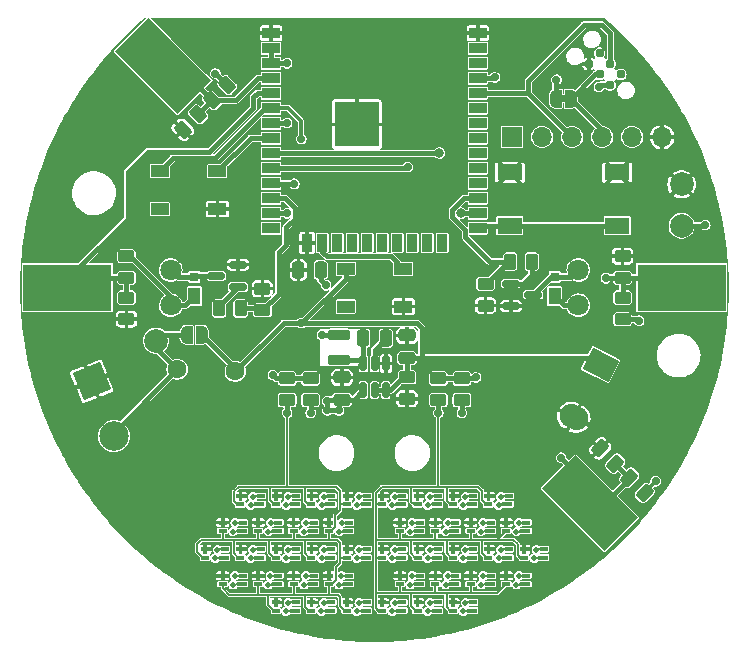
<source format=gbr>
%TF.GenerationSoftware,KiCad,Pcbnew,7.0.10*%
%TF.CreationDate,2024-02-08T00:21:34+01:00*%
%TF.ProjectId,robot_pcb,726f626f-745f-4706-9362-2e6b69636164,rev?*%
%TF.SameCoordinates,Original*%
%TF.FileFunction,Copper,L1,Top*%
%TF.FilePolarity,Positive*%
%FSLAX46Y46*%
G04 Gerber Fmt 4.6, Leading zero omitted, Abs format (unit mm)*
G04 Created by KiCad (PCBNEW 7.0.10) date 2024-02-08 00:21:34*
%MOMM*%
%LPD*%
G01*
G04 APERTURE LIST*
G04 Aperture macros list*
%AMRoundRect*
0 Rectangle with rounded corners*
0 $1 Rounding radius*
0 $2 $3 $4 $5 $6 $7 $8 $9 X,Y pos of 4 corners*
0 Add a 4 corners polygon primitive as box body*
4,1,4,$2,$3,$4,$5,$6,$7,$8,$9,$2,$3,0*
0 Add four circle primitives for the rounded corners*
1,1,$1+$1,$2,$3*
1,1,$1+$1,$4,$5*
1,1,$1+$1,$6,$7*
1,1,$1+$1,$8,$9*
0 Add four rect primitives between the rounded corners*
20,1,$1+$1,$2,$3,$4,$5,0*
20,1,$1+$1,$4,$5,$6,$7,0*
20,1,$1+$1,$6,$7,$8,$9,0*
20,1,$1+$1,$8,$9,$2,$3,0*%
%AMHorizOval*
0 Thick line with rounded ends*
0 $1 width*
0 $2 $3 position (X,Y) of the first rounded end (center of the circle)*
0 $4 $5 position (X,Y) of the second rounded end (center of the circle)*
0 Add line between two ends*
20,1,$1,$2,$3,$4,$5,0*
0 Add two circle primitives to create the rounded ends*
1,1,$1,$2,$3*
1,1,$1,$4,$5*%
%AMRotRect*
0 Rectangle, with rotation*
0 The origin of the aperture is its center*
0 $1 length*
0 $2 width*
0 $3 Rotation angle, in degrees counterclockwise*
0 Add horizontal line*
21,1,$1,$2,0,0,$3*%
%AMFreePoly0*
4,1,19,0.500000,-0.750000,0.000000,-0.750000,0.000000,-0.744911,-0.071157,-0.744911,-0.207708,-0.704816,-0.327430,-0.627875,-0.420627,-0.520320,-0.479746,-0.390866,-0.500000,-0.250000,-0.500000,0.250000,-0.479746,0.390866,-0.420627,0.520320,-0.327430,0.627875,-0.207708,0.704816,-0.071157,0.744911,0.000000,0.744911,0.000000,0.750000,0.500000,0.750000,0.500000,-0.750000,0.500000,-0.750000,
$1*%
%AMFreePoly1*
4,1,19,0.000000,0.744911,0.071157,0.744911,0.207708,0.704816,0.327430,0.627875,0.420627,0.520320,0.479746,0.390866,0.500000,0.250000,0.500000,-0.250000,0.479746,-0.390866,0.420627,-0.520320,0.327430,-0.627875,0.207708,-0.704816,0.071157,-0.744911,0.000000,-0.744911,0.000000,-0.750000,-0.500000,-0.750000,-0.500000,0.750000,0.000000,0.750000,0.000000,0.744911,0.000000,0.744911,
$1*%
G04 Aperture macros list end*
%TA.AperFunction,SMDPad,CuDef*%
%ADD10R,1.500000X0.900000*%
%TD*%
%TA.AperFunction,SMDPad,CuDef*%
%ADD11R,0.900000X1.500000*%
%TD*%
%TA.AperFunction,SMDPad,CuDef*%
%ADD12R,0.900000X0.900000*%
%TD*%
%TA.AperFunction,SMDPad,CuDef*%
%ADD13R,3.800000X3.800000*%
%TD*%
%TA.AperFunction,HeatsinkPad*%
%ADD14C,0.600000*%
%TD*%
%TA.AperFunction,SMDPad,CuDef*%
%ADD15R,7.500000X4.000000*%
%TD*%
%TA.AperFunction,SMDPad,CuDef*%
%ADD16RotRect,4.000000X7.500000X45.000000*%
%TD*%
%TA.AperFunction,SMDPad,CuDef*%
%ADD17RotRect,4.000000X7.500000X225.000000*%
%TD*%
%TA.AperFunction,SMDPad,CuDef*%
%ADD18RoundRect,0.250000X-0.450000X0.262500X-0.450000X-0.262500X0.450000X-0.262500X0.450000X0.262500X0*%
%TD*%
%TA.AperFunction,SMDPad,CuDef*%
%ADD19R,0.700000X0.350000*%
%TD*%
%TA.AperFunction,SMDPad,CuDef*%
%ADD20R,0.900000X0.350000*%
%TD*%
%TA.AperFunction,SMDPad,CuDef*%
%ADD21RoundRect,0.250000X0.475000X-0.250000X0.475000X0.250000X-0.475000X0.250000X-0.475000X-0.250000X0*%
%TD*%
%TA.AperFunction,SMDPad,CuDef*%
%ADD22FreePoly0,180.000000*%
%TD*%
%TA.AperFunction,SMDPad,CuDef*%
%ADD23FreePoly1,180.000000*%
%TD*%
%TA.AperFunction,ConnectorPad*%
%ADD24C,0.787400*%
%TD*%
%TA.AperFunction,SMDPad,CuDef*%
%ADD25RoundRect,0.250000X0.503814X0.132583X0.132583X0.503814X-0.503814X-0.132583X-0.132583X-0.503814X0*%
%TD*%
%TA.AperFunction,SMDPad,CuDef*%
%ADD26RoundRect,0.250000X0.262500X0.450000X-0.262500X0.450000X-0.262500X-0.450000X0.262500X-0.450000X0*%
%TD*%
%TA.AperFunction,SMDPad,CuDef*%
%ADD27R,1.100000X1.450000*%
%TD*%
%TA.AperFunction,SMDPad,CuDef*%
%ADD28R,0.800000X0.800000*%
%TD*%
%TA.AperFunction,SMDPad,CuDef*%
%ADD29RoundRect,0.250000X0.450000X-0.262500X0.450000X0.262500X-0.450000X0.262500X-0.450000X-0.262500X0*%
%TD*%
%TA.AperFunction,SMDPad,CuDef*%
%ADD30RoundRect,0.218750X-0.706250X0.218750X-0.706250X-0.218750X0.706250X-0.218750X0.706250X0.218750X0*%
%TD*%
%TA.AperFunction,SMDPad,CuDef*%
%ADD31RoundRect,0.250000X0.250000X0.475000X-0.250000X0.475000X-0.250000X-0.475000X0.250000X-0.475000X0*%
%TD*%
%TA.AperFunction,ComponentPad*%
%ADD32RotRect,2.500000X2.000000X333.000000*%
%TD*%
%TA.AperFunction,ComponentPad*%
%ADD33HorizOval,2.000000X0.222752X-0.113498X-0.222752X0.113498X0*%
%TD*%
%TA.AperFunction,SMDPad,CuDef*%
%ADD34C,2.000000*%
%TD*%
%TA.AperFunction,SMDPad,CuDef*%
%ADD35RoundRect,0.150000X0.150000X-0.512500X0.150000X0.512500X-0.150000X0.512500X-0.150000X-0.512500X0*%
%TD*%
%TA.AperFunction,ComponentPad*%
%ADD36RotRect,2.500000X2.500000X292.000000*%
%TD*%
%TA.AperFunction,ComponentPad*%
%ADD37C,2.500000*%
%TD*%
%TA.AperFunction,ComponentPad*%
%ADD38C,1.800000*%
%TD*%
%TA.AperFunction,SMDPad,CuDef*%
%ADD39R,2.100000X1.400000*%
%TD*%
%TA.AperFunction,SMDPad,CuDef*%
%ADD40RoundRect,0.250000X-0.132583X0.503814X-0.503814X0.132583X0.132583X-0.503814X0.503814X-0.132583X0*%
%TD*%
%TA.AperFunction,SMDPad,CuDef*%
%ADD41RoundRect,0.150000X-0.587500X-0.150000X0.587500X-0.150000X0.587500X0.150000X-0.587500X0.150000X0*%
%TD*%
%TA.AperFunction,ComponentPad*%
%ADD42C,1.600000*%
%TD*%
%TA.AperFunction,SMDPad,CuDef*%
%ADD43RoundRect,0.250000X-0.262500X-0.450000X0.262500X-0.450000X0.262500X0.450000X-0.262500X0.450000X0*%
%TD*%
%TA.AperFunction,SMDPad,CuDef*%
%ADD44RoundRect,0.150000X0.587500X0.150000X-0.587500X0.150000X-0.587500X-0.150000X0.587500X-0.150000X0*%
%TD*%
%TA.AperFunction,SMDPad,CuDef*%
%ADD45R,1.500000X1.000000*%
%TD*%
%TA.AperFunction,ComponentPad*%
%ADD46R,1.700000X1.700000*%
%TD*%
%TA.AperFunction,ComponentPad*%
%ADD47O,1.700000X1.700000*%
%TD*%
%TA.AperFunction,ViaPad*%
%ADD48C,0.800000*%
%TD*%
%TA.AperFunction,ViaPad*%
%ADD49C,0.500000*%
%TD*%
%TA.AperFunction,ViaPad*%
%ADD50C,0.700000*%
%TD*%
%TA.AperFunction,Conductor*%
%ADD51C,0.400000*%
%TD*%
%TA.AperFunction,Conductor*%
%ADD52C,0.300000*%
%TD*%
%TA.AperFunction,Conductor*%
%ADD53C,0.150000*%
%TD*%
G04 APERTURE END LIST*
%TA.AperFunction,EtchedComponent*%
%TO.C,JP1*%
G36*
X166250000Y-84300000D02*
G01*
X165750000Y-84300000D01*
X165750000Y-83700000D01*
X166250000Y-83700000D01*
X166250000Y-84300000D01*
G37*
%TD.AperFunction*%
%TD*%
D10*
%TO.P,U2,1,GND*%
%TO.N,GND*%
X141250000Y-78450000D03*
%TO.P,U2,2,VDD*%
%TO.N,+3V3*%
X141250000Y-79720000D03*
%TO.P,U2,3,EN*%
X141250000Y-80990000D03*
%TO.P,U2,4,SENSOR_VP*%
%TO.N,BUMPER3*%
X141250000Y-82260000D03*
%TO.P,U2,5,SENSOR_VN*%
%TO.N,BUMPER2*%
X141250000Y-83530000D03*
%TO.P,U2,6,IO34*%
%TO.N,VCC*%
X141250000Y-84800000D03*
%TO.P,U2,7,IO35*%
%TO.N,BUMPER1*%
X141250000Y-86070000D03*
%TO.P,U2,8,IO32*%
%TO.N,STATUS_LED_DATA*%
X141250000Y-87340000D03*
%TO.P,U2,9,IO33*%
%TO.N,BUMPER4*%
X141250000Y-88610000D03*
%TO.P,U2,10,IO25*%
%TO.N,SDA1*%
X141250000Y-89880000D03*
%TO.P,U2,11,IO26*%
%TO.N,SCL2*%
X141250000Y-91150000D03*
%TO.P,U2,12,IO27*%
%TO.N,MOTOR1*%
X141250000Y-92420000D03*
%TO.P,U2,13,IO14*%
%TO.N,SDA2*%
X141250000Y-93690000D03*
%TO.P,U2,14,IO12*%
%TO.N,unconnected-(U2-IO12-Pad14)*%
X141250000Y-94960000D03*
D11*
%TO.P,U2,15,GND*%
%TO.N,GND*%
X144290000Y-96210000D03*
%TO.P,U2,16,IO13*%
%TO.N,COMS_LED_DATA*%
X145560000Y-96210000D03*
%TO.P,U2,17,SHD/SD2*%
%TO.N,unconnected-(U2-SHD{slash}SD2-Pad17)*%
X146830000Y-96210000D03*
%TO.P,U2,18,SWP/SD3*%
%TO.N,unconnected-(U2-SWP{slash}SD3-Pad18)*%
X148100000Y-96210000D03*
%TO.P,U2,19,SCS/CMD*%
%TO.N,unconnected-(U2-SCS{slash}CMD-Pad19)*%
X149370000Y-96210000D03*
%TO.P,U2,20,SCK/CLK*%
%TO.N,unconnected-(U2-SCK{slash}CLK-Pad20)*%
X150640000Y-96210000D03*
%TO.P,U2,21,SDO/SD0*%
%TO.N,unconnected-(U2-SDO{slash}SD0-Pad21)*%
X151910000Y-96210000D03*
%TO.P,U2,22,SDI/SD1*%
%TO.N,unconnected-(U2-SDI{slash}SD1-Pad22)*%
X153180000Y-96210000D03*
%TO.P,U2,23,IO15*%
%TO.N,unconnected-(U2-IO15-Pad23)*%
X154450000Y-96210000D03*
%TO.P,U2,24,IO2*%
%TO.N,unconnected-(U2-IO2-Pad24)*%
X155720000Y-96210000D03*
D10*
%TO.P,U2,25,IO0*%
%TO.N,Net-(U2-IO0)*%
X158750000Y-94960000D03*
%TO.P,U2,26,IO4*%
%TO.N,SCL1*%
X158750000Y-93690000D03*
%TO.P,U2,27,IO16*%
%TO.N,MOTOR2*%
X158750000Y-92420000D03*
%TO.P,U2,28,IO17*%
%TO.N,unconnected-(U2-IO17-Pad28)*%
X158750000Y-91150000D03*
%TO.P,U2,29,IO5*%
%TO.N,unconnected-(U2-IO5-Pad29)*%
X158750000Y-89880000D03*
%TO.P,U2,30,IO18*%
%TO.N,unconnected-(U2-IO18-Pad30)*%
X158750000Y-88610000D03*
%TO.P,U2,31,IO19*%
%TO.N,unconnected-(U2-IO19-Pad31)*%
X158750000Y-87340000D03*
%TO.P,U2,32,NC*%
%TO.N,unconnected-(U2-NC-Pad32)*%
X158750000Y-86070000D03*
%TO.P,U2,33,IO21*%
%TO.N,unconnected-(U2-IO21-Pad33)*%
X158750000Y-84800000D03*
%TO.P,U2,34,RXD0/IO3*%
%TO.N,PROG_TX*%
X158750000Y-83530000D03*
%TO.P,U2,35,TXD0/IO1*%
%TO.N,PROG_RX*%
X158750000Y-82260000D03*
%TO.P,U2,36,IO22*%
%TO.N,unconnected-(U2-IO22-Pad36)*%
X158750000Y-80990000D03*
%TO.P,U2,37,IO23*%
%TO.N,unconnected-(U2-IO23-Pad37)*%
X158750000Y-79720000D03*
%TO.P,U2,38,GND*%
%TO.N,GND*%
X158750000Y-78450000D03*
D12*
%TO.P,U2,39,GND*%
X147100000Y-87570000D03*
X147100000Y-84770000D03*
D13*
X148500000Y-86170000D03*
D14*
X147100000Y-85470000D03*
D12*
X149900000Y-87570000D03*
D14*
X149200000Y-86170000D03*
D12*
X148500000Y-84770000D03*
D14*
X149900000Y-86870000D03*
D12*
X149900000Y-84770000D03*
D14*
X147800000Y-87570000D03*
X147100000Y-86870000D03*
X147800000Y-86170000D03*
X149900000Y-85470000D03*
X147800000Y-84770000D03*
X148475000Y-85470000D03*
D12*
X147100000Y-86170000D03*
D14*
X149200000Y-84770000D03*
X149200000Y-87570000D03*
D12*
X148500000Y-86170000D03*
X149900000Y-86170000D03*
X148500000Y-87570000D03*
D14*
X148475000Y-86870000D03*
%TD*%
D15*
%TO.P,J7,1,Pin_1*%
%TO.N,BUMPER4*%
X176000000Y-100000000D03*
%TD*%
%TO.P,J4,1,Pin_1*%
%TO.N,BUMPER2*%
X124000000Y-100000000D03*
%TD*%
D16*
%TO.P,J2,1,Pin_1*%
%TO.N,BUMPER1*%
X168250000Y-118250000D03*
%TD*%
D17*
%TO.P,J6,1,Pin_1*%
%TO.N,BUMPER3*%
X132117194Y-81200000D03*
%TD*%
D18*
%TO.P,R4,1*%
%TO.N,+3V3*%
X129000000Y-97337500D03*
%TO.P,R4,2*%
%TO.N,BUMPER2*%
X129000000Y-99162500D03*
%TD*%
%TO.P,R11,1*%
%TO.N,GND*%
X140500000Y-100087500D03*
%TO.P,R11,2*%
%TO.N,MOTOR1*%
X140500000Y-101912500D03*
%TD*%
D19*
%TO.P,U17,1,GND*%
%TO.N,GND*%
X158150000Y-119900000D03*
%TO.P,U17,2,SDA*%
%TO.N,SDA1*%
X158150000Y-120600000D03*
D20*
%TO.P,U17,3,SCL*%
%TO.N,SCL1*%
X159750000Y-120600000D03*
D19*
%TO.P,U17,4,VDD*%
%TO.N,+3V3*%
X159850000Y-119900000D03*
%TD*%
%TO.P,U40,1,GND*%
%TO.N,GND*%
X143150000Y-124400000D03*
%TO.P,U40,2,SDA*%
%TO.N,SDA2*%
X143150000Y-125100000D03*
D20*
%TO.P,U40,3,SCL*%
%TO.N,SCL2*%
X144750000Y-125100000D03*
D19*
%TO.P,U40,4,VDD*%
%TO.N,+3V3*%
X144850000Y-124400000D03*
%TD*%
D18*
%TO.P,R17,1*%
%TO.N,+3V3*%
X144600000Y-107687500D03*
%TO.P,R17,2*%
%TO.N,SCL2*%
X144600000Y-109512500D03*
%TD*%
D21*
%TO.P,C3,1*%
%TO.N,+3V3*%
X147250000Y-109500000D03*
%TO.P,C3,2*%
%TO.N,GND*%
X147250000Y-107600000D03*
%TD*%
D19*
%TO.P,U30,1,GND*%
%TO.N,GND*%
X141650000Y-117650000D03*
%TO.P,U30,2,SDA*%
%TO.N,SDA2*%
X141650000Y-118350000D03*
D20*
%TO.P,U30,3,SCL*%
%TO.N,SCL2*%
X143250000Y-118350000D03*
D19*
%TO.P,U30,4,VDD*%
%TO.N,+3V3*%
X143350000Y-117650000D03*
%TD*%
D18*
%TO.P,R16,1*%
%TO.N,+3V3*%
X142600000Y-107687500D03*
%TO.P,R16,2*%
%TO.N,SDA2*%
X142600000Y-109512500D03*
%TD*%
D22*
%TO.P,JP2,1,A*%
%TO.N,VCC*%
X135400000Y-104000000D03*
D23*
%TO.P,JP2,2,B*%
%TO.N,Net-(J1-Pin_2)*%
X134100000Y-104000000D03*
%TD*%
D22*
%TO.P,JP1,1,A*%
%TO.N,Net-(J3-Pin_4)*%
X166650000Y-84000000D03*
D23*
%TO.P,JP1,2,B*%
%TO.N,+3V3*%
X165350000Y-84000000D03*
%TD*%
D24*
%TO.P,J5,1,Pin_1*%
%TO.N,unconnected-(J5-Pin_1-Pad1)*%
X170847038Y-81949013D03*
%TO.P,J5,2,Pin_2*%
%TO.N,PROG_RX*%
X169949013Y-82847038D03*
%TO.P,J5,3,Pin_3*%
%TO.N,PROG_TX*%
X169949013Y-81050987D03*
%TO.P,J5,4,Pin_4*%
%TO.N,Net-(J3-Pin_4)*%
X169050987Y-81949013D03*
%TO.P,J5,5,Pin_5*%
%TO.N,unconnected-(J5-Pin_5-Pad5)*%
X169050987Y-80152962D03*
%TO.P,J5,6,Pin_6*%
%TO.N,GND*%
X168152962Y-81050987D03*
%TD*%
D19*
%TO.P,U36,1,GND*%
%TO.N,GND*%
X144650000Y-117650000D03*
%TO.P,U36,2,SDA*%
%TO.N,SDA2*%
X144650000Y-118350000D03*
D20*
%TO.P,U36,3,SCL*%
%TO.N,SCL2*%
X146250000Y-118350000D03*
D19*
%TO.P,U36,4,VDD*%
%TO.N,+3V3*%
X146350000Y-117650000D03*
%TD*%
%TO.P,U15,1,GND*%
%TO.N,GND*%
X161150000Y-124400000D03*
%TO.P,U15,2,SDA*%
%TO.N,SDA1*%
X161150000Y-125100000D03*
D20*
%TO.P,U15,3,SCL*%
%TO.N,SCL1*%
X162750000Y-125100000D03*
D19*
%TO.P,U15,4,VDD*%
%TO.N,+3V3*%
X162850000Y-124400000D03*
%TD*%
D18*
%TO.P,R3,1*%
%TO.N,VCC*%
X152750000Y-107587500D03*
%TO.P,R3,2*%
%TO.N,GND*%
X152750000Y-109412500D03*
%TD*%
D25*
%TO.P,R2,1*%
%TO.N,BUMPER1*%
X170395235Y-114895235D03*
%TO.P,R2,2*%
%TO.N,GND*%
X169104765Y-113604765D03*
%TD*%
D26*
%TO.P,R13,1*%
%TO.N,MOTOR1*%
X138662500Y-101750000D03*
%TO.P,R13,2*%
%TO.N,Net-(Q1-G)*%
X136837500Y-101750000D03*
%TD*%
D19*
%TO.P,U35,1,GND*%
%TO.N,GND*%
X146150000Y-124400000D03*
%TO.P,U35,2,SDA*%
%TO.N,SDA2*%
X146150000Y-125100000D03*
D20*
%TO.P,U35,3,SCL*%
%TO.N,SCL2*%
X147750000Y-125100000D03*
D19*
%TO.P,U35,4,VDD*%
%TO.N,+3V3*%
X147850000Y-124400000D03*
%TD*%
D27*
%TO.P,D3,1,K*%
%TO.N,+3V3*%
X165250000Y-100725000D03*
D28*
%TO.P,D3,2,A*%
%TO.N,Net-(D3-A)*%
X165250000Y-99100000D03*
%TD*%
D19*
%TO.P,U23,1,GND*%
%TO.N,GND*%
X144650000Y-122150000D03*
%TO.P,U23,2,SDA*%
%TO.N,SDA2*%
X144650000Y-122850000D03*
D20*
%TO.P,U23,3,SCL*%
%TO.N,SCL2*%
X146250000Y-122850000D03*
D19*
%TO.P,U23,4,VDD*%
%TO.N,+3V3*%
X146350000Y-122150000D03*
%TD*%
D29*
%TO.P,R9,1*%
%TO.N,BUMPER4*%
X171000000Y-99162500D03*
%TO.P,R9,2*%
%TO.N,GND*%
X171000000Y-97337500D03*
%TD*%
D19*
%TO.P,U10,1,GND*%
%TO.N,GND*%
X153650000Y-117650000D03*
%TO.P,U10,2,SDA*%
%TO.N,SDA1*%
X153650000Y-118350000D03*
D20*
%TO.P,U10,3,SCL*%
%TO.N,SCL1*%
X155250000Y-118350000D03*
D19*
%TO.P,U10,4,VDD*%
%TO.N,+3V3*%
X155350000Y-117650000D03*
%TD*%
D25*
%TO.P,R1,1*%
%TO.N,+3V3*%
X172870109Y-117370109D03*
%TO.P,R1,2*%
%TO.N,BUMPER1*%
X171579639Y-116079639D03*
%TD*%
D19*
%TO.P,U4,1,GND*%
%TO.N,GND*%
X150650000Y-117650000D03*
%TO.P,U4,2,SDA*%
%TO.N,SDA1*%
X150650000Y-118350000D03*
D20*
%TO.P,U4,3,SCL*%
%TO.N,SCL1*%
X152250000Y-118350000D03*
D19*
%TO.P,U4,4,VDD*%
%TO.N,+3V3*%
X152350000Y-117650000D03*
%TD*%
D30*
%TO.P,L1,1,1*%
%TO.N,+3V3*%
X147000000Y-103987500D03*
%TO.P,L1,2,2*%
%TO.N,Net-(U1-BST)*%
X147000000Y-106112500D03*
%TD*%
D19*
%TO.P,U12,1,GND*%
%TO.N,GND*%
X162650000Y-122150000D03*
%TO.P,U12,2,SDA*%
%TO.N,SDA1*%
X162650000Y-122850000D03*
D20*
%TO.P,U12,3,SCL*%
%TO.N,SCL1*%
X164250000Y-122850000D03*
D19*
%TO.P,U12,4,VDD*%
%TO.N,+3V3*%
X164350000Y-122150000D03*
%TD*%
%TO.P,U37,1,GND*%
%TO.N,GND*%
X143150000Y-119900000D03*
%TO.P,U37,2,SDA*%
%TO.N,SDA2*%
X143150000Y-120600000D03*
D20*
%TO.P,U37,3,SCL*%
%TO.N,SCL2*%
X144750000Y-120600000D03*
D19*
%TO.P,U37,4,VDD*%
%TO.N,+3V3*%
X144850000Y-119900000D03*
%TD*%
D18*
%TO.P,R12,1*%
%TO.N,+3V3*%
X157400000Y-107687500D03*
%TO.P,R12,2*%
%TO.N,SCL1*%
X157400000Y-109512500D03*
%TD*%
D19*
%TO.P,U7,1,GND*%
%TO.N,GND*%
X150650000Y-122150000D03*
%TO.P,U7,2,SDA*%
%TO.N,SDA1*%
X150650000Y-122850000D03*
D20*
%TO.P,U7,3,SCL*%
%TO.N,SCL1*%
X152250000Y-122850000D03*
D19*
%TO.P,U7,4,VDD*%
%TO.N,+3V3*%
X152350000Y-122150000D03*
%TD*%
%TO.P,U26,1,GND*%
%TO.N,GND*%
X147650000Y-117650000D03*
%TO.P,U26,2,SDA*%
%TO.N,SDA2*%
X147650000Y-118350000D03*
D20*
%TO.P,U26,3,SCL*%
%TO.N,SCL2*%
X149250000Y-118350000D03*
D19*
%TO.P,U26,4,VDD*%
%TO.N,+3V3*%
X149350000Y-117650000D03*
%TD*%
%TO.P,U31,1,GND*%
%TO.N,GND*%
X140150000Y-119900000D03*
%TO.P,U31,2,SDA*%
%TO.N,SDA2*%
X140150000Y-120600000D03*
D20*
%TO.P,U31,3,SCL*%
%TO.N,SCL2*%
X141750000Y-120600000D03*
D19*
%TO.P,U31,4,VDD*%
%TO.N,+3V3*%
X141850000Y-119900000D03*
%TD*%
D31*
%TO.P,C5,1*%
%TO.N,+3V3*%
X145450000Y-98500000D03*
%TO.P,C5,2*%
%TO.N,GND*%
X143550000Y-98500000D03*
%TD*%
D29*
%TO.P,R14,1*%
%TO.N,GND*%
X159400000Y-101512500D03*
%TO.P,R14,2*%
%TO.N,MOTOR2*%
X159400000Y-99687500D03*
%TD*%
D19*
%TO.P,U14,1,GND*%
%TO.N,GND*%
X155150000Y-124400000D03*
%TO.P,U14,2,SDA*%
%TO.N,SDA1*%
X155150000Y-125100000D03*
D20*
%TO.P,U14,3,SCL*%
%TO.N,SCL1*%
X156750000Y-125100000D03*
D19*
%TO.P,U14,4,VDD*%
%TO.N,+3V3*%
X156850000Y-124400000D03*
%TD*%
%TO.P,U11,1,GND*%
%TO.N,GND*%
X155150000Y-119900000D03*
%TO.P,U11,2,SDA*%
%TO.N,SDA1*%
X155150000Y-120600000D03*
D20*
%TO.P,U11,3,SCL*%
%TO.N,SCL1*%
X156750000Y-120600000D03*
D19*
%TO.P,U11,4,VDD*%
%TO.N,+3V3*%
X156850000Y-119900000D03*
%TD*%
D27*
%TO.P,D1,1,K*%
%TO.N,+3V3*%
X134750000Y-100725000D03*
D28*
%TO.P,D1,2,A*%
%TO.N,Net-(D1-A)*%
X134750000Y-99100000D03*
%TD*%
D19*
%TO.P,U41,1,GND*%
%TO.N,GND*%
X144650000Y-126650000D03*
%TO.P,U41,2,SDA*%
%TO.N,SDA2*%
X144650000Y-127350000D03*
D20*
%TO.P,U41,3,SCL*%
%TO.N,SCL2*%
X146250000Y-127350000D03*
D19*
%TO.P,U41,4,VDD*%
%TO.N,+3V3*%
X146350000Y-126650000D03*
%TD*%
%TO.P,U38,1,GND*%
%TO.N,GND*%
X141650000Y-126650000D03*
%TO.P,U38,2,SDA*%
%TO.N,SDA2*%
X141650000Y-127350000D03*
D20*
%TO.P,U38,3,SCL*%
%TO.N,SCL2*%
X143250000Y-127350000D03*
D19*
%TO.P,U38,4,VDD*%
%TO.N,+3V3*%
X143350000Y-126650000D03*
%TD*%
D31*
%TO.P,C4,1*%
%TO.N,Net-(U1-SW)*%
X150950000Y-104300000D03*
%TO.P,C4,2*%
%TO.N,Net-(U1-BST)*%
X149050000Y-104300000D03*
%TD*%
D32*
%TO.P,C1,1*%
%TO.N,VCC*%
X169134976Y-106522484D03*
D33*
%TO.P,C1,2*%
%TO.N,GND*%
X166865024Y-110977517D03*
%TD*%
D34*
%TO.P,TP3,1,1*%
%TO.N,GND*%
X176000000Y-91250000D03*
%TD*%
D19*
%TO.P,U25,1,GND*%
%TO.N,GND*%
X137150000Y-119900000D03*
%TO.P,U25,2,SDA*%
%TO.N,SDA2*%
X137150000Y-120600000D03*
D20*
%TO.P,U25,3,SCL*%
%TO.N,SCL2*%
X138750000Y-120600000D03*
D19*
%TO.P,U25,4,VDD*%
%TO.N,+3V3*%
X138850000Y-119900000D03*
%TD*%
%TO.P,U42,1,GND*%
%TO.N,GND*%
X147650000Y-126650000D03*
%TO.P,U42,2,SDA*%
%TO.N,SDA2*%
X147650000Y-127350000D03*
D20*
%TO.P,U42,3,SCL*%
%TO.N,SCL2*%
X149250000Y-127350000D03*
D19*
%TO.P,U42,4,VDD*%
%TO.N,+3V3*%
X149350000Y-126650000D03*
%TD*%
%TO.P,U29,1,GND*%
%TO.N,GND*%
X146150000Y-119900000D03*
%TO.P,U29,2,SDA*%
%TO.N,SDA2*%
X146150000Y-120600000D03*
D20*
%TO.P,U29,3,SCL*%
%TO.N,SCL2*%
X147750000Y-120600000D03*
D19*
%TO.P,U29,4,VDD*%
%TO.N,+3V3*%
X147850000Y-119900000D03*
%TD*%
%TO.P,U28,1,GND*%
%TO.N,GND*%
X137150000Y-124400000D03*
%TO.P,U28,2,SDA*%
%TO.N,SDA2*%
X137150000Y-125100000D03*
D20*
%TO.P,U28,3,SCL*%
%TO.N,SCL2*%
X138750000Y-125100000D03*
D19*
%TO.P,U28,4,VDD*%
%TO.N,+3V3*%
X138850000Y-124400000D03*
%TD*%
D35*
%TO.P,U1,1,FB*%
%TO.N,+3V3*%
X149050000Y-108687500D03*
%TO.P,U1,2,EN*%
%TO.N,VCC*%
X150000000Y-108687500D03*
%TO.P,U1,3,IN*%
X150950000Y-108687500D03*
%TO.P,U1,4,GND*%
%TO.N,GND*%
X150950000Y-106412500D03*
%TO.P,U1,5,SW*%
%TO.N,Net-(U1-SW)*%
X150000000Y-106412500D03*
%TO.P,U1,6,BST*%
%TO.N,Net-(U1-BST)*%
X149050000Y-106412500D03*
%TD*%
D19*
%TO.P,U19,1,GND*%
%TO.N,GND*%
X156650000Y-122150000D03*
%TO.P,U19,2,SDA*%
%TO.N,SDA1*%
X156650000Y-122850000D03*
D20*
%TO.P,U19,3,SCL*%
%TO.N,SCL1*%
X158250000Y-122850000D03*
D19*
%TO.P,U19,4,VDD*%
%TO.N,+3V3*%
X158350000Y-122150000D03*
%TD*%
D36*
%TO.P,J1,1,Pin_1*%
%TO.N,GND*%
X126063484Y-107932040D03*
D37*
%TO.P,J1,2,Pin_2*%
%TO.N,Net-(J1-Pin_2)*%
X127936517Y-112567959D03*
%TD*%
D38*
%TO.P,M2,1,+*%
%TO.N,+3V3*%
X167250000Y-101500000D03*
%TO.P,M2,2,-*%
%TO.N,Net-(D3-A)*%
X167250000Y-98500000D03*
%TD*%
D18*
%TO.P,R10,1*%
%TO.N,+3V3*%
X155400000Y-107687500D03*
%TO.P,R10,2*%
%TO.N,SDA1*%
X155400000Y-109512500D03*
%TD*%
%TO.P,R5,1*%
%TO.N,BUMPER2*%
X129000000Y-100837500D03*
%TO.P,R5,2*%
%TO.N,GND*%
X129000000Y-102662500D03*
%TD*%
D19*
%TO.P,U8,1,GND*%
%TO.N,GND*%
X152150000Y-124400000D03*
%TO.P,U8,2,SDA*%
%TO.N,SDA1*%
X152150000Y-125100000D03*
D20*
%TO.P,U8,3,SCL*%
%TO.N,SCL1*%
X153750000Y-125100000D03*
D19*
%TO.P,U8,4,VDD*%
%TO.N,+3V3*%
X153850000Y-124400000D03*
%TD*%
%TO.P,U9,1,GND*%
%TO.N,GND*%
X161150000Y-119900000D03*
%TO.P,U9,2,SDA*%
%TO.N,SDA1*%
X161150000Y-120600000D03*
D20*
%TO.P,U9,3,SCL*%
%TO.N,SCL1*%
X162750000Y-120600000D03*
D19*
%TO.P,U9,4,VDD*%
%TO.N,+3V3*%
X162850000Y-119900000D03*
%TD*%
D39*
%TO.P,SW1,1,1*%
%TO.N,Net-(U2-IO0)*%
X161450000Y-94750000D03*
X170550000Y-94750000D03*
%TO.P,SW1,2,2*%
%TO.N,GND*%
X161450000Y-90250000D03*
X170550000Y-90250000D03*
%TD*%
D40*
%TO.P,R7,1*%
%TO.N,BUMPER3*%
X135060527Y-85327735D03*
%TO.P,R7,2*%
%TO.N,GND*%
X133770057Y-86618205D03*
%TD*%
D19*
%TO.P,U16,1,GND*%
%TO.N,GND*%
X156650000Y-117650000D03*
%TO.P,U16,2,SDA*%
%TO.N,SDA1*%
X156650000Y-118350000D03*
D20*
%TO.P,U16,3,SCL*%
%TO.N,SCL1*%
X158250000Y-118350000D03*
D19*
%TO.P,U16,4,VDD*%
%TO.N,+3V3*%
X158350000Y-117650000D03*
%TD*%
%TO.P,U32,1,GND*%
%TO.N,GND*%
X147650000Y-122150000D03*
%TO.P,U32,2,SDA*%
%TO.N,SDA2*%
X147650000Y-122850000D03*
D20*
%TO.P,U32,3,SCL*%
%TO.N,SCL2*%
X149250000Y-122850000D03*
D19*
%TO.P,U32,4,VDD*%
%TO.N,+3V3*%
X149350000Y-122150000D03*
%TD*%
%TO.P,U34,1,GND*%
%TO.N,GND*%
X140150000Y-124400000D03*
%TO.P,U34,2,SDA*%
%TO.N,SDA2*%
X140150000Y-125100000D03*
D20*
%TO.P,U34,3,SCL*%
%TO.N,SCL2*%
X141750000Y-125100000D03*
D19*
%TO.P,U34,4,VDD*%
%TO.N,+3V3*%
X141850000Y-124400000D03*
%TD*%
D41*
%TO.P,Q2,1,G*%
%TO.N,Net-(Q2-G)*%
X161562500Y-99650000D03*
%TO.P,Q2,2,S*%
%TO.N,GND*%
X161562500Y-101550000D03*
%TO.P,Q2,3,D*%
%TO.N,Net-(D3-A)*%
X163437500Y-100600000D03*
%TD*%
D19*
%TO.P,U21,1,GND*%
%TO.N,GND*%
X153650000Y-126650000D03*
%TO.P,U21,2,SDA*%
%TO.N,SDA1*%
X153650000Y-127350000D03*
D20*
%TO.P,U21,3,SCL*%
%TO.N,SCL1*%
X155250000Y-127350000D03*
D19*
%TO.P,U21,4,VDD*%
%TO.N,+3V3*%
X155350000Y-126650000D03*
%TD*%
D42*
%TO.P,TH1,1*%
%TO.N,Net-(J1-Pin_2)*%
X133289230Y-106915681D03*
%TO.P,TH1,2*%
%TO.N,VCC*%
X138210770Y-107084319D03*
%TD*%
D19*
%TO.P,U33,1,GND*%
%TO.N,GND*%
X138650000Y-122150000D03*
%TO.P,U33,2,SDA*%
%TO.N,SDA2*%
X138650000Y-122850000D03*
D20*
%TO.P,U33,3,SCL*%
%TO.N,SCL2*%
X140250000Y-122850000D03*
D19*
%TO.P,U33,4,VDD*%
%TO.N,+3V3*%
X140350000Y-122150000D03*
%TD*%
%TO.P,U39,1,GND*%
%TO.N,GND*%
X141650000Y-122150000D03*
%TO.P,U39,2,SDA*%
%TO.N,SDA2*%
X141650000Y-122850000D03*
D20*
%TO.P,U39,3,SCL*%
%TO.N,SCL2*%
X143250000Y-122850000D03*
D19*
%TO.P,U39,4,VDD*%
%TO.N,+3V3*%
X143350000Y-122150000D03*
%TD*%
D34*
%TO.P,TP2,1,1*%
%TO.N,+3V3*%
X176000000Y-94750000D03*
%TD*%
D19*
%TO.P,U22,1,GND*%
%TO.N,GND*%
X156650000Y-126650000D03*
%TO.P,U22,2,SDA*%
%TO.N,SDA1*%
X156650000Y-127350000D03*
D20*
%TO.P,U22,3,SCL*%
%TO.N,SCL1*%
X158250000Y-127350000D03*
D19*
%TO.P,U22,4,VDD*%
%TO.N,+3V3*%
X158350000Y-126650000D03*
%TD*%
D43*
%TO.P,R15,1*%
%TO.N,MOTOR2*%
X161487500Y-97800000D03*
%TO.P,R15,2*%
%TO.N,Net-(Q2-G)*%
X163312500Y-97800000D03*
%TD*%
D19*
%TO.P,U24,1,GND*%
%TO.N,GND*%
X138650000Y-117650000D03*
%TO.P,U24,2,SDA*%
%TO.N,SDA2*%
X138650000Y-118350000D03*
D20*
%TO.P,U24,3,SCL*%
%TO.N,SCL2*%
X140250000Y-118350000D03*
D19*
%TO.P,U24,4,VDD*%
%TO.N,+3V3*%
X140350000Y-117650000D03*
%TD*%
%TO.P,U27,1,GND*%
%TO.N,GND*%
X135650000Y-122150000D03*
%TO.P,U27,2,SDA*%
%TO.N,SDA2*%
X135650000Y-122850000D03*
D20*
%TO.P,U27,3,SCL*%
%TO.N,SCL2*%
X137250000Y-122850000D03*
D19*
%TO.P,U27,4,VDD*%
%TO.N,+3V3*%
X137350000Y-122150000D03*
%TD*%
%TO.P,U3,1,GND*%
%TO.N,GND*%
X159650000Y-122150000D03*
%TO.P,U3,2,SDA*%
%TO.N,SDA1*%
X159650000Y-122850000D03*
D20*
%TO.P,U3,3,SCL*%
%TO.N,SCL1*%
X161250000Y-122850000D03*
D19*
%TO.P,U3,4,VDD*%
%TO.N,+3V3*%
X161350000Y-122150000D03*
%TD*%
D44*
%TO.P,Q1,1,G*%
%TO.N,Net-(Q1-G)*%
X138437500Y-99950000D03*
%TO.P,Q1,2,S*%
%TO.N,GND*%
X138437500Y-98050000D03*
%TO.P,Q1,3,D*%
%TO.N,Net-(D1-A)*%
X136562500Y-99000000D03*
%TD*%
D19*
%TO.P,U6,1,GND*%
%TO.N,GND*%
X159650000Y-117650000D03*
%TO.P,U6,2,SDA*%
%TO.N,SDA1*%
X159650000Y-118350000D03*
D20*
%TO.P,U6,3,SCL*%
%TO.N,SCL1*%
X161250000Y-118350000D03*
D19*
%TO.P,U6,4,VDD*%
%TO.N,+3V3*%
X161350000Y-117650000D03*
%TD*%
D45*
%TO.P,D4,1,VSS*%
%TO.N,GND*%
X136700000Y-93350000D03*
%TO.P,D4,2,DIN*%
%TO.N,STATUS_LED_DATA*%
X136700000Y-90150000D03*
%TO.P,D4,3,VDD*%
%TO.N,VCC*%
X131800000Y-90150000D03*
%TO.P,D4,4,DOUT*%
%TO.N,unconnected-(D4-DOUT-Pad4)*%
X131800000Y-93350000D03*
%TD*%
D19*
%TO.P,U5,1,GND*%
%TO.N,GND*%
X152150000Y-119900000D03*
%TO.P,U5,2,SDA*%
%TO.N,SDA1*%
X152150000Y-120600000D03*
D20*
%TO.P,U5,3,SCL*%
%TO.N,SCL1*%
X153750000Y-120600000D03*
D19*
%TO.P,U5,4,VDD*%
%TO.N,+3V3*%
X153850000Y-119900000D03*
%TD*%
D38*
%TO.P,M1,1,+*%
%TO.N,+3V3*%
X132750000Y-101500000D03*
%TO.P,M1,2,-*%
%TO.N,Net-(D1-A)*%
X132750000Y-98500000D03*
%TD*%
D40*
%TO.P,R6,1*%
%TO.N,+3V3*%
X137535401Y-82852861D03*
%TO.P,R6,2*%
%TO.N,BUMPER3*%
X136244931Y-84143331D03*
%TD*%
D29*
%TO.P,R8,1*%
%TO.N,+3V3*%
X171000000Y-102662500D03*
%TO.P,R8,2*%
%TO.N,BUMPER4*%
X171000000Y-100837500D03*
%TD*%
D21*
%TO.P,C2,1*%
%TO.N,VCC*%
X152750000Y-105950000D03*
%TO.P,C2,2*%
%TO.N,GND*%
X152750000Y-104050000D03*
%TD*%
D19*
%TO.P,U20,1,GND*%
%TO.N,GND*%
X158150000Y-124400000D03*
%TO.P,U20,2,SDA*%
%TO.N,SDA1*%
X158150000Y-125100000D03*
D20*
%TO.P,U20,3,SCL*%
%TO.N,SCL1*%
X159750000Y-125100000D03*
D19*
%TO.P,U20,4,VDD*%
%TO.N,+3V3*%
X159850000Y-124400000D03*
%TD*%
%TO.P,U13,1,GND*%
%TO.N,GND*%
X153650000Y-122150000D03*
%TO.P,U13,2,SDA*%
%TO.N,SDA1*%
X153650000Y-122850000D03*
D20*
%TO.P,U13,3,SCL*%
%TO.N,SCL1*%
X155250000Y-122850000D03*
D19*
%TO.P,U13,4,VDD*%
%TO.N,+3V3*%
X155350000Y-122150000D03*
%TD*%
D34*
%TO.P,TP1,1,1*%
%TO.N,Net-(J1-Pin_2)*%
X131500000Y-104500000D03*
%TD*%
D19*
%TO.P,U18,1,GND*%
%TO.N,GND*%
X150650000Y-126650000D03*
%TO.P,U18,2,SDA*%
%TO.N,SDA1*%
X150650000Y-127350000D03*
D20*
%TO.P,U18,3,SCL*%
%TO.N,SCL1*%
X152250000Y-127350000D03*
D19*
%TO.P,U18,4,VDD*%
%TO.N,+3V3*%
X152350000Y-126650000D03*
%TD*%
D45*
%TO.P,D2,1,VSS*%
%TO.N,GND*%
X152450000Y-101600000D03*
%TO.P,D2,2,DIN*%
%TO.N,COMS_LED_DATA*%
X152450000Y-98400000D03*
%TO.P,D2,3,VDD*%
%TO.N,VCC*%
X147550000Y-98400000D03*
%TO.P,D2,4,DOUT*%
%TO.N,unconnected-(D2-DOUT-Pad4)*%
X147550000Y-101600000D03*
%TD*%
D46*
%TO.P,J3,1,Pin_1*%
%TO.N,unconnected-(J3-Pin_1-Pad1)*%
X161650000Y-87250000D03*
D47*
%TO.P,J3,2,Pin_2*%
%TO.N,PROG_RX*%
X164190000Y-87250000D03*
%TO.P,J3,3,Pin_3*%
%TO.N,PROG_TX*%
X166730000Y-87250000D03*
%TO.P,J3,4,Pin_4*%
%TO.N,Net-(J3-Pin_4)*%
X169270000Y-87250000D03*
%TO.P,J3,5,Pin_5*%
%TO.N,unconnected-(J3-Pin_5-Pad5)*%
X171810000Y-87250000D03*
%TO.P,J3,6,Pin_6*%
%TO.N,GND*%
X174350000Y-87250000D03*
%TD*%
D48*
%TO.N,BUMPER4*%
X155500000Y-88600000D03*
%TO.N,SCL1*%
X157300000Y-93700000D03*
D49*
%TO.N,+3V3*%
X147218750Y-119900001D03*
X148700000Y-117700000D03*
X154700000Y-122200000D03*
D50*
X146000000Y-109600000D03*
D49*
X151700000Y-122200000D03*
X153200000Y-119900000D03*
X162218750Y-124400001D03*
D50*
X145900000Y-99800000D03*
D49*
X142700000Y-122200000D03*
D50*
X173800000Y-116400000D03*
D49*
X148700000Y-122200000D03*
X142700000Y-117700000D03*
D50*
X136536613Y-81871752D03*
D49*
X139700000Y-117700000D03*
X156200000Y-119900000D03*
X160700000Y-122200000D03*
X154700000Y-126700000D03*
D50*
X145550000Y-104000000D03*
D49*
X159200000Y-124400000D03*
X145700000Y-126700000D03*
X154700000Y-117700000D03*
X145700000Y-117700000D03*
D50*
X178000000Y-94700000D03*
D49*
X138181250Y-124399999D03*
X163700000Y-122200000D03*
D50*
X147000000Y-110400000D03*
X165400000Y-82400000D03*
D49*
X151700000Y-117700000D03*
D50*
X141400000Y-107400000D03*
D49*
X145700000Y-122200000D03*
X157700000Y-122200000D03*
X144181250Y-124399999D03*
X157700000Y-126700000D03*
X162218750Y-119900001D03*
X156200000Y-124400000D03*
X159200000Y-119900000D03*
D50*
X142600000Y-81000000D03*
D49*
X151700000Y-126700000D03*
D50*
X158600000Y-107600000D03*
D49*
X157700000Y-117700000D03*
X136700000Y-122200000D03*
X138200000Y-119900000D03*
X153200000Y-124400000D03*
X139700000Y-122200000D03*
X144200000Y-119900000D03*
D50*
X146000000Y-110400000D03*
D49*
X160700000Y-117700000D03*
X141200000Y-119900000D03*
X148700000Y-126700000D03*
X142700000Y-126700000D03*
X147200000Y-124400000D03*
D50*
X172400000Y-102800000D03*
D49*
X141181250Y-124399999D03*
D50*
%TO.N,BUMPER1*%
X142600000Y-86070000D03*
X165800000Y-114400000D03*
%TO.N,BUMPER4*%
X169600000Y-99200000D03*
%TO.N,PROG_RX*%
X160200000Y-82200000D03*
X169000000Y-83000000D03*
%TO.N,SDA1*%
X152800000Y-89800000D03*
X155400000Y-110600000D03*
D49*
%TO.N,SCL1*%
X157512666Y-122900001D03*
X153012667Y-120650000D03*
X156012666Y-125150001D03*
X154499999Y-127400001D03*
X154512666Y-118400001D03*
X160499999Y-118400001D03*
X157499999Y-127400001D03*
X154512667Y-122900000D03*
X151512666Y-122900001D03*
X157499999Y-118400001D03*
X162012666Y-125150001D03*
X159012666Y-120650001D03*
D50*
X157400000Y-110600000D03*
D49*
X163512666Y-122900001D03*
X151499999Y-127400001D03*
X159012666Y-125150001D03*
X162012666Y-120650001D03*
X156012666Y-120650001D03*
X153012667Y-125150000D03*
X160512666Y-122900001D03*
X151512666Y-118400001D03*
D50*
%TO.N,SDA2*%
X142600000Y-110600000D03*
X142600000Y-93700000D03*
D49*
%TO.N,SCL2*%
X142500000Y-127400000D03*
X145499999Y-127400001D03*
D50*
X144600000Y-110600000D03*
D49*
X139512667Y-118400000D03*
X148499999Y-127400001D03*
X145512666Y-122900001D03*
X148512666Y-118400001D03*
X147012666Y-120650001D03*
X148512666Y-122900001D03*
X138012667Y-120650000D03*
X142512666Y-118400001D03*
X144012666Y-125150001D03*
X141012666Y-120650001D03*
X147012666Y-125150001D03*
D50*
X143200000Y-91200000D03*
D49*
X141012666Y-125150001D03*
X142512666Y-122900001D03*
X138012667Y-125150000D03*
X139512666Y-122900001D03*
X136512667Y-122900000D03*
X144012666Y-120650001D03*
X145512666Y-118400001D03*
D50*
%TO.N,VCC*%
X143800000Y-103000000D03*
X143800000Y-87400000D03*
%TD*%
D51*
%TO.N,BUMPER4*%
X141250000Y-88610000D02*
X155490000Y-88610000D01*
X155490000Y-88610000D02*
X155500000Y-88600000D01*
%TO.N,SCL1*%
X158750000Y-93690000D02*
X157310000Y-93690000D01*
X157310000Y-93690000D02*
X157300000Y-93700000D01*
%TO.N,MOTOR2*%
X161487500Y-97800000D02*
X159790000Y-97800000D01*
X159790000Y-97800000D02*
X157700000Y-95710000D01*
X157700000Y-95710000D02*
X157700000Y-95100000D01*
X157700000Y-95100000D02*
X156600000Y-94000000D01*
X156600000Y-94000000D02*
X156600000Y-93400000D01*
X156600000Y-93400000D02*
X157580000Y-92420000D01*
X157580000Y-92420000D02*
X158750000Y-92420000D01*
%TO.N,MOTOR1*%
X140500000Y-101912500D02*
X141900000Y-100512500D01*
X141900000Y-100512500D02*
X141900000Y-97000000D01*
X141900000Y-97000000D02*
X142500000Y-96400000D01*
X142500000Y-96400000D02*
X142500000Y-94900000D01*
X142500000Y-94900000D02*
X143250000Y-94150000D01*
X143250000Y-94150000D02*
X143250000Y-93250000D01*
X143250000Y-93250000D02*
X142420000Y-92420000D01*
X142420000Y-92420000D02*
X141250000Y-92420000D01*
%TO.N,SDA2*%
X142600000Y-93700000D02*
X141260000Y-93700000D01*
D52*
X141260000Y-93700000D02*
X141250000Y-93690000D01*
D53*
%TO.N,+3V3*%
X154749999Y-126650001D02*
X154700000Y-126700000D01*
D51*
X137535399Y-82852862D02*
X136554290Y-81871751D01*
D53*
X149337499Y-126650001D02*
X148749999Y-126650001D01*
D51*
X141250000Y-79720000D02*
X141250000Y-80990000D01*
D53*
X158337499Y-126650001D02*
X157749999Y-126650001D01*
X151749999Y-126650001D02*
X151700000Y-126700000D01*
X153837499Y-124400001D02*
X153200000Y-124400000D01*
X161337499Y-117650001D02*
X160749999Y-117650001D01*
X158337499Y-122150001D02*
X157749999Y-122150001D01*
X143337499Y-122150001D02*
X142749999Y-122150001D01*
X145749999Y-117650001D02*
X145700000Y-117700000D01*
X146337499Y-117650001D02*
X145749999Y-117650001D01*
D51*
X146000000Y-110400000D02*
X147000000Y-110400000D01*
D53*
X163749999Y-122150001D02*
X163700000Y-122200000D01*
X138818749Y-124400000D02*
X138181250Y-124399999D01*
D51*
X158512500Y-107687500D02*
X158600000Y-107600000D01*
D53*
X147837499Y-124400001D02*
X147200000Y-124400000D01*
X162856249Y-119900002D02*
X162218750Y-119900001D01*
D51*
X147000000Y-109750000D02*
X147000000Y-110400000D01*
D53*
X140337499Y-122150001D02*
X139749999Y-122150001D01*
X145749999Y-122150001D02*
X145700000Y-122200000D01*
X162856249Y-124400002D02*
X162218750Y-124400001D01*
D51*
X141250000Y-80990000D02*
X142590000Y-80990000D01*
D53*
X140337499Y-117650001D02*
X139749999Y-117650001D01*
X144818749Y-124400000D02*
X144181250Y-124399999D01*
D51*
X144600000Y-107687500D02*
X142600000Y-107687500D01*
D53*
X159837499Y-119900001D02*
X159200000Y-119900000D01*
X141818749Y-124400000D02*
X141181250Y-124399999D01*
X139749999Y-117650001D02*
X139700000Y-117700000D01*
X155337499Y-126650001D02*
X154749999Y-126650001D01*
X154749999Y-122150001D02*
X154700000Y-122200000D01*
D51*
X129337500Y-97337500D02*
X129000000Y-97337500D01*
D53*
X157749999Y-126650001D02*
X157700000Y-126700000D01*
X142749999Y-117650001D02*
X142700000Y-117700000D01*
X136749999Y-122150001D02*
X136700000Y-122200000D01*
X149337499Y-122150001D02*
X148749999Y-122150001D01*
X156837499Y-124400001D02*
X156200000Y-124400000D01*
X161337499Y-122150001D02*
X160749999Y-122150001D01*
X142749999Y-122150001D02*
X142700000Y-122200000D01*
D51*
X157400000Y-107687500D02*
X158512500Y-107687500D01*
D53*
X155337499Y-117650001D02*
X154749999Y-117650001D01*
X152337499Y-122150001D02*
X151749999Y-122150001D01*
X159837499Y-124400001D02*
X159200000Y-124400000D01*
X154749999Y-117650001D02*
X154700000Y-117700000D01*
D51*
X132750000Y-101500000D02*
X133975000Y-101500000D01*
X145562500Y-103987500D02*
X145550000Y-104000000D01*
D53*
X137337499Y-122150001D02*
X136749999Y-122150001D01*
D51*
X145450000Y-99350000D02*
X145900000Y-99800000D01*
D53*
X151749999Y-122150001D02*
X151700000Y-122200000D01*
D51*
X146000000Y-109600000D02*
X146000000Y-110400000D01*
D52*
X172870109Y-117370109D02*
X172870109Y-117329891D01*
D51*
X136554290Y-81871751D02*
X136536613Y-81871752D01*
D53*
X164337499Y-122150001D02*
X163749999Y-122150001D01*
X143337499Y-117650001D02*
X142749999Y-117650001D01*
X139749999Y-122150001D02*
X139700000Y-122200000D01*
D51*
X142590000Y-80990000D02*
X142600000Y-81000000D01*
D53*
X152337499Y-126650001D02*
X151749999Y-126650001D01*
X143337499Y-126650001D02*
X142749999Y-126650001D01*
X153837499Y-119900001D02*
X153200000Y-119900000D01*
D51*
X146100000Y-109500000D02*
X146000000Y-109600000D01*
X166025000Y-101500000D02*
X167250000Y-101500000D01*
D53*
X157749999Y-117650001D02*
X157700000Y-117700000D01*
X149337499Y-117650001D02*
X148749999Y-117650001D01*
X152337499Y-117650001D02*
X151749999Y-117650001D01*
D51*
X132750000Y-100750000D02*
X129337500Y-97337500D01*
D53*
X155337499Y-122150001D02*
X154749999Y-122150001D01*
D51*
X176000000Y-94750000D02*
X177950000Y-94750000D01*
X147250000Y-109500000D02*
X146100000Y-109500000D01*
D53*
X156837499Y-119900001D02*
X156200000Y-119900000D01*
X151749999Y-117650001D02*
X151700000Y-117700000D01*
D51*
X132750000Y-101500000D02*
X132750000Y-100750000D01*
D53*
X157749999Y-122150001D02*
X157700000Y-122200000D01*
X141837499Y-119900001D02*
X141200000Y-119900000D01*
X145749999Y-126650001D02*
X145700000Y-126700000D01*
D51*
X177950000Y-94750000D02*
X178000000Y-94700000D01*
X147000000Y-103987500D02*
X145562500Y-103987500D01*
D53*
X146337499Y-126650001D02*
X145749999Y-126650001D01*
D51*
X165250000Y-100725000D02*
X166025000Y-101500000D01*
D53*
X158337499Y-117650001D02*
X157749999Y-117650001D01*
X147856249Y-119900002D02*
X147218750Y-119900001D01*
X148749999Y-122150001D02*
X148700000Y-122200000D01*
D51*
X133975000Y-101500000D02*
X134750000Y-100725000D01*
X165350000Y-82450000D02*
X165400000Y-82400000D01*
X142600000Y-107687500D02*
X141687500Y-107687500D01*
D53*
X146337499Y-122150001D02*
X145749999Y-122150001D01*
D51*
X141687500Y-107687500D02*
X141400000Y-107400000D01*
X155400000Y-107687500D02*
X157400000Y-107687500D01*
X165350000Y-84000000D02*
X165350000Y-82450000D01*
D53*
X138837499Y-119900001D02*
X138200000Y-119900000D01*
D51*
X145450000Y-98500000D02*
X145450000Y-99350000D01*
D53*
X160749999Y-122150001D02*
X160700000Y-122200000D01*
D52*
X172870109Y-117329891D02*
X173800000Y-116400000D01*
D51*
X147250000Y-109500000D02*
X148237500Y-109500000D01*
X171000000Y-102662500D02*
X172262500Y-102662500D01*
X148237500Y-109500000D02*
X149050000Y-108687500D01*
X147250000Y-109500000D02*
X147000000Y-109750000D01*
X172262500Y-102662500D02*
X172400000Y-102800000D01*
D53*
X148749999Y-117650001D02*
X148700000Y-117700000D01*
X160749999Y-117650001D02*
X160700000Y-117700000D01*
X144837499Y-119900001D02*
X144200000Y-119900000D01*
D51*
%TO.N,Net-(D1-A)*%
X133350000Y-99100000D02*
X134750000Y-99100000D01*
X132750000Y-98500000D02*
X133350000Y-99100000D01*
X134850000Y-99000000D02*
X134750000Y-99100000D01*
X136562500Y-99000000D02*
X134850000Y-99000000D01*
%TO.N,BUMPER1*%
X168250000Y-118250000D02*
X168250000Y-116850000D01*
X142600000Y-86070000D02*
X141250000Y-86070000D01*
X171579639Y-116079639D02*
X171579639Y-116170361D01*
X169500000Y-118250000D02*
X168250000Y-118250000D01*
X168250000Y-116850000D02*
X165800000Y-114400000D01*
X171579639Y-116079639D02*
X170395235Y-114895235D01*
X171579639Y-116170361D02*
X169500000Y-118250000D01*
%TO.N,BUMPER2*%
X140100000Y-83530000D02*
X139750000Y-83880000D01*
X124837500Y-99162500D02*
X124000000Y-100000000D01*
X141250000Y-83530000D02*
X140100000Y-83530000D01*
X124000000Y-99250000D02*
X124000000Y-100000000D01*
X129000000Y-99162500D02*
X124837500Y-99162500D01*
X139750000Y-84750000D02*
X136000000Y-88500000D01*
X130800000Y-88500000D02*
X129100000Y-90200000D01*
X129100000Y-94150000D02*
X124000000Y-99250000D01*
X136000000Y-88500000D02*
X130800000Y-88500000D01*
X129000000Y-100837500D02*
X129000000Y-99162500D01*
X139750000Y-83880000D02*
X139750000Y-84750000D01*
X129100000Y-90200000D02*
X129100000Y-94150000D01*
%TO.N,BUMPER3*%
X138256669Y-84143331D02*
X136244931Y-84143331D01*
X140140000Y-82260000D02*
X138256669Y-84143331D01*
X136244931Y-84143332D02*
X133301599Y-81199998D01*
X141250000Y-82260000D02*
X140140000Y-82260000D01*
X135060526Y-85327735D02*
X136244931Y-84143332D01*
X134587500Y-81837500D02*
X133750000Y-81000000D01*
%TO.N,BUMPER4*%
X171000000Y-100837500D02*
X171000000Y-99162500D01*
X169637500Y-99162500D02*
X169600000Y-99200000D01*
X171000000Y-99162500D02*
X169637500Y-99162500D01*
X171000000Y-99162500D02*
X175162500Y-99162500D01*
X175162500Y-99162500D02*
X176000000Y-100000000D01*
%TO.N,PROG_RX*%
X158750000Y-82260000D02*
X160140000Y-82260000D01*
X160140000Y-82260000D02*
X160200000Y-82200000D01*
X169949013Y-82847038D02*
X169152962Y-82847038D01*
X169152962Y-82847038D02*
X169000000Y-83000000D01*
%TO.N,PROG_TX*%
X166730000Y-87250000D02*
X163010000Y-83530000D01*
X167750000Y-77750000D02*
X163010000Y-82490000D01*
X169949013Y-78449013D02*
X169250000Y-77750000D01*
X163010000Y-83530000D02*
X158750000Y-83530000D01*
X169250000Y-77750000D02*
X167750000Y-77750000D01*
X163010000Y-82490000D02*
X163010000Y-83530000D01*
X169949013Y-81050987D02*
X169949013Y-78449013D01*
%TO.N,Net-(Q1-G)*%
X138437500Y-99950000D02*
X136837500Y-101550000D01*
X136837500Y-101550000D02*
X136837500Y-101750000D01*
%TO.N,Net-(Q2-G)*%
X162550000Y-99650000D02*
X161562500Y-99650000D01*
X163312500Y-97800000D02*
X163312500Y-98887500D01*
X163312500Y-98887500D02*
X162550000Y-99650000D01*
%TO.N,MOTOR1*%
X140337500Y-101750000D02*
X140500000Y-101912500D01*
X138662500Y-101750000D02*
X140337500Y-101750000D01*
%TO.N,MOTOR2*%
X161287500Y-97800000D02*
X159400000Y-99687500D01*
X161487500Y-97800000D02*
X161287500Y-97800000D01*
%TO.N,SDA1*%
X152720000Y-89880000D02*
X141250000Y-89880000D01*
D53*
X159000000Y-121350000D02*
X160412500Y-121350000D01*
X152150000Y-125850000D02*
X150150000Y-125850000D01*
X150100000Y-121300000D02*
X150100000Y-122700000D01*
X152150000Y-125850000D02*
X153100000Y-125850000D01*
X150662501Y-118349999D02*
X150150001Y-118349999D01*
X156100000Y-127050000D02*
X156100000Y-125950000D01*
X155162501Y-120599999D02*
X155162501Y-121287499D01*
X153000000Y-116850000D02*
X155400000Y-116850000D01*
X150150001Y-118349999D02*
X150100000Y-118400000D01*
X156662501Y-118349999D02*
X156422099Y-118349999D01*
X156100000Y-122455800D02*
X156100000Y-121450000D01*
X150150001Y-122849999D02*
X150150000Y-122850000D01*
X162125000Y-122675000D02*
X162125000Y-121725000D01*
D51*
X152800000Y-89800000D02*
X152720000Y-89880000D01*
D53*
X156662501Y-127349999D02*
X156399999Y-127349999D01*
X153000000Y-116850000D02*
X150650000Y-116850000D01*
X153000000Y-121350000D02*
X155100000Y-121350000D01*
X155100000Y-121350000D02*
X156000000Y-121350000D01*
X150100000Y-125800000D02*
X150100000Y-127137500D01*
X152150000Y-121350000D02*
X153000000Y-121350000D01*
X153449999Y-122849999D02*
X153100000Y-122500000D01*
X158162501Y-125812501D02*
X158200000Y-125850000D01*
X155400000Y-116850000D02*
X156000000Y-116850000D01*
X158200000Y-125850000D02*
X160412500Y-125850000D01*
X156100000Y-125950000D02*
X156000000Y-125850000D01*
X150662501Y-122849999D02*
X150150001Y-122849999D01*
X150100000Y-118400000D02*
X150100000Y-118500000D01*
X158162501Y-125099999D02*
X158162501Y-125812501D01*
X156100000Y-118027900D02*
X156100000Y-116950000D01*
X159100000Y-121450000D02*
X159000000Y-121350000D01*
X158162501Y-121337499D02*
X158150000Y-121350000D01*
X158150000Y-121350000D02*
X159000000Y-121350000D01*
X162662501Y-122849999D02*
X162299999Y-122849999D01*
X155400000Y-110600000D02*
X155400000Y-116850000D01*
X155162501Y-125099999D02*
X155162501Y-125837499D01*
X153100000Y-125850000D02*
X155150000Y-125850000D01*
X159494199Y-122849999D02*
X159100000Y-122455800D01*
X153349999Y-118349999D02*
X153125000Y-118125000D01*
X152162501Y-125099999D02*
X152162501Y-125837499D01*
D51*
X155400000Y-109512500D02*
X155400000Y-110600000D01*
D53*
X152162501Y-121337499D02*
X152150000Y-121350000D01*
X158750000Y-116850000D02*
X159100000Y-117200000D01*
X156399999Y-127349999D02*
X156100000Y-127050000D01*
X150150000Y-121350000D02*
X152150000Y-121350000D01*
X159449999Y-118349999D02*
X159662501Y-118349999D01*
X152162501Y-120599999D02*
X152162501Y-121337499D01*
X150100000Y-127137500D02*
X150312500Y-127350000D01*
X155162501Y-121287499D02*
X155100000Y-121350000D01*
X153662501Y-127349999D02*
X153499999Y-127349999D01*
X162299999Y-122849999D02*
X162125000Y-122675000D01*
X153125000Y-116975000D02*
X153000000Y-116850000D01*
X152162501Y-125837499D02*
X152150000Y-125850000D01*
X156000000Y-116850000D02*
X158750000Y-116850000D01*
X160412500Y-121350000D02*
X161162501Y-120599999D01*
X156000000Y-121350000D02*
X158150000Y-121350000D01*
X156000000Y-125850000D02*
X158200000Y-125850000D01*
X160412500Y-125850000D02*
X161162501Y-125099999D01*
X162125000Y-121725000D02*
X161750000Y-121350000D01*
X150650000Y-116850000D02*
X150100000Y-117400000D01*
X153100000Y-126950000D02*
X153100000Y-125850000D01*
X159100000Y-117200000D02*
X159100000Y-118000000D01*
X153662501Y-118349999D02*
X153349999Y-118349999D01*
X159100000Y-122455800D02*
X159100000Y-121450000D01*
X159662501Y-122849999D02*
X159494199Y-122849999D01*
X150150000Y-125850000D02*
X150100000Y-125800000D01*
X153499999Y-127349999D02*
X153100000Y-126950000D01*
X155150000Y-125850000D02*
X156000000Y-125850000D01*
X150100000Y-118500000D02*
X150100000Y-121300000D01*
X156494199Y-122849999D02*
X156100000Y-122455800D01*
X150100000Y-122700000D02*
X150100000Y-125800000D01*
X156100000Y-116950000D02*
X156000000Y-116850000D01*
X150100000Y-121300000D02*
X150150000Y-121350000D01*
X150100000Y-122700000D02*
X150100000Y-122900000D01*
X161750000Y-121350000D02*
X160412500Y-121350000D01*
X156662501Y-122849999D02*
X156494199Y-122849999D01*
X150312500Y-127350000D02*
X150650000Y-127350000D01*
X155162501Y-125837499D02*
X155150000Y-125850000D01*
X158162501Y-120599999D02*
X158162501Y-121337499D01*
X153100000Y-122500000D02*
X153100000Y-121450000D01*
X150150001Y-118349999D02*
X150150000Y-118350000D01*
X159100000Y-118000000D02*
X159449999Y-118349999D01*
X156422099Y-118349999D02*
X156100000Y-118027900D01*
X153100000Y-121450000D02*
X153000000Y-121350000D01*
X150100000Y-122900000D02*
X150150001Y-122849999D01*
X153125000Y-118125000D02*
X153125000Y-116975000D01*
X153662501Y-122849999D02*
X153449999Y-122849999D01*
X156100000Y-121450000D02*
X156000000Y-121350000D01*
X150100000Y-117400000D02*
X150100000Y-118500000D01*
%TO.N,SCL1*%
X153262668Y-125099999D02*
X153212667Y-125150000D01*
X154762668Y-122849999D02*
X154712667Y-122900000D01*
X159262667Y-120600000D02*
X159212666Y-120650001D01*
X153800001Y-120599999D02*
X153262668Y-120599999D01*
X156262667Y-120600000D02*
X156212666Y-120650001D01*
X151762667Y-118350000D02*
X151712666Y-118400001D01*
X151750000Y-127350000D02*
X151699999Y-127400001D01*
X155300000Y-118350000D02*
X154762667Y-118350000D01*
X164300000Y-122850000D02*
X163762667Y-122850000D01*
X155287333Y-127350000D02*
X154750000Y-127350000D01*
X157762667Y-122850000D02*
X157712666Y-122900001D01*
X157750000Y-118350000D02*
X157699999Y-118400001D01*
X154762667Y-118350000D02*
X154712666Y-118400001D01*
X162262667Y-120600000D02*
X162212666Y-120650001D01*
X154750000Y-127350000D02*
X154699999Y-127400001D01*
X159800000Y-120600000D02*
X159262667Y-120600000D01*
X152300000Y-118350000D02*
X151762667Y-118350000D01*
X153800001Y-125099999D02*
X153262668Y-125099999D01*
X159800000Y-125100000D02*
X159262667Y-125100000D01*
X162262667Y-125100000D02*
X162212666Y-125150001D01*
X156262667Y-125100000D02*
X156212666Y-125150001D01*
X157750000Y-127350000D02*
X157699999Y-127400001D01*
X156800000Y-120600000D02*
X156262667Y-120600000D01*
X153262668Y-120599999D02*
X153212667Y-120650000D01*
X161287333Y-118350000D02*
X160750000Y-118350000D01*
D51*
X157400000Y-109512500D02*
X157400000Y-110600000D01*
D53*
X152287333Y-127350000D02*
X151750000Y-127350000D01*
X158287333Y-118350000D02*
X157750000Y-118350000D01*
X152300000Y-122850000D02*
X151762667Y-122850000D01*
X158287333Y-127350000D02*
X157750000Y-127350000D01*
X156800000Y-125100000D02*
X156262667Y-125100000D01*
X159262667Y-125100000D02*
X159212666Y-125150001D01*
X161300000Y-122850000D02*
X160762667Y-122850000D01*
X163762667Y-122850000D02*
X163712666Y-122900001D01*
X162800000Y-120600000D02*
X162262667Y-120600000D01*
X160750000Y-118350000D02*
X160699999Y-118400001D01*
X162800000Y-125100000D02*
X162262667Y-125100000D01*
X158300000Y-122850000D02*
X157762667Y-122850000D01*
X155300001Y-122849999D02*
X154762668Y-122849999D01*
X151762667Y-122850000D02*
X151712666Y-122900001D01*
X160762667Y-122850000D02*
X160712666Y-122900001D01*
%TO.N,SDA2*%
X141662501Y-127349999D02*
X141494199Y-127349999D01*
X144000000Y-116850000D02*
X142600000Y-116850000D01*
X138662501Y-118349999D02*
X138349999Y-118349999D01*
X147100000Y-121600000D02*
X146850000Y-121350000D01*
X146537666Y-124962334D02*
X146537666Y-124953249D01*
X143162501Y-125962501D02*
X143200000Y-126000000D01*
X143150000Y-121350000D02*
X141100000Y-121350000D01*
X147100000Y-126955800D02*
X147100000Y-126200000D01*
X146162501Y-125099999D02*
X146400001Y-125099999D01*
X138449999Y-122849999D02*
X138100000Y-122500000D01*
X141100000Y-122475499D02*
X141100000Y-121350000D01*
X144399999Y-118349999D02*
X144100000Y-118050000D01*
X137162501Y-121337499D02*
X137150000Y-121350000D01*
X141494199Y-127349999D02*
X141000000Y-126855800D01*
X141125000Y-117980800D02*
X141125000Y-116850000D01*
X135350000Y-121350000D02*
X137150000Y-121350000D01*
X147100000Y-118850000D02*
X147100000Y-118250000D01*
X146150000Y-126000000D02*
X144000000Y-126000000D01*
X147149999Y-122849999D02*
X147100000Y-122800000D01*
X141662501Y-122849999D02*
X141474500Y-122849999D01*
X147100000Y-117200000D02*
X146750000Y-116850000D01*
X143162501Y-121337499D02*
X143150000Y-121350000D01*
X144100000Y-122455800D02*
X144100000Y-121450000D01*
X138100000Y-118100000D02*
X138100000Y-117250000D01*
X143200000Y-126000000D02*
X141000000Y-126000000D01*
X142600000Y-116850000D02*
X141050000Y-116850000D01*
X138500000Y-116850000D02*
X141050000Y-116850000D01*
X141100000Y-121350000D02*
X140100000Y-121350000D01*
X146675000Y-119275000D02*
X147100000Y-118850000D01*
X144100000Y-127000000D02*
X144100000Y-126100000D01*
X135449999Y-122849999D02*
X135000000Y-122400000D01*
X137162501Y-120599999D02*
X137162501Y-121337499D01*
X140100000Y-121350000D02*
X138100000Y-121350000D01*
X147100000Y-126200000D02*
X146900000Y-126000000D01*
X141474500Y-122849999D02*
X141100000Y-122475499D01*
X144000000Y-121350000D02*
X143150000Y-121350000D01*
X147662501Y-127349999D02*
X147494199Y-127349999D01*
X135000000Y-121700000D02*
X135350000Y-121350000D01*
X141494199Y-118349999D02*
X141125000Y-117980800D01*
X147100000Y-123300000D02*
X147100000Y-122800000D01*
X146162501Y-125987499D02*
X146162501Y-125099999D01*
X141662501Y-118349999D02*
X141494199Y-118349999D01*
X141000000Y-126000000D02*
X140150000Y-126000000D01*
X146150000Y-121350000D02*
X144000000Y-121350000D01*
X146725000Y-124765915D02*
X146725000Y-123675000D01*
X146537666Y-124953249D02*
X146725000Y-124765915D01*
X146162501Y-121337499D02*
X146162501Y-120599999D01*
X147100000Y-118250000D02*
X147100000Y-117200000D01*
D51*
X142600000Y-109512500D02*
X142600000Y-110600000D01*
D53*
X146750000Y-116850000D02*
X144000000Y-116850000D01*
X146162501Y-120599999D02*
X146330803Y-120599999D01*
X147662501Y-122849999D02*
X147149999Y-122849999D01*
X146675000Y-120255802D02*
X146675000Y-119275000D01*
X147100000Y-122800000D02*
X147100000Y-121600000D01*
X138100000Y-122500000D02*
X138100000Y-121350000D01*
X137700000Y-126000000D02*
X137162501Y-125462501D01*
X135000000Y-122400000D02*
X135000000Y-121700000D01*
X147494199Y-127349999D02*
X147100000Y-126955800D01*
X146900000Y-126000000D02*
X146150000Y-126000000D01*
X146330803Y-120599999D02*
X146675000Y-120255802D01*
X144662501Y-122849999D02*
X144494199Y-122849999D01*
X135662501Y-122849999D02*
X135449999Y-122849999D01*
X140162501Y-125987499D02*
X140150000Y-126000000D01*
X146400001Y-125099999D02*
X146537666Y-124962334D01*
X140162501Y-121287499D02*
X140100000Y-121350000D01*
X140162501Y-125099999D02*
X140162501Y-125987499D01*
X144100000Y-121450000D02*
X144000000Y-121350000D01*
X137162501Y-125462501D02*
X137162501Y-125099999D01*
X144100000Y-116950000D02*
X144000000Y-116850000D01*
X146150000Y-126000000D02*
X146162501Y-125987499D01*
X143162501Y-120599999D02*
X143162501Y-121337499D01*
X144494199Y-122849999D02*
X144100000Y-122455800D01*
D51*
%TO.N,MOTOR1*%
X141270000Y-92400000D02*
X141250000Y-92420000D01*
D53*
%TO.N,SDA2*%
X143162501Y-125099999D02*
X143162501Y-125962501D01*
X147150001Y-118349999D02*
X147100000Y-118400000D01*
X146150000Y-121350000D02*
X146162501Y-121337499D01*
X137150000Y-121350000D02*
X138100000Y-121350000D01*
X141000000Y-126855800D02*
X141000000Y-126000000D01*
X146850000Y-121350000D02*
X146150000Y-121350000D01*
X138662501Y-122849999D02*
X138449999Y-122849999D01*
X144100000Y-126100000D02*
X144000000Y-126000000D01*
X140162501Y-120599999D02*
X140162501Y-121287499D01*
X138349999Y-118349999D02*
X138100000Y-118100000D01*
X141125000Y-116850000D02*
X141050000Y-116850000D01*
X140150000Y-126000000D02*
X137700000Y-126000000D01*
X144100000Y-118050000D02*
X144100000Y-116950000D01*
X147662501Y-118349999D02*
X147150001Y-118349999D01*
X147100000Y-118400000D02*
X147100000Y-118250000D01*
X144449999Y-127349999D02*
X144100000Y-127000000D01*
X142600000Y-110600000D02*
X142600000Y-116850000D01*
X144662501Y-127349999D02*
X144449999Y-127349999D01*
X146725000Y-123675000D02*
X147100000Y-123300000D01*
X144662501Y-118349999D02*
X144399999Y-118349999D01*
X144000000Y-126000000D02*
X143200000Y-126000000D01*
X138100000Y-117250000D02*
X138500000Y-116850000D01*
%TO.N,SCL2*%
X146287333Y-127350000D02*
X145750000Y-127350000D01*
X149300000Y-118350000D02*
X148762667Y-118350000D01*
X142762667Y-118350000D02*
X142712666Y-118400001D01*
X147262667Y-120600000D02*
X147212666Y-120650001D01*
X141262667Y-125100000D02*
X141212666Y-125150001D01*
X146300000Y-122850000D02*
X145762667Y-122850000D01*
X144262667Y-125100000D02*
X144212666Y-125150001D01*
X138800001Y-120599999D02*
X138262668Y-120599999D01*
X139762668Y-118349999D02*
X139712667Y-118400000D01*
X138800001Y-125099999D02*
X138262668Y-125099999D01*
X142762667Y-122850000D02*
X142712666Y-122900001D01*
X148750000Y-127350000D02*
X148699999Y-127400001D01*
X140300000Y-122850000D02*
X139762667Y-122850000D01*
X145762667Y-122850000D02*
X145712666Y-122900001D01*
X142750001Y-127349999D02*
X142700000Y-127400000D01*
X145750000Y-127350000D02*
X145699999Y-127400001D01*
X149300000Y-122850000D02*
X148762667Y-122850000D01*
X148762667Y-122850000D02*
X148712666Y-122900001D01*
D51*
X143200000Y-91200000D02*
X141300000Y-91200000D01*
D53*
X147262667Y-125100000D02*
X147212666Y-125150001D01*
X143300000Y-118350000D02*
X142762667Y-118350000D01*
X144800000Y-125100000D02*
X144262667Y-125100000D01*
X139762667Y-122850000D02*
X139712666Y-122900001D01*
X147800000Y-125100000D02*
X147262667Y-125100000D01*
X140300001Y-118349999D02*
X139762668Y-118349999D01*
X137300001Y-122849999D02*
X136762668Y-122849999D01*
X144800000Y-120600000D02*
X144262667Y-120600000D01*
X147800000Y-120600000D02*
X147262667Y-120600000D01*
X146300000Y-118350000D02*
X145762667Y-118350000D01*
D51*
X141300000Y-91200000D02*
X141250000Y-91150000D01*
D53*
X141800000Y-125100000D02*
X141262667Y-125100000D01*
X141800000Y-120600000D02*
X141262667Y-120600000D01*
X143300000Y-122850000D02*
X142762667Y-122850000D01*
X145762667Y-118350000D02*
X145712666Y-118400001D01*
X148762667Y-118350000D02*
X148712666Y-118400001D01*
X141262667Y-120600000D02*
X141212666Y-120650001D01*
X149287333Y-127350000D02*
X148750000Y-127350000D01*
X138262668Y-120599999D02*
X138212667Y-120650000D01*
X144262667Y-120600000D02*
X144212666Y-120650001D01*
X136762668Y-122849999D02*
X136712667Y-122900000D01*
X143287334Y-127349999D02*
X142750001Y-127349999D01*
D51*
X144600000Y-109512500D02*
X144600000Y-110600000D01*
D53*
X138262668Y-125099999D02*
X138212667Y-125150000D01*
D51*
%TO.N,Net-(U1-SW)*%
X150000000Y-105250000D02*
X150000000Y-106412500D01*
X150950000Y-104300000D02*
X150000000Y-105250000D01*
%TO.N,Net-(U1-BST)*%
X149050000Y-104300000D02*
X149050000Y-106412500D01*
X147000000Y-106112500D02*
X148750000Y-106112500D01*
X148750000Y-106112500D02*
X149050000Y-106412500D01*
%TO.N,Net-(D3-A)*%
X167250000Y-98500000D02*
X166650000Y-99100000D01*
X165250000Y-99100000D02*
X164937500Y-99100000D01*
X166650000Y-99100000D02*
X165250000Y-99100000D01*
X164937500Y-99100000D02*
X163437500Y-100600000D01*
%TO.N,Net-(J3-Pin_4)*%
X169270000Y-86620000D02*
X169270000Y-87250000D01*
X168700987Y-81949013D02*
X166650000Y-84000000D01*
X169050987Y-81949013D02*
X168700987Y-81949013D01*
X166650000Y-84000000D02*
X169270000Y-86620000D01*
%TO.N,Net-(U2-IO0)*%
X158960000Y-94750000D02*
X158750000Y-94960000D01*
X170550000Y-94750000D02*
X161450000Y-94750000D01*
X161450000Y-94750000D02*
X158960000Y-94750000D01*
%TO.N,COMS_LED_DATA*%
X145980000Y-97360000D02*
X145560000Y-96940000D01*
X152450000Y-98400000D02*
X151410000Y-97360000D01*
X151410000Y-97360000D02*
X145980000Y-97360000D01*
X145560000Y-96940000D02*
X145560000Y-96210000D01*
%TO.N,STATUS_LED_DATA*%
X141310000Y-87400000D02*
X141250000Y-87340000D01*
X141250000Y-87340000D02*
X139510000Y-87340000D01*
X139510000Y-87340000D02*
X136700000Y-90150000D01*
%TO.N,VCC*%
X138210770Y-107084319D02*
X142295089Y-103000000D01*
X154000000Y-105950000D02*
X152750000Y-105950000D01*
X147550000Y-99250000D02*
X143800000Y-103000000D01*
X138210770Y-106810770D02*
X138210770Y-107084319D01*
X152750000Y-105950000D02*
X152750000Y-107587500D01*
X142295089Y-103000000D02*
X143800000Y-103000000D01*
X143800000Y-103000000D02*
X153600000Y-103000000D01*
X150000000Y-108687500D02*
X150950000Y-108687500D01*
X131800000Y-90150000D02*
X132950000Y-89000000D01*
X151312500Y-108687500D02*
X150950000Y-108687500D01*
X136500000Y-89000000D02*
X140700000Y-84800000D01*
X135400000Y-104000000D02*
X138210770Y-106810770D01*
X147550000Y-98400000D02*
X147550000Y-99250000D01*
X153600000Y-103000000D02*
X154000000Y-103400000D01*
X152750000Y-107587500D02*
X152412500Y-107587500D01*
X132950000Y-89000000D02*
X136500000Y-89000000D01*
X169134976Y-106522484D02*
X168562492Y-105950000D01*
X152412500Y-107587500D02*
X151312500Y-108687500D01*
X168562492Y-105950000D02*
X154000000Y-105950000D01*
D52*
X142700000Y-84800000D02*
X141250000Y-84800000D01*
D51*
X140700000Y-84800000D02*
X141250000Y-84800000D01*
D52*
X143800000Y-87400000D02*
X143800000Y-85900000D01*
D51*
X154000000Y-103400000D02*
X154000000Y-105950000D01*
D52*
X143800000Y-85900000D02*
X142700000Y-84800000D01*
D51*
%TO.N,Net-(J1-Pin_2)*%
X132000000Y-104000000D02*
X134100000Y-104000000D01*
X127936517Y-112268394D02*
X127936517Y-112567959D01*
X131500000Y-104500000D02*
X131500000Y-105126451D01*
X131500000Y-105126451D02*
X133289230Y-106915681D01*
X131500000Y-104500000D02*
X132000000Y-104000000D01*
X133289230Y-106915681D02*
X127936517Y-112268394D01*
%TD*%
%TA.AperFunction,Conductor*%
%TO.N,GND*%
G36*
X130680794Y-77157029D02*
G01*
X130687823Y-77174000D01*
X130680794Y-77190971D01*
X127973265Y-79898502D01*
X127973263Y-79898504D01*
X127956662Y-79923347D01*
X127956661Y-79923349D01*
X127948860Y-79962563D01*
X127956661Y-80001776D01*
X127956660Y-80001776D01*
X127963689Y-80012295D01*
X127973266Y-80026628D01*
X133290566Y-85343926D01*
X133290569Y-85343928D01*
X133290571Y-85343930D01*
X133310921Y-85357528D01*
X133315418Y-85360533D01*
X133354631Y-85368334D01*
X133393844Y-85360533D01*
X133418695Y-85343928D01*
X135202654Y-83559966D01*
X135219624Y-83552938D01*
X135236595Y-83559967D01*
X135452217Y-83775589D01*
X135459246Y-83792560D01*
X135454486Y-83806906D01*
X135428601Y-83841621D01*
X135428600Y-83841623D01*
X135390618Y-83952260D01*
X135390618Y-84069237D01*
X135428600Y-84179874D01*
X135437615Y-84191964D01*
X135469752Y-84235064D01*
X135469755Y-84235067D01*
X135469758Y-84235071D01*
X135582018Y-84347331D01*
X135589047Y-84364301D01*
X135582018Y-84381272D01*
X135298467Y-84664821D01*
X135281496Y-84671850D01*
X135264526Y-84664821D01*
X135152267Y-84552562D01*
X135152263Y-84552559D01*
X135152260Y-84552556D01*
X135097071Y-84511405D01*
X135097070Y-84511404D01*
X134986433Y-84473422D01*
X134869456Y-84473422D01*
X134758819Y-84511404D01*
X134758818Y-84511404D01*
X134758817Y-84511405D01*
X134703628Y-84552556D01*
X134285348Y-84970836D01*
X134244197Y-85026025D01*
X134244196Y-85026027D01*
X134206214Y-85136664D01*
X134206214Y-85253641D01*
X134244196Y-85364278D01*
X134248463Y-85370000D01*
X134285348Y-85419468D01*
X134285351Y-85419471D01*
X134285354Y-85419475D01*
X134968787Y-86102908D01*
X134968790Y-86102910D01*
X134968793Y-86102913D01*
X134996850Y-86123833D01*
X135023984Y-86144066D01*
X135134621Y-86182048D01*
X135134623Y-86182048D01*
X135251596Y-86182048D01*
X135251598Y-86182048D01*
X135362235Y-86144066D01*
X135417432Y-86102908D01*
X135835700Y-85684640D01*
X135876858Y-85629443D01*
X135914840Y-85518806D01*
X135914840Y-85401829D01*
X135876858Y-85291192D01*
X135853524Y-85259899D01*
X135835705Y-85236001D01*
X135835702Y-85235998D01*
X135835700Y-85235995D01*
X135723437Y-85123732D01*
X135716409Y-85106763D01*
X135723437Y-85089793D01*
X136006990Y-84806242D01*
X136023960Y-84799214D01*
X136040929Y-84806242D01*
X136153191Y-84918504D01*
X136153194Y-84918506D01*
X136153197Y-84918509D01*
X136176388Y-84935801D01*
X136208388Y-84959662D01*
X136319025Y-84997644D01*
X136319027Y-84997644D01*
X136436000Y-84997644D01*
X136436002Y-84997644D01*
X136546639Y-84959662D01*
X136601836Y-84918504D01*
X137020104Y-84500236D01*
X137054964Y-84453484D01*
X137070743Y-84444082D01*
X137074204Y-84443831D01*
X138203737Y-84443831D01*
X138211362Y-84445074D01*
X138214434Y-84446104D01*
X138263042Y-84443857D01*
X138264150Y-84443831D01*
X138284509Y-84443831D01*
X138284513Y-84443831D01*
X138289753Y-84442850D01*
X138293039Y-84442469D01*
X138326661Y-84440916D01*
X138343612Y-84433431D01*
X138348890Y-84431796D01*
X138367102Y-84428392D01*
X138395722Y-84410670D01*
X138398640Y-84409133D01*
X138429434Y-84395537D01*
X138442531Y-84382438D01*
X138446868Y-84379003D01*
X138448049Y-84378272D01*
X138462621Y-84369250D01*
X138482903Y-84342390D01*
X138485071Y-84339898D01*
X140257442Y-82567529D01*
X140274413Y-82560500D01*
X140375501Y-82560500D01*
X140392472Y-82567529D01*
X140399501Y-82584500D01*
X140399501Y-82719898D01*
X140405330Y-82749211D01*
X140405332Y-82749217D01*
X140427539Y-82782452D01*
X140427540Y-82782453D01*
X140427543Y-82782457D01*
X140427546Y-82782459D01*
X140427547Y-82782460D01*
X140460782Y-82804667D01*
X140460787Y-82804669D01*
X140490101Y-82810500D01*
X142009898Y-82810499D01*
X142039213Y-82804669D01*
X142039214Y-82804667D01*
X142039217Y-82804667D01*
X142064718Y-82787628D01*
X142072457Y-82782457D01*
X142091513Y-82753937D01*
X142094667Y-82749217D01*
X142094669Y-82749212D01*
X142094669Y-82749211D01*
X142100500Y-82719899D01*
X142100500Y-82719898D01*
X157899500Y-82719898D01*
X157905330Y-82749211D01*
X157905332Y-82749217D01*
X157927539Y-82782452D01*
X157927540Y-82782453D01*
X157927543Y-82782457D01*
X157927546Y-82782459D01*
X157927547Y-82782460D01*
X157960782Y-82804667D01*
X157960787Y-82804669D01*
X157990101Y-82810500D01*
X159509898Y-82810499D01*
X159539213Y-82804669D01*
X159539214Y-82804667D01*
X159539217Y-82804667D01*
X159564718Y-82787628D01*
X159572457Y-82782457D01*
X159591513Y-82753937D01*
X159594667Y-82749217D01*
X159594669Y-82749212D01*
X159594669Y-82749211D01*
X159600500Y-82719899D01*
X159600500Y-82584500D01*
X159607529Y-82567529D01*
X159624500Y-82560500D01*
X159920630Y-82560500D01*
X159933605Y-82564310D01*
X159974291Y-82590457D01*
X160010931Y-82614004D01*
X160135228Y-82650500D01*
X160135230Y-82650500D01*
X160264770Y-82650500D01*
X160264772Y-82650500D01*
X160389069Y-82614004D01*
X160498049Y-82543967D01*
X160511689Y-82528226D01*
X160534845Y-82501501D01*
X160582882Y-82446063D01*
X160636697Y-82328226D01*
X160655133Y-82200000D01*
X160636697Y-82071774D01*
X160582882Y-81953937D01*
X160573942Y-81943619D01*
X160498051Y-81856034D01*
X160498049Y-81856033D01*
X160389073Y-81785998D01*
X160389070Y-81785996D01*
X160389069Y-81785996D01*
X160264772Y-81749500D01*
X160135228Y-81749500D01*
X160062746Y-81770782D01*
X160010933Y-81785995D01*
X160010926Y-81785998D01*
X159901951Y-81856032D01*
X159819475Y-81951217D01*
X159803049Y-81959439D01*
X159801337Y-81959500D01*
X159624499Y-81959500D01*
X159607528Y-81952471D01*
X159600499Y-81935500D01*
X159600499Y-81800101D01*
X159594669Y-81770788D01*
X159594667Y-81770782D01*
X159572460Y-81737547D01*
X159572459Y-81737546D01*
X159572457Y-81737543D01*
X159572453Y-81737540D01*
X159572452Y-81737539D01*
X159539217Y-81715332D01*
X159539212Y-81715330D01*
X159509899Y-81709500D01*
X157990101Y-81709500D01*
X157960788Y-81715330D01*
X157960782Y-81715332D01*
X157927547Y-81737539D01*
X157927539Y-81737547D01*
X157905332Y-81770782D01*
X157905330Y-81770787D01*
X157899500Y-81800096D01*
X157899500Y-82719898D01*
X142100500Y-82719898D01*
X142100499Y-81800102D01*
X142094669Y-81770787D01*
X142094668Y-81770786D01*
X142094667Y-81770782D01*
X142072460Y-81737547D01*
X142072459Y-81737546D01*
X142072457Y-81737543D01*
X142072453Y-81737540D01*
X142072452Y-81737539D01*
X142039217Y-81715332D01*
X142039212Y-81715330D01*
X142009899Y-81709500D01*
X140490101Y-81709500D01*
X140460788Y-81715330D01*
X140460782Y-81715332D01*
X140427547Y-81737539D01*
X140427539Y-81737547D01*
X140405332Y-81770782D01*
X140405330Y-81770787D01*
X140399500Y-81800096D01*
X140399500Y-81935500D01*
X140392471Y-81952471D01*
X140375500Y-81959500D01*
X140192932Y-81959500D01*
X140185306Y-81958256D01*
X140182235Y-81957227D01*
X140182234Y-81957227D01*
X140182231Y-81957226D01*
X140133627Y-81959474D01*
X140132519Y-81959500D01*
X140112156Y-81959500D01*
X140106920Y-81960478D01*
X140103623Y-81960860D01*
X140070011Y-81962414D01*
X140070006Y-81962415D01*
X140053059Y-81969898D01*
X140047776Y-81971534D01*
X140029570Y-81974937D01*
X140029566Y-81974939D01*
X140000958Y-81992650D01*
X139998020Y-81994199D01*
X139967235Y-82007793D01*
X139954135Y-82020893D01*
X139949800Y-82024327D01*
X139934048Y-82034080D01*
X139913771Y-82060930D01*
X139911590Y-82063437D01*
X138139227Y-83835802D01*
X138122256Y-83842831D01*
X136821286Y-83842831D01*
X136804315Y-83835802D01*
X136596547Y-83628034D01*
X136336671Y-83368158D01*
X136336667Y-83368155D01*
X136336664Y-83368152D01*
X136288531Y-83332262D01*
X136281474Y-83327000D01*
X136170837Y-83289018D01*
X136053860Y-83289018D01*
X135947838Y-83325415D01*
X135943220Y-83327001D01*
X135908505Y-83352886D01*
X135890698Y-83357395D01*
X135877188Y-83350617D01*
X135661566Y-83134995D01*
X135654537Y-83118024D01*
X135661564Y-83101056D01*
X136261120Y-82501501D01*
X136277727Y-82476650D01*
X136285528Y-82437437D01*
X136277727Y-82398224D01*
X136277726Y-82398223D01*
X136277727Y-82398223D01*
X136261123Y-82373374D01*
X136261122Y-82373372D01*
X135759502Y-81871752D01*
X136081480Y-81871752D01*
X136099916Y-81999978D01*
X136132703Y-82071771D01*
X136153731Y-82117815D01*
X136238561Y-82215717D01*
X136238563Y-82215718D01*
X136238564Y-82215719D01*
X136285748Y-82246042D01*
X136325787Y-82271774D01*
X136347544Y-82285756D01*
X136471841Y-82322252D01*
X136569877Y-82322252D01*
X136586848Y-82329281D01*
X136742687Y-82485119D01*
X136749716Y-82502090D01*
X136744956Y-82516436D01*
X136719071Y-82551151D01*
X136719070Y-82551153D01*
X136681088Y-82661790D01*
X136681088Y-82778767D01*
X136719070Y-82889404D01*
X136719071Y-82889405D01*
X136760222Y-82944594D01*
X136760225Y-82944597D01*
X136760228Y-82944601D01*
X137443661Y-83628034D01*
X137443664Y-83628036D01*
X137443667Y-83628039D01*
X137471724Y-83648959D01*
X137498858Y-83669192D01*
X137609495Y-83707174D01*
X137609497Y-83707174D01*
X137726470Y-83707174D01*
X137726472Y-83707174D01*
X137837109Y-83669192D01*
X137892306Y-83628034D01*
X138310574Y-83209766D01*
X138351732Y-83154569D01*
X138389714Y-83043932D01*
X138389714Y-82926955D01*
X138351732Y-82816318D01*
X138317685Y-82770657D01*
X138310579Y-82761127D01*
X138310576Y-82761124D01*
X138310574Y-82761121D01*
X137627141Y-82077688D01*
X137627137Y-82077685D01*
X137627134Y-82077682D01*
X137571945Y-82036531D01*
X137571944Y-82036530D01*
X137461307Y-81998548D01*
X137344330Y-81998548D01*
X137269239Y-82024327D01*
X137233690Y-82036531D01*
X137198974Y-82062417D01*
X137181167Y-82066926D01*
X137167657Y-82060148D01*
X136998671Y-81891162D01*
X136991642Y-81874191D01*
X136991746Y-81872742D01*
X136991746Y-81871754D01*
X136989486Y-81856033D01*
X136973310Y-81743526D01*
X136919495Y-81625689D01*
X136910555Y-81615371D01*
X136834664Y-81527786D01*
X136834662Y-81527785D01*
X136725686Y-81457750D01*
X136725683Y-81457748D01*
X136725682Y-81457748D01*
X136698947Y-81449898D01*
X140399500Y-81449898D01*
X140405330Y-81479211D01*
X140405332Y-81479217D01*
X140427539Y-81512452D01*
X140427540Y-81512453D01*
X140427543Y-81512457D01*
X140427546Y-81512459D01*
X140427547Y-81512460D01*
X140460782Y-81534667D01*
X140460787Y-81534669D01*
X140490101Y-81540500D01*
X142009898Y-81540499D01*
X142039213Y-81534669D01*
X142039214Y-81534667D01*
X142039217Y-81534667D01*
X142061276Y-81519927D01*
X142072457Y-81512457D01*
X142079927Y-81501276D01*
X142094667Y-81479217D01*
X142094669Y-81479212D01*
X142094669Y-81479211D01*
X142100500Y-81449899D01*
X142100500Y-81314500D01*
X142107529Y-81297529D01*
X142124500Y-81290500D01*
X142244661Y-81290500D01*
X142261632Y-81297529D01*
X142262799Y-81298783D01*
X142301951Y-81343967D01*
X142364934Y-81384444D01*
X142410931Y-81414004D01*
X142535228Y-81450500D01*
X142535230Y-81450500D01*
X142664770Y-81450500D01*
X142664772Y-81450500D01*
X142666822Y-81449898D01*
X157899500Y-81449898D01*
X157905330Y-81479211D01*
X157905332Y-81479217D01*
X157927539Y-81512452D01*
X157927540Y-81512453D01*
X157927543Y-81512457D01*
X157927546Y-81512459D01*
X157927547Y-81512460D01*
X157960782Y-81534667D01*
X157960787Y-81534669D01*
X157990101Y-81540500D01*
X159509898Y-81540499D01*
X159539213Y-81534669D01*
X159539214Y-81534667D01*
X159539217Y-81534667D01*
X159561276Y-81519927D01*
X159572457Y-81512457D01*
X159579927Y-81501276D01*
X159594667Y-81479217D01*
X159594669Y-81479212D01*
X159594669Y-81479211D01*
X159600500Y-81449899D01*
X159600499Y-80530102D01*
X159594669Y-80500787D01*
X159594668Y-80500786D01*
X159594667Y-80500782D01*
X159572460Y-80467547D01*
X159572459Y-80467546D01*
X159572457Y-80467543D01*
X159572453Y-80467540D01*
X159572452Y-80467539D01*
X159539217Y-80445332D01*
X159539212Y-80445330D01*
X159509899Y-80439500D01*
X157990101Y-80439500D01*
X157960788Y-80445330D01*
X157960782Y-80445332D01*
X157927547Y-80467539D01*
X157927539Y-80467547D01*
X157905332Y-80500782D01*
X157905330Y-80500787D01*
X157899500Y-80530096D01*
X157899500Y-81449898D01*
X142666822Y-81449898D01*
X142789069Y-81414004D01*
X142898049Y-81343967D01*
X142982882Y-81246063D01*
X143036697Y-81128226D01*
X143055133Y-81000000D01*
X143036697Y-80871774D01*
X142982882Y-80753937D01*
X142947070Y-80712607D01*
X142898051Y-80656034D01*
X142898049Y-80656033D01*
X142789073Y-80585998D01*
X142789070Y-80585996D01*
X142789069Y-80585996D01*
X142779764Y-80583264D01*
X142768101Y-80579839D01*
X142664772Y-80549500D01*
X142535228Y-80549500D01*
X142462238Y-80570931D01*
X142410933Y-80585995D01*
X142410926Y-80585998D01*
X142301951Y-80656032D01*
X142280129Y-80681217D01*
X142263703Y-80689439D01*
X142261991Y-80689500D01*
X142124499Y-80689500D01*
X142107528Y-80682471D01*
X142100499Y-80665500D01*
X142100499Y-80530101D01*
X142097584Y-80515444D01*
X142094669Y-80500787D01*
X142094668Y-80500786D01*
X142094667Y-80500782D01*
X142072460Y-80467547D01*
X142072459Y-80467546D01*
X142072457Y-80467543D01*
X142072453Y-80467540D01*
X142072452Y-80467539D01*
X142039217Y-80445332D01*
X142039212Y-80445330D01*
X142009903Y-80439500D01*
X142009899Y-80439500D01*
X141574500Y-80439500D01*
X141557529Y-80432471D01*
X141550500Y-80415500D01*
X141550500Y-80294499D01*
X141557529Y-80277528D01*
X141574500Y-80270499D01*
X142009899Y-80270499D01*
X142019669Y-80268555D01*
X142039213Y-80264669D01*
X142039214Y-80264667D01*
X142039217Y-80264667D01*
X142061276Y-80249927D01*
X142072457Y-80242457D01*
X142079927Y-80231276D01*
X142094667Y-80209217D01*
X142094669Y-80209212D01*
X142100499Y-80179903D01*
X142100500Y-80179899D01*
X142100500Y-80179898D01*
X157899500Y-80179898D01*
X157905330Y-80209211D01*
X157905332Y-80209217D01*
X157927539Y-80242452D01*
X157927540Y-80242453D01*
X157927543Y-80242457D01*
X157927546Y-80242459D01*
X157927547Y-80242460D01*
X157960782Y-80264667D01*
X157960787Y-80264669D01*
X157990101Y-80270500D01*
X159509898Y-80270499D01*
X159539213Y-80264669D01*
X159539214Y-80264667D01*
X159539217Y-80264667D01*
X159561276Y-80249927D01*
X159572457Y-80242457D01*
X159579927Y-80231276D01*
X159594667Y-80209217D01*
X159594669Y-80209212D01*
X159600499Y-80179903D01*
X159600500Y-80179899D01*
X159600499Y-79260102D01*
X159594669Y-79230787D01*
X159594668Y-79230786D01*
X159594667Y-79230782D01*
X159572460Y-79197547D01*
X159572459Y-79197546D01*
X159572457Y-79197543D01*
X159572453Y-79197540D01*
X159572452Y-79197539D01*
X159539217Y-79175332D01*
X159539212Y-79175330D01*
X159509899Y-79169500D01*
X157990101Y-79169500D01*
X157960788Y-79175330D01*
X157960782Y-79175332D01*
X157927547Y-79197539D01*
X157927539Y-79197547D01*
X157905332Y-79230782D01*
X157905330Y-79230787D01*
X157899500Y-79260096D01*
X157899500Y-80179898D01*
X142100500Y-80179898D01*
X142100499Y-79260102D01*
X142094669Y-79230787D01*
X142094668Y-79230786D01*
X142094667Y-79230782D01*
X142072460Y-79197547D01*
X142072459Y-79197546D01*
X142072457Y-79197543D01*
X142072453Y-79197540D01*
X142072452Y-79197539D01*
X142039217Y-79175332D01*
X142039212Y-79175330D01*
X142009899Y-79169500D01*
X140490101Y-79169500D01*
X140460788Y-79175330D01*
X140460782Y-79175332D01*
X140427547Y-79197539D01*
X140427539Y-79197547D01*
X140405332Y-79230782D01*
X140405330Y-79230787D01*
X140399500Y-79260096D01*
X140399500Y-80179898D01*
X140405330Y-80209211D01*
X140405332Y-80209217D01*
X140427539Y-80242452D01*
X140427540Y-80242453D01*
X140427543Y-80242457D01*
X140427546Y-80242459D01*
X140427547Y-80242460D01*
X140460782Y-80264667D01*
X140460787Y-80264669D01*
X140490101Y-80270500D01*
X140925500Y-80270499D01*
X140942471Y-80277528D01*
X140949500Y-80294499D01*
X140949500Y-80415500D01*
X140942471Y-80432471D01*
X140925500Y-80439500D01*
X140490101Y-80439500D01*
X140460788Y-80445330D01*
X140460782Y-80445332D01*
X140427547Y-80467539D01*
X140427539Y-80467547D01*
X140405332Y-80500782D01*
X140405330Y-80500787D01*
X140399500Y-80530096D01*
X140399500Y-81449898D01*
X136698947Y-81449898D01*
X136601385Y-81421252D01*
X136471841Y-81421252D01*
X136398851Y-81442683D01*
X136347546Y-81457747D01*
X136347539Y-81457750D01*
X136238563Y-81527785D01*
X136238561Y-81527786D01*
X136153731Y-81625688D01*
X136099917Y-81743523D01*
X136099916Y-81743526D01*
X136081480Y-81871752D01*
X135759502Y-81871752D01*
X132807450Y-78919702D01*
X140300000Y-78919702D01*
X140311603Y-78978035D01*
X140311604Y-78978037D01*
X140355806Y-79044189D01*
X140355810Y-79044193D01*
X140421962Y-79088395D01*
X140421964Y-79088396D01*
X140480297Y-79099999D01*
X140480306Y-79100000D01*
X141099999Y-79100000D01*
X141100000Y-79099999D01*
X141400000Y-79099999D01*
X141400001Y-79100000D01*
X142019694Y-79100000D01*
X142019702Y-79099999D01*
X142078035Y-79088396D01*
X142078037Y-79088395D01*
X142144189Y-79044193D01*
X142144193Y-79044189D01*
X142188395Y-78978037D01*
X142188396Y-78978035D01*
X142199999Y-78919702D01*
X157800000Y-78919702D01*
X157811603Y-78978035D01*
X157811604Y-78978037D01*
X157855806Y-79044189D01*
X157855810Y-79044193D01*
X157921962Y-79088395D01*
X157921964Y-79088396D01*
X157980297Y-79099999D01*
X157980306Y-79100000D01*
X158599999Y-79100000D01*
X158600000Y-79099999D01*
X158900000Y-79099999D01*
X158900001Y-79100000D01*
X159519694Y-79100000D01*
X159519702Y-79099999D01*
X159578035Y-79088396D01*
X159578037Y-79088395D01*
X159644189Y-79044193D01*
X159644193Y-79044189D01*
X159688395Y-78978037D01*
X159688396Y-78978035D01*
X159699999Y-78919702D01*
X159700000Y-78919694D01*
X159700000Y-78600001D01*
X159699999Y-78600000D01*
X158900001Y-78600000D01*
X158900000Y-78600001D01*
X158900000Y-79099999D01*
X158600000Y-79099999D01*
X158600000Y-78600001D01*
X158599999Y-78600000D01*
X157800001Y-78600000D01*
X157800000Y-78600001D01*
X157800000Y-78919702D01*
X142199999Y-78919702D01*
X142200000Y-78919694D01*
X142200000Y-78600001D01*
X142199999Y-78600000D01*
X141400001Y-78600000D01*
X141400000Y-78600001D01*
X141400000Y-79099999D01*
X141100000Y-79099999D01*
X141100000Y-78600001D01*
X141099999Y-78600000D01*
X140300001Y-78600000D01*
X140300000Y-78600001D01*
X140300000Y-78919702D01*
X132807450Y-78919702D01*
X132187747Y-78299999D01*
X140300000Y-78299999D01*
X140300001Y-78300000D01*
X141099999Y-78300000D01*
X141100000Y-78299999D01*
X141400000Y-78299999D01*
X141400001Y-78300000D01*
X142199999Y-78300000D01*
X142200000Y-78299999D01*
X157800000Y-78299999D01*
X157800001Y-78300000D01*
X158599999Y-78300000D01*
X158600000Y-78299999D01*
X158900000Y-78299999D01*
X158900001Y-78300000D01*
X159699999Y-78300000D01*
X159700000Y-78299999D01*
X159700000Y-77980305D01*
X159699999Y-77980297D01*
X159688396Y-77921964D01*
X159688395Y-77921962D01*
X159644193Y-77855810D01*
X159644189Y-77855806D01*
X159578037Y-77811604D01*
X159578035Y-77811603D01*
X159519702Y-77800000D01*
X158900001Y-77800000D01*
X158900000Y-77800001D01*
X158900000Y-78299999D01*
X158600000Y-78299999D01*
X158600000Y-77800001D01*
X158599999Y-77800000D01*
X157980297Y-77800000D01*
X157921964Y-77811603D01*
X157921962Y-77811604D01*
X157855810Y-77855806D01*
X157855806Y-77855810D01*
X157811604Y-77921962D01*
X157811603Y-77921964D01*
X157800000Y-77980297D01*
X157800000Y-78299999D01*
X142200000Y-78299999D01*
X142200000Y-77980305D01*
X142199999Y-77980297D01*
X142188396Y-77921964D01*
X142188395Y-77921962D01*
X142144193Y-77855810D01*
X142144189Y-77855806D01*
X142078037Y-77811604D01*
X142078035Y-77811603D01*
X142019702Y-77800000D01*
X141400001Y-77800000D01*
X141400000Y-77800001D01*
X141400000Y-78299999D01*
X141100000Y-78299999D01*
X141100000Y-77800001D01*
X141099999Y-77800000D01*
X140480297Y-77800000D01*
X140421964Y-77811603D01*
X140421962Y-77811604D01*
X140355810Y-77855806D01*
X140355806Y-77855810D01*
X140311604Y-77921962D01*
X140311603Y-77921964D01*
X140300000Y-77980297D01*
X140300000Y-78299999D01*
X132187747Y-78299999D01*
X131078718Y-77190970D01*
X131071690Y-77174000D01*
X131078719Y-77157029D01*
X131095690Y-77150000D01*
X169424293Y-77150000D01*
X169440032Y-77155881D01*
X169897658Y-77553437D01*
X170080816Y-77712552D01*
X170081450Y-77713124D01*
X170839232Y-78421174D01*
X170874551Y-78454175D01*
X170875176Y-78454780D01*
X171640984Y-79224118D01*
X171641585Y-79224744D01*
X171897168Y-79500813D01*
X172129123Y-79751360D01*
X172325605Y-79963590D01*
X172326115Y-79964141D01*
X172326124Y-79964164D01*
X172326131Y-79964158D01*
X172326305Y-79964346D01*
X172335204Y-79973977D01*
X172380377Y-80022864D01*
X172380940Y-80023496D01*
X172718337Y-80415500D01*
X172914614Y-80643545D01*
X172974056Y-80712607D01*
X172974432Y-80713044D01*
X172974443Y-80713072D01*
X172974451Y-80713066D01*
X173091452Y-80849339D01*
X173091988Y-80849986D01*
X173620249Y-81510695D01*
X173620261Y-81510730D01*
X173620271Y-81510723D01*
X173772050Y-81701136D01*
X173772558Y-81701797D01*
X174250239Y-82345731D01*
X174250253Y-82345774D01*
X174250265Y-82345766D01*
X174421240Y-82577096D01*
X174421719Y-82577769D01*
X174857335Y-83211742D01*
X174892166Y-83262653D01*
X175038149Y-83476035D01*
X175038601Y-83476719D01*
X175437880Y-84105424D01*
X175437874Y-84105427D01*
X175437909Y-84105470D01*
X175621999Y-84396815D01*
X175622422Y-84397510D01*
X175862605Y-84807809D01*
X175973439Y-84997146D01*
X175988834Y-85023444D01*
X175988865Y-85023498D01*
X176171996Y-85338190D01*
X176172391Y-85338894D01*
X176508600Y-85964109D01*
X176508632Y-85964169D01*
X176687427Y-86298931D01*
X176687792Y-86299644D01*
X176995396Y-86924937D01*
X176995413Y-86925012D01*
X176995429Y-86925005D01*
X177167602Y-87277760D01*
X177167939Y-87278480D01*
X177359452Y-87706226D01*
X177439346Y-87884669D01*
X177448264Y-87904586D01*
X177539356Y-88109898D01*
X177611900Y-88273405D01*
X177612207Y-88274130D01*
X177866161Y-88901289D01*
X177866178Y-88901377D01*
X177866194Y-88901371D01*
X178019715Y-89284516D01*
X178019994Y-89285246D01*
X178087841Y-89471962D01*
X178248180Y-89913221D01*
X178248352Y-89913692D01*
X178248368Y-89913787D01*
X178248384Y-89913782D01*
X178390520Y-90309774D01*
X178390770Y-90310508D01*
X178594091Y-90940204D01*
X178594106Y-90940304D01*
X178594122Y-90940300D01*
X178723829Y-91347841D01*
X178724050Y-91348577D01*
X178902808Y-91979466D01*
X178902837Y-91979569D01*
X179019187Y-92397299D01*
X179019380Y-92398037D01*
X179173912Y-93029803D01*
X179173938Y-93029913D01*
X179276218Y-93456798D01*
X179276383Y-93457535D01*
X179406999Y-94089929D01*
X179407023Y-94090047D01*
X179494583Y-94524944D01*
X179494719Y-94525681D01*
X179601628Y-95158098D01*
X179601638Y-95158224D01*
X179601649Y-95158223D01*
X179673988Y-95600306D01*
X179674097Y-95601041D01*
X179757536Y-96233106D01*
X179773573Y-96360000D01*
X179814205Y-96681518D01*
X179814286Y-96682250D01*
X179874450Y-97313406D01*
X179874463Y-97313544D01*
X179915037Y-97767058D01*
X179915090Y-97767786D01*
X179952184Y-98397674D01*
X179952188Y-98397821D01*
X179952193Y-98397821D01*
X179976356Y-98855525D01*
X179976383Y-98856247D01*
X179986589Y-99307529D01*
X179990292Y-99471284D01*
X179990583Y-99484126D01*
X179990586Y-99484279D01*
X179998086Y-99945550D01*
X179998087Y-99946267D01*
X179989578Y-100571651D01*
X179989575Y-100571809D01*
X179980194Y-101035621D01*
X179980169Y-101036331D01*
X179949141Y-101658619D01*
X179949132Y-101658784D01*
X179922705Y-102124289D01*
X179922655Y-102124991D01*
X179869317Y-102743456D01*
X179869302Y-102743627D01*
X179825695Y-103210179D01*
X179825620Y-103210873D01*
X179750155Y-103825123D01*
X179750132Y-103825300D01*
X179689296Y-104291802D01*
X179689197Y-104292485D01*
X179591841Y-104901719D01*
X179591811Y-104901902D01*
X179513688Y-105367731D01*
X179513566Y-105368404D01*
X179394540Y-105972077D01*
X179394502Y-105972264D01*
X179299093Y-106436616D01*
X179298947Y-106437278D01*
X179158532Y-107034591D01*
X179158486Y-107034784D01*
X179045807Y-107496973D01*
X179045639Y-107497622D01*
X178884078Y-108088038D01*
X178884023Y-108088235D01*
X178754161Y-108547418D01*
X178753971Y-108548055D01*
X178571592Y-109130792D01*
X178571529Y-109130993D01*
X178424542Y-109586565D01*
X178424331Y-109587189D01*
X178221400Y-110161728D01*
X178221327Y-110161933D01*
X178057378Y-110613061D01*
X178057147Y-110613670D01*
X177833983Y-111179380D01*
X177833900Y-111179588D01*
X177653167Y-111625514D01*
X177652916Y-111626109D01*
X177409859Y-112182355D01*
X177409766Y-112182565D01*
X177212446Y-112622588D01*
X177212177Y-112623168D01*
X176949565Y-113169366D01*
X176949461Y-113169578D01*
X176735779Y-113603010D01*
X176735492Y-113603574D01*
X176453780Y-114138948D01*
X176453666Y-114139163D01*
X176223814Y-114565442D01*
X176223510Y-114565989D01*
X175922967Y-115090171D01*
X175922841Y-115090386D01*
X175677228Y-115508621D01*
X175676908Y-115509152D01*
X175358016Y-116021415D01*
X175357879Y-116021631D01*
X175096713Y-116431349D01*
X175096377Y-116431862D01*
X174759680Y-116931454D01*
X174759532Y-116931671D01*
X174483035Y-117332403D01*
X174482684Y-117332898D01*
X174128618Y-117819286D01*
X174128459Y-117819502D01*
X173837067Y-118210502D01*
X173836702Y-118210979D01*
X173465688Y-118683682D01*
X173465517Y-118683898D01*
X173159604Y-119064571D01*
X173159226Y-119065029D01*
X172771787Y-119523462D01*
X172771604Y-119523676D01*
X172451570Y-119893443D01*
X172451181Y-119893882D01*
X172047797Y-120337548D01*
X172047601Y-120337761D01*
X171713911Y-120696021D01*
X171713510Y-120696441D01*
X171294698Y-121124830D01*
X171294491Y-121125039D01*
X170947553Y-121471291D01*
X170947142Y-121471692D01*
X170513509Y-121884242D01*
X170513289Y-121884448D01*
X170153550Y-122218187D01*
X170153129Y-122218569D01*
X169705225Y-122614812D01*
X169704993Y-122615014D01*
X169332913Y-122935759D01*
X169332484Y-122936120D01*
X168870970Y-123315522D01*
X168870726Y-123315721D01*
X168486787Y-123623006D01*
X168486350Y-123623347D01*
X168011667Y-123985590D01*
X168011410Y-123985783D01*
X167616248Y-124279060D01*
X167615804Y-124279382D01*
X167128706Y-124623924D01*
X167128438Y-124624111D01*
X166722434Y-124903060D01*
X166721984Y-124903362D01*
X166223032Y-125229846D01*
X166222751Y-125230027D01*
X165806551Y-125494164D01*
X165806096Y-125494445D01*
X165295938Y-125802477D01*
X165295646Y-125802651D01*
X164869855Y-126051569D01*
X164869395Y-126051831D01*
X164348675Y-126341048D01*
X164348371Y-126341214D01*
X163913437Y-126574619D01*
X163912974Y-126574861D01*
X163382474Y-126844858D01*
X163382158Y-126845016D01*
X162938706Y-127062546D01*
X162938240Y-127062768D01*
X162398515Y-127313286D01*
X162398188Y-127313435D01*
X161946943Y-127514714D01*
X161946476Y-127514917D01*
X161398182Y-127745667D01*
X161397843Y-127745806D01*
X160939350Y-127930575D01*
X160938882Y-127930758D01*
X160382885Y-128141395D01*
X160382535Y-128141525D01*
X159917319Y-128309551D01*
X159916850Y-128309715D01*
X159353736Y-128500034D01*
X159353376Y-128500152D01*
X158882252Y-128651125D01*
X158881784Y-128651270D01*
X158312321Y-128821026D01*
X158311950Y-128821133D01*
X157835398Y-128954887D01*
X157834932Y-128955013D01*
X157259866Y-129103995D01*
X157259485Y-129104090D01*
X156778292Y-129220391D01*
X156777828Y-129220499D01*
X156197811Y-129348549D01*
X156197421Y-129348631D01*
X155712204Y-129447323D01*
X155711742Y-129447413D01*
X155127566Y-129554361D01*
X155127167Y-129554430D01*
X154638583Y-129635373D01*
X154638124Y-129635445D01*
X154050608Y-129721150D01*
X154050200Y-129721206D01*
X153558783Y-129784301D01*
X153558329Y-129784355D01*
X152968216Y-129848718D01*
X152967800Y-129848759D01*
X152474368Y-129893891D01*
X152473919Y-129893928D01*
X151881938Y-129936879D01*
X151881514Y-129936906D01*
X151386659Y-129964014D01*
X151386215Y-129964034D01*
X150793136Y-129985521D01*
X150792705Y-129985533D01*
X150297193Y-129994574D01*
X150296755Y-129994578D01*
X149703245Y-129994578D01*
X149702807Y-129994574D01*
X149207293Y-129985533D01*
X149206862Y-129985521D01*
X148613783Y-129964034D01*
X148613339Y-129964014D01*
X148118484Y-129936906D01*
X148118060Y-129936879D01*
X147526079Y-129893928D01*
X147525630Y-129893891D01*
X147032198Y-129848759D01*
X147031782Y-129848718D01*
X146441669Y-129784355D01*
X146441215Y-129784301D01*
X145949798Y-129721206D01*
X145949390Y-129721150D01*
X145361874Y-129635445D01*
X145361415Y-129635373D01*
X144872831Y-129554430D01*
X144872432Y-129554361D01*
X144288256Y-129447413D01*
X144287794Y-129447323D01*
X143802577Y-129348631D01*
X143802187Y-129348549D01*
X143222170Y-129220499D01*
X143221706Y-129220391D01*
X142740513Y-129104090D01*
X142740132Y-129103995D01*
X142165066Y-128955013D01*
X142164600Y-128954887D01*
X141688048Y-128821133D01*
X141687677Y-128821026D01*
X141118214Y-128651270D01*
X141117746Y-128651125D01*
X140646622Y-128500152D01*
X140646262Y-128500034D01*
X140083148Y-128309715D01*
X140082679Y-128309551D01*
X139617463Y-128141525D01*
X139617113Y-128141395D01*
X139061116Y-127930758D01*
X139060648Y-127930575D01*
X138602155Y-127745806D01*
X138601816Y-127745667D01*
X138053522Y-127514917D01*
X138053055Y-127514714D01*
X137601810Y-127313435D01*
X137601483Y-127313286D01*
X137061758Y-127062768D01*
X137061292Y-127062546D01*
X136617840Y-126845016D01*
X136617524Y-126844858D01*
X136087024Y-126574861D01*
X136086561Y-126574619D01*
X135651627Y-126341214D01*
X135651323Y-126341048D01*
X135130603Y-126051831D01*
X135130166Y-126051582D01*
X134779675Y-125846685D01*
X134704352Y-125802651D01*
X134704060Y-125802477D01*
X134193902Y-125494445D01*
X134193447Y-125494164D01*
X133777247Y-125230027D01*
X133776966Y-125229846D01*
X133278014Y-124903362D01*
X133277564Y-124903060D01*
X132871560Y-124624111D01*
X132871292Y-124623924D01*
X132829979Y-124594702D01*
X136600000Y-124594702D01*
X136611603Y-124653035D01*
X136611604Y-124653037D01*
X136655806Y-124719189D01*
X136655810Y-124719193D01*
X136721962Y-124763395D01*
X136721964Y-124763396D01*
X136780297Y-124774999D01*
X136780306Y-124775000D01*
X136999999Y-124775000D01*
X137000000Y-124774999D01*
X137300000Y-124774999D01*
X137300001Y-124775000D01*
X137519694Y-124775000D01*
X137519702Y-124774999D01*
X137578035Y-124763396D01*
X137578037Y-124763395D01*
X137644189Y-124719193D01*
X137644193Y-124719189D01*
X137688395Y-124653037D01*
X137688396Y-124653035D01*
X137699999Y-124594702D01*
X137700000Y-124594694D01*
X137700000Y-124550001D01*
X137699999Y-124550000D01*
X137300001Y-124550000D01*
X137300000Y-124550001D01*
X137300000Y-124774999D01*
X137000000Y-124774999D01*
X137000000Y-124550001D01*
X136999999Y-124550000D01*
X136600001Y-124550000D01*
X136600000Y-124550001D01*
X136600000Y-124594702D01*
X132829979Y-124594702D01*
X132384194Y-124279382D01*
X132383750Y-124279060D01*
X132344594Y-124250000D01*
X132344593Y-124249999D01*
X136600000Y-124249999D01*
X136600001Y-124250000D01*
X136999999Y-124250000D01*
X137000000Y-124249999D01*
X137300000Y-124249999D01*
X137300001Y-124250000D01*
X137699999Y-124250000D01*
X137700000Y-124249999D01*
X137700000Y-124205305D01*
X137699999Y-124205297D01*
X137688396Y-124146964D01*
X137688395Y-124146962D01*
X137644193Y-124080810D01*
X137644189Y-124080806D01*
X137578037Y-124036604D01*
X137578035Y-124036603D01*
X137519702Y-124025000D01*
X137300001Y-124025000D01*
X137300000Y-124025001D01*
X137300000Y-124249999D01*
X137000000Y-124249999D01*
X137000000Y-124025001D01*
X136999999Y-124025000D01*
X136780297Y-124025000D01*
X136721964Y-124036603D01*
X136721962Y-124036604D01*
X136655810Y-124080806D01*
X136655806Y-124080810D01*
X136611604Y-124146962D01*
X136611603Y-124146964D01*
X136600000Y-124205297D01*
X136600000Y-124249999D01*
X132344593Y-124249999D01*
X132171304Y-124121389D01*
X131988588Y-123985783D01*
X131988331Y-123985590D01*
X131513648Y-123623347D01*
X131513211Y-123623006D01*
X131129272Y-123315721D01*
X131129028Y-123315522D01*
X131117467Y-123306018D01*
X130667501Y-122936109D01*
X130667085Y-122935759D01*
X130663394Y-122932577D01*
X130294970Y-122614983D01*
X130294773Y-122614812D01*
X130285417Y-122606535D01*
X130064290Y-122410913D01*
X134819577Y-122410913D01*
X134830651Y-122446454D01*
X134831040Y-122447850D01*
X134839951Y-122483998D01*
X134839952Y-122484000D01*
X134840238Y-122484323D01*
X134845184Y-122493093D01*
X134845313Y-122493507D01*
X134845314Y-122493509D01*
X134871654Y-122519850D01*
X134872647Y-122520905D01*
X134897320Y-122548755D01*
X134897321Y-122548756D01*
X134897720Y-122548907D01*
X134906181Y-122554376D01*
X135192471Y-122840665D01*
X135199500Y-122857636D01*
X135199500Y-123034898D01*
X135205330Y-123064211D01*
X135205332Y-123064217D01*
X135227539Y-123097452D01*
X135227540Y-123097453D01*
X135227543Y-123097457D01*
X135227546Y-123097459D01*
X135227547Y-123097460D01*
X135260782Y-123119667D01*
X135260787Y-123119669D01*
X135290101Y-123125500D01*
X136009898Y-123125499D01*
X136039213Y-123119669D01*
X136039214Y-123119667D01*
X136039217Y-123119667D01*
X136061276Y-123104927D01*
X136072457Y-123097457D01*
X136079927Y-123086276D01*
X136094667Y-123064217D01*
X136094667Y-123064214D01*
X136094669Y-123064213D01*
X136095816Y-123058444D01*
X136106019Y-123043171D01*
X136124035Y-123039586D01*
X136139309Y-123049789D01*
X136140739Y-123052229D01*
X136184614Y-123138338D01*
X136184615Y-123138339D01*
X136184617Y-123138342D01*
X136274325Y-123228050D01*
X136274327Y-123228051D01*
X136274328Y-123228052D01*
X136387360Y-123285645D01*
X136387361Y-123285645D01*
X136387363Y-123285646D01*
X136512667Y-123305492D01*
X136637971Y-123285646D01*
X136751009Y-123228050D01*
X136840717Y-123138342D01*
X136840721Y-123138334D01*
X136841827Y-123136813D01*
X136842288Y-123137148D01*
X136854551Y-123126674D01*
X136861968Y-123125499D01*
X137709899Y-123125499D01*
X137724500Y-123122595D01*
X137739213Y-123119669D01*
X137739214Y-123119667D01*
X137739217Y-123119667D01*
X137761276Y-123104927D01*
X137772457Y-123097457D01*
X137779927Y-123086276D01*
X137794667Y-123064217D01*
X137794669Y-123064212D01*
X137797053Y-123052229D01*
X137800500Y-123034899D01*
X137800499Y-122665102D01*
X137799295Y-122659050D01*
X137794669Y-122635788D01*
X137794667Y-122635782D01*
X137772460Y-122602547D01*
X137772459Y-122602546D01*
X137772457Y-122602543D01*
X137772453Y-122602540D01*
X137772452Y-122602539D01*
X137739217Y-122580332D01*
X137739212Y-122580330D01*
X137709903Y-122574500D01*
X137709899Y-122574500D01*
X136947147Y-122574500D01*
X136930176Y-122567471D01*
X136923147Y-122550500D01*
X136930176Y-122533529D01*
X136936251Y-122529116D01*
X136938338Y-122528052D01*
X136938337Y-122528052D01*
X136938342Y-122528050D01*
X137028050Y-122438342D01*
X137028054Y-122438334D01*
X137029160Y-122436813D01*
X137029621Y-122437148D01*
X137041884Y-122426674D01*
X137049301Y-122425499D01*
X137709899Y-122425499D01*
X137719669Y-122423555D01*
X137739213Y-122419669D01*
X137739214Y-122419667D01*
X137739217Y-122419667D01*
X137761276Y-122404927D01*
X137772457Y-122397457D01*
X137782873Y-122381868D01*
X137794667Y-122364217D01*
X137794669Y-122364212D01*
X137798550Y-122344702D01*
X137800500Y-122334899D01*
X137800499Y-121965102D01*
X137794669Y-121935787D01*
X137794668Y-121935786D01*
X137794667Y-121935782D01*
X137772460Y-121902547D01*
X137772459Y-121902546D01*
X137772457Y-121902543D01*
X137772453Y-121902540D01*
X137772452Y-121902539D01*
X137739217Y-121880332D01*
X137739212Y-121880330D01*
X137709899Y-121874500D01*
X136990100Y-121874500D01*
X136961635Y-121880161D01*
X136943620Y-121876576D01*
X136939989Y-121873597D01*
X136938342Y-121871950D01*
X136938339Y-121871948D01*
X136938338Y-121871947D01*
X136825306Y-121814354D01*
X136700000Y-121794508D01*
X136574693Y-121814354D01*
X136461661Y-121871947D01*
X136371947Y-121961661D01*
X136314354Y-122074693D01*
X136294508Y-122200000D01*
X136314354Y-122325306D01*
X136371948Y-122438340D01*
X136406369Y-122472762D01*
X136413398Y-122489732D01*
X136406368Y-122506703D01*
X136393154Y-122513436D01*
X136387363Y-122514353D01*
X136387362Y-122514353D01*
X136274328Y-122571947D01*
X136184614Y-122661661D01*
X136145883Y-122737676D01*
X136131915Y-122749605D01*
X136113603Y-122748164D01*
X136101674Y-122734196D01*
X136100499Y-122726780D01*
X136100499Y-122665101D01*
X136094669Y-122635788D01*
X136094667Y-122635782D01*
X136072460Y-122602547D01*
X136072459Y-122602546D01*
X136072457Y-122602543D01*
X136072453Y-122602540D01*
X136072452Y-122602539D01*
X136039217Y-122580332D01*
X136039212Y-122580330D01*
X136009903Y-122574500D01*
X136009899Y-122574500D01*
X135432637Y-122574500D01*
X135415666Y-122567471D01*
X135414166Y-122565971D01*
X135407137Y-122549000D01*
X135414166Y-122532029D01*
X135431137Y-122525000D01*
X135499999Y-122525000D01*
X135500000Y-122524999D01*
X135800000Y-122524999D01*
X135800001Y-122525000D01*
X136019694Y-122525000D01*
X136019702Y-122524999D01*
X136078035Y-122513396D01*
X136078037Y-122513395D01*
X136144189Y-122469193D01*
X136144193Y-122469189D01*
X136188395Y-122403037D01*
X136188396Y-122403035D01*
X136199999Y-122344702D01*
X136200000Y-122344694D01*
X136200000Y-122300001D01*
X136199999Y-122300000D01*
X135800001Y-122300000D01*
X135800000Y-122300001D01*
X135800000Y-122524999D01*
X135500000Y-122524999D01*
X135500000Y-121999999D01*
X135800000Y-121999999D01*
X135800001Y-122000000D01*
X136199999Y-122000000D01*
X136200000Y-121999999D01*
X136200000Y-121955305D01*
X136199999Y-121955297D01*
X136188396Y-121896964D01*
X136188395Y-121896962D01*
X136144193Y-121830810D01*
X136144189Y-121830806D01*
X136078037Y-121786604D01*
X136078035Y-121786603D01*
X136019702Y-121775000D01*
X135800001Y-121775000D01*
X135800000Y-121775001D01*
X135800000Y-121999999D01*
X135500000Y-121999999D01*
X135500000Y-121775001D01*
X135499999Y-121775000D01*
X135280297Y-121775000D01*
X135224197Y-121786159D01*
X135206181Y-121782575D01*
X135195976Y-121767302D01*
X135199560Y-121749286D01*
X135202539Y-121745654D01*
X135415665Y-121532529D01*
X135432636Y-121525500D01*
X137106743Y-121525500D01*
X137131869Y-121525500D01*
X137136193Y-121525892D01*
X137160913Y-121530423D01*
X137173224Y-121526587D01*
X137180364Y-121525500D01*
X137900500Y-121525500D01*
X137917471Y-121532529D01*
X137924500Y-121549500D01*
X137924500Y-122481868D01*
X137924107Y-122486194D01*
X137919577Y-122510913D01*
X137930651Y-122546454D01*
X137931040Y-122547850D01*
X137939951Y-122583998D01*
X137939952Y-122584000D01*
X137940238Y-122584323D01*
X137945184Y-122593093D01*
X137945313Y-122593507D01*
X137945314Y-122593509D01*
X137971653Y-122619849D01*
X137972646Y-122620904D01*
X137997321Y-122648756D01*
X137997717Y-122648906D01*
X138006182Y-122654377D01*
X138099969Y-122748164D01*
X138192471Y-122840665D01*
X138199500Y-122857636D01*
X138199500Y-123034898D01*
X138205330Y-123064211D01*
X138205332Y-123064217D01*
X138227539Y-123097452D01*
X138227540Y-123097453D01*
X138227543Y-123097457D01*
X138227546Y-123097459D01*
X138227547Y-123097460D01*
X138260782Y-123119667D01*
X138260787Y-123119669D01*
X138290101Y-123125500D01*
X139009898Y-123125499D01*
X139039213Y-123119669D01*
X139039214Y-123119667D01*
X139039217Y-123119667D01*
X139061276Y-123104927D01*
X139072457Y-123097457D01*
X139079927Y-123086276D01*
X139094667Y-123064217D01*
X139094667Y-123064214D01*
X139094669Y-123064213D01*
X139095816Y-123058445D01*
X139106020Y-123043172D01*
X139124036Y-123039588D01*
X139139310Y-123049792D01*
X139140739Y-123052231D01*
X139184613Y-123138339D01*
X139184614Y-123138340D01*
X139184616Y-123138343D01*
X139274324Y-123228051D01*
X139274326Y-123228052D01*
X139274327Y-123228053D01*
X139387359Y-123285646D01*
X139387360Y-123285646D01*
X139387362Y-123285647D01*
X139512666Y-123305493D01*
X139637970Y-123285647D01*
X139751008Y-123228051D01*
X139840716Y-123138343D01*
X139840719Y-123138338D01*
X139841821Y-123136821D01*
X139842280Y-123137154D01*
X139854550Y-123126674D01*
X139861967Y-123125499D01*
X140709899Y-123125499D01*
X140724500Y-123122595D01*
X140739213Y-123119669D01*
X140739214Y-123119667D01*
X140739217Y-123119667D01*
X140761276Y-123104927D01*
X140772457Y-123097457D01*
X140779927Y-123086276D01*
X140794667Y-123064217D01*
X140794669Y-123064212D01*
X140797053Y-123052229D01*
X140800500Y-123034899D01*
X140800499Y-122665102D01*
X140799295Y-122659050D01*
X140794669Y-122635788D01*
X140794667Y-122635782D01*
X140772460Y-122602547D01*
X140772459Y-122602546D01*
X140772457Y-122602543D01*
X140772453Y-122602540D01*
X140772452Y-122602539D01*
X140739217Y-122580332D01*
X140739212Y-122580330D01*
X140709903Y-122574500D01*
X140709899Y-122574500D01*
X139947147Y-122574500D01*
X139930176Y-122567471D01*
X139923147Y-122550500D01*
X139930176Y-122533529D01*
X139936251Y-122529116D01*
X139938338Y-122528052D01*
X139938337Y-122528052D01*
X139938342Y-122528050D01*
X140028050Y-122438342D01*
X140028054Y-122438334D01*
X140029160Y-122436813D01*
X140029621Y-122437148D01*
X140041884Y-122426674D01*
X140049301Y-122425499D01*
X140709899Y-122425499D01*
X140719669Y-122423555D01*
X140739213Y-122419669D01*
X140739214Y-122419667D01*
X140739217Y-122419667D01*
X140761276Y-122404927D01*
X140772457Y-122397457D01*
X140782873Y-122381868D01*
X140794667Y-122364217D01*
X140794669Y-122364212D01*
X140798550Y-122344702D01*
X140800500Y-122334899D01*
X140800499Y-121965102D01*
X140794669Y-121935787D01*
X140794668Y-121935786D01*
X140794667Y-121935782D01*
X140772460Y-121902547D01*
X140772459Y-121902546D01*
X140772457Y-121902543D01*
X140772453Y-121902540D01*
X140772452Y-121902539D01*
X140739217Y-121880332D01*
X140739212Y-121880330D01*
X140709899Y-121874500D01*
X139990100Y-121874500D01*
X139961635Y-121880161D01*
X139943620Y-121876576D01*
X139939989Y-121873597D01*
X139938342Y-121871950D01*
X139938339Y-121871948D01*
X139938338Y-121871947D01*
X139825306Y-121814354D01*
X139700000Y-121794508D01*
X139574693Y-121814354D01*
X139461661Y-121871947D01*
X139371947Y-121961661D01*
X139314354Y-122074693D01*
X139294508Y-122200000D01*
X139314354Y-122325306D01*
X139371948Y-122438340D01*
X139406370Y-122472763D01*
X139413399Y-122489733D01*
X139406369Y-122506704D01*
X139393154Y-122513437D01*
X139387362Y-122514354D01*
X139387361Y-122514354D01*
X139274327Y-122571948D01*
X139184613Y-122661662D01*
X139145883Y-122737675D01*
X139131915Y-122749604D01*
X139113603Y-122748163D01*
X139101674Y-122734195D01*
X139100499Y-122726779D01*
X139100499Y-122665101D01*
X139094669Y-122635788D01*
X139094667Y-122635782D01*
X139072460Y-122602547D01*
X139072459Y-122602546D01*
X139072457Y-122602543D01*
X139072453Y-122602540D01*
X139072452Y-122602539D01*
X139039217Y-122580332D01*
X139039212Y-122580330D01*
X139009903Y-122574500D01*
X139009899Y-122574500D01*
X138432636Y-122574500D01*
X138415665Y-122567471D01*
X138414165Y-122565971D01*
X138407136Y-122549000D01*
X138414165Y-122532029D01*
X138431136Y-122525000D01*
X138499999Y-122525000D01*
X138500000Y-122524999D01*
X138800000Y-122524999D01*
X138800001Y-122525000D01*
X139019694Y-122525000D01*
X139019702Y-122524999D01*
X139078035Y-122513396D01*
X139078037Y-122513395D01*
X139144189Y-122469193D01*
X139144193Y-122469189D01*
X139188395Y-122403037D01*
X139188396Y-122403035D01*
X139199999Y-122344702D01*
X139200000Y-122344694D01*
X139200000Y-122300001D01*
X139199999Y-122300000D01*
X138800001Y-122300000D01*
X138800000Y-122300001D01*
X138800000Y-122524999D01*
X138500000Y-122524999D01*
X138500000Y-121999999D01*
X138800000Y-121999999D01*
X138800001Y-122000000D01*
X139199999Y-122000000D01*
X139200000Y-121999999D01*
X139200000Y-121955305D01*
X139199999Y-121955297D01*
X139188396Y-121896964D01*
X139188395Y-121896962D01*
X139144193Y-121830810D01*
X139144189Y-121830806D01*
X139078037Y-121786604D01*
X139078035Y-121786603D01*
X139019702Y-121775000D01*
X138800001Y-121775000D01*
X138800000Y-121775001D01*
X138800000Y-121999999D01*
X138500000Y-121999999D01*
X138500000Y-121775001D01*
X138499999Y-121775000D01*
X138299500Y-121775000D01*
X138282529Y-121767971D01*
X138275500Y-121751000D01*
X138275500Y-121549500D01*
X138282529Y-121532529D01*
X138299500Y-121525500D01*
X140056743Y-121525500D01*
X140081869Y-121525500D01*
X140086193Y-121525892D01*
X140110913Y-121530423D01*
X140123224Y-121526587D01*
X140130364Y-121525500D01*
X140900500Y-121525500D01*
X140917471Y-121532529D01*
X140924500Y-121549500D01*
X140924500Y-122457367D01*
X140924107Y-122461693D01*
X140919577Y-122486412D01*
X140930651Y-122521953D01*
X140931040Y-122523349D01*
X140939951Y-122559497D01*
X140939952Y-122559499D01*
X140940238Y-122559822D01*
X140945184Y-122568592D01*
X140945313Y-122569006D01*
X140945314Y-122569008D01*
X140971653Y-122595348D01*
X140972646Y-122596403D01*
X140993417Y-122619849D01*
X140997321Y-122624255D01*
X140997717Y-122624405D01*
X141006182Y-122629876D01*
X141192471Y-122816164D01*
X141199500Y-122833135D01*
X141199500Y-123034898D01*
X141205330Y-123064211D01*
X141205332Y-123064217D01*
X141227539Y-123097452D01*
X141227540Y-123097453D01*
X141227543Y-123097457D01*
X141227546Y-123097459D01*
X141227547Y-123097460D01*
X141260782Y-123119667D01*
X141260787Y-123119669D01*
X141290101Y-123125500D01*
X142009898Y-123125499D01*
X142039213Y-123119669D01*
X142039214Y-123119667D01*
X142039217Y-123119667D01*
X142061276Y-123104927D01*
X142072457Y-123097457D01*
X142079927Y-123086276D01*
X142094667Y-123064217D01*
X142094667Y-123064214D01*
X142094669Y-123064213D01*
X142095816Y-123058445D01*
X142106020Y-123043172D01*
X142124036Y-123039588D01*
X142139310Y-123049792D01*
X142140739Y-123052231D01*
X142184613Y-123138339D01*
X142184614Y-123138340D01*
X142184616Y-123138343D01*
X142274324Y-123228051D01*
X142274326Y-123228052D01*
X142274327Y-123228053D01*
X142387359Y-123285646D01*
X142387360Y-123285646D01*
X142387362Y-123285647D01*
X142512666Y-123305493D01*
X142637970Y-123285647D01*
X142751008Y-123228051D01*
X142840716Y-123138343D01*
X142840719Y-123138338D01*
X142841821Y-123136821D01*
X142842280Y-123137154D01*
X142854550Y-123126674D01*
X142861967Y-123125499D01*
X143709899Y-123125499D01*
X143724500Y-123122595D01*
X143739213Y-123119669D01*
X143739214Y-123119667D01*
X143739217Y-123119667D01*
X143761276Y-123104927D01*
X143772457Y-123097457D01*
X143779927Y-123086276D01*
X143794667Y-123064217D01*
X143794669Y-123064212D01*
X143797053Y-123052229D01*
X143800500Y-123034899D01*
X143800499Y-122665102D01*
X143799295Y-122659050D01*
X143794669Y-122635788D01*
X143794667Y-122635782D01*
X143772460Y-122602547D01*
X143772459Y-122602546D01*
X143772457Y-122602543D01*
X143772453Y-122602540D01*
X143772452Y-122602539D01*
X143739217Y-122580332D01*
X143739212Y-122580330D01*
X143709903Y-122574500D01*
X143709899Y-122574500D01*
X142947147Y-122574500D01*
X142930176Y-122567471D01*
X142923147Y-122550500D01*
X142930176Y-122533529D01*
X142936251Y-122529116D01*
X142938338Y-122528052D01*
X142938337Y-122528052D01*
X142938342Y-122528050D01*
X143028050Y-122438342D01*
X143028054Y-122438334D01*
X143029160Y-122436813D01*
X143029621Y-122437148D01*
X143041884Y-122426674D01*
X143049301Y-122425499D01*
X143709899Y-122425499D01*
X143719669Y-122423555D01*
X143739213Y-122419669D01*
X143739214Y-122419667D01*
X143739217Y-122419667D01*
X143761276Y-122404927D01*
X143772457Y-122397457D01*
X143782873Y-122381868D01*
X143794667Y-122364217D01*
X143794669Y-122364212D01*
X143798550Y-122344702D01*
X143800500Y-122334899D01*
X143800499Y-121965102D01*
X143794669Y-121935787D01*
X143794668Y-121935786D01*
X143794667Y-121935782D01*
X143772460Y-121902547D01*
X143772459Y-121902546D01*
X143772457Y-121902543D01*
X143772453Y-121902540D01*
X143772452Y-121902539D01*
X143739217Y-121880332D01*
X143739212Y-121880330D01*
X143709899Y-121874500D01*
X142990100Y-121874500D01*
X142961635Y-121880161D01*
X142943620Y-121876576D01*
X142939989Y-121873597D01*
X142938342Y-121871950D01*
X142938339Y-121871948D01*
X142938338Y-121871947D01*
X142825306Y-121814354D01*
X142700000Y-121794508D01*
X142574693Y-121814354D01*
X142461661Y-121871947D01*
X142371947Y-121961661D01*
X142314354Y-122074693D01*
X142294508Y-122200000D01*
X142314354Y-122325306D01*
X142371948Y-122438340D01*
X142406370Y-122472763D01*
X142413399Y-122489733D01*
X142406369Y-122506704D01*
X142393154Y-122513437D01*
X142387362Y-122514354D01*
X142387361Y-122514354D01*
X142274327Y-122571948D01*
X142184613Y-122661662D01*
X142145883Y-122737675D01*
X142131915Y-122749604D01*
X142113603Y-122748163D01*
X142101674Y-122734195D01*
X142100499Y-122726779D01*
X142100499Y-122665101D01*
X142094669Y-122635788D01*
X142094667Y-122635782D01*
X142072460Y-122602547D01*
X142072459Y-122602546D01*
X142072457Y-122602543D01*
X142072453Y-122602540D01*
X142072452Y-122602539D01*
X142039217Y-122580332D01*
X142039212Y-122580330D01*
X142009903Y-122574500D01*
X142009899Y-122574500D01*
X141457138Y-122574500D01*
X141440167Y-122567471D01*
X141438667Y-122565971D01*
X141431638Y-122549000D01*
X141438667Y-122532029D01*
X141455638Y-122525000D01*
X141499999Y-122525000D01*
X141500000Y-122524999D01*
X141800000Y-122524999D01*
X141800001Y-122525000D01*
X142019694Y-122525000D01*
X142019702Y-122524999D01*
X142078035Y-122513396D01*
X142078037Y-122513395D01*
X142144189Y-122469193D01*
X142144193Y-122469189D01*
X142188395Y-122403037D01*
X142188396Y-122403035D01*
X142199999Y-122344702D01*
X142200000Y-122344694D01*
X142200000Y-122300001D01*
X142199999Y-122300000D01*
X141800001Y-122300000D01*
X141800000Y-122300001D01*
X141800000Y-122524999D01*
X141500000Y-122524999D01*
X141500000Y-121999999D01*
X141800000Y-121999999D01*
X141800001Y-122000000D01*
X142199999Y-122000000D01*
X142200000Y-121999999D01*
X142200000Y-121955305D01*
X142199999Y-121955297D01*
X142188396Y-121896964D01*
X142188395Y-121896962D01*
X142144193Y-121830810D01*
X142144189Y-121830806D01*
X142078037Y-121786604D01*
X142078035Y-121786603D01*
X142019702Y-121775000D01*
X141800001Y-121775000D01*
X141800000Y-121775001D01*
X141800000Y-121999999D01*
X141500000Y-121999999D01*
X141500000Y-121775001D01*
X141499999Y-121775000D01*
X141299500Y-121775000D01*
X141282529Y-121767971D01*
X141275500Y-121751000D01*
X141275500Y-121549500D01*
X141282529Y-121532529D01*
X141299500Y-121525500D01*
X143106743Y-121525500D01*
X143131869Y-121525500D01*
X143136193Y-121525892D01*
X143160913Y-121530423D01*
X143173224Y-121526587D01*
X143180364Y-121525500D01*
X143900500Y-121525500D01*
X143917471Y-121532529D01*
X143924500Y-121549500D01*
X143924500Y-122437668D01*
X143924107Y-122441994D01*
X143919577Y-122466713D01*
X143930651Y-122502254D01*
X143931040Y-122503650D01*
X143939951Y-122539798D01*
X143939952Y-122539800D01*
X143940238Y-122540123D01*
X143945184Y-122548893D01*
X143945313Y-122549307D01*
X143945314Y-122549309D01*
X143971654Y-122575650D01*
X143972647Y-122576705D01*
X143997320Y-122604555D01*
X143997321Y-122604556D01*
X143997720Y-122604707D01*
X144006181Y-122610176D01*
X144192471Y-122796466D01*
X144199500Y-122813437D01*
X144199500Y-123034898D01*
X144205330Y-123064211D01*
X144205332Y-123064217D01*
X144227539Y-123097452D01*
X144227540Y-123097453D01*
X144227543Y-123097457D01*
X144227546Y-123097459D01*
X144227547Y-123097460D01*
X144260782Y-123119667D01*
X144260787Y-123119669D01*
X144290101Y-123125500D01*
X145009898Y-123125499D01*
X145039213Y-123119669D01*
X145039214Y-123119667D01*
X145039217Y-123119667D01*
X145061276Y-123104927D01*
X145072457Y-123097457D01*
X145079927Y-123086276D01*
X145094667Y-123064217D01*
X145094667Y-123064214D01*
X145094669Y-123064213D01*
X145095816Y-123058445D01*
X145106020Y-123043172D01*
X145124036Y-123039588D01*
X145139310Y-123049792D01*
X145140739Y-123052231D01*
X145184613Y-123138339D01*
X145184614Y-123138340D01*
X145184616Y-123138343D01*
X145274324Y-123228051D01*
X145274326Y-123228052D01*
X145274327Y-123228053D01*
X145387359Y-123285646D01*
X145387360Y-123285646D01*
X145387362Y-123285647D01*
X145512666Y-123305493D01*
X145637970Y-123285647D01*
X145751008Y-123228051D01*
X145840716Y-123138343D01*
X145840719Y-123138338D01*
X145841821Y-123136821D01*
X145842280Y-123137154D01*
X145854550Y-123126674D01*
X145861967Y-123125499D01*
X146709899Y-123125499D01*
X146724500Y-123122595D01*
X146739213Y-123119669D01*
X146739214Y-123119667D01*
X146739217Y-123119667D01*
X146761276Y-123104927D01*
X146772457Y-123097457D01*
X146779927Y-123086276D01*
X146794667Y-123064217D01*
X146794669Y-123064212D01*
X146797053Y-123052229D01*
X146800500Y-123034899D01*
X146800499Y-122665102D01*
X146799295Y-122659050D01*
X146794669Y-122635788D01*
X146794667Y-122635782D01*
X146772460Y-122602547D01*
X146772459Y-122602546D01*
X146772457Y-122602543D01*
X146772453Y-122602540D01*
X146772452Y-122602539D01*
X146739217Y-122580332D01*
X146739212Y-122580330D01*
X146709903Y-122574500D01*
X146709899Y-122574500D01*
X145947147Y-122574500D01*
X145930176Y-122567471D01*
X145923147Y-122550500D01*
X145930176Y-122533529D01*
X145936251Y-122529116D01*
X145938338Y-122528052D01*
X145938337Y-122528052D01*
X145938342Y-122528050D01*
X146028050Y-122438342D01*
X146028054Y-122438334D01*
X146029160Y-122436813D01*
X146029621Y-122437148D01*
X146041884Y-122426674D01*
X146049301Y-122425499D01*
X146709899Y-122425499D01*
X146719669Y-122423555D01*
X146739213Y-122419669D01*
X146739214Y-122419667D01*
X146739217Y-122419667D01*
X146761276Y-122404927D01*
X146772457Y-122397457D01*
X146782873Y-122381868D01*
X146794667Y-122364217D01*
X146794669Y-122364212D01*
X146798550Y-122344702D01*
X146800500Y-122334899D01*
X146800499Y-121965102D01*
X146794669Y-121935787D01*
X146794668Y-121935786D01*
X146794667Y-121935782D01*
X146772460Y-121902547D01*
X146772459Y-121902546D01*
X146772457Y-121902543D01*
X146772453Y-121902540D01*
X146772452Y-121902539D01*
X146739217Y-121880332D01*
X146739212Y-121880330D01*
X146709899Y-121874500D01*
X145990100Y-121874500D01*
X145961635Y-121880161D01*
X145943620Y-121876576D01*
X145939989Y-121873597D01*
X145938342Y-121871950D01*
X145938339Y-121871948D01*
X145938338Y-121871947D01*
X145825306Y-121814354D01*
X145700000Y-121794508D01*
X145574693Y-121814354D01*
X145461661Y-121871947D01*
X145371947Y-121961661D01*
X145314354Y-122074693D01*
X145294508Y-122200000D01*
X145314354Y-122325306D01*
X145371948Y-122438340D01*
X145406370Y-122472763D01*
X145413399Y-122489733D01*
X145406369Y-122506704D01*
X145393154Y-122513437D01*
X145387362Y-122514354D01*
X145387361Y-122514354D01*
X145274327Y-122571948D01*
X145184613Y-122661662D01*
X145145883Y-122737675D01*
X145131915Y-122749604D01*
X145113603Y-122748163D01*
X145101674Y-122734195D01*
X145100499Y-122726779D01*
X145100499Y-122665101D01*
X145094669Y-122635788D01*
X145094667Y-122635782D01*
X145072460Y-122602547D01*
X145072459Y-122602546D01*
X145072457Y-122602543D01*
X145072453Y-122602540D01*
X145072452Y-122602539D01*
X145039217Y-122580332D01*
X145039212Y-122580330D01*
X145009903Y-122574500D01*
X145009899Y-122574500D01*
X144476837Y-122574500D01*
X144459866Y-122567471D01*
X144458366Y-122565971D01*
X144451337Y-122549000D01*
X144458366Y-122532029D01*
X144475337Y-122525000D01*
X144499999Y-122525000D01*
X144500000Y-122524999D01*
X144800000Y-122524999D01*
X144800001Y-122525000D01*
X145019694Y-122525000D01*
X145019702Y-122524999D01*
X145078035Y-122513396D01*
X145078037Y-122513395D01*
X145144189Y-122469193D01*
X145144193Y-122469189D01*
X145188395Y-122403037D01*
X145188396Y-122403035D01*
X145199999Y-122344702D01*
X145200000Y-122344694D01*
X145200000Y-122300001D01*
X145199999Y-122300000D01*
X144800001Y-122300000D01*
X144800000Y-122300001D01*
X144800000Y-122524999D01*
X144500000Y-122524999D01*
X144500000Y-121999999D01*
X144800000Y-121999999D01*
X144800001Y-122000000D01*
X145199999Y-122000000D01*
X145200000Y-121999999D01*
X145200000Y-121955305D01*
X145199999Y-121955297D01*
X145188396Y-121896964D01*
X145188395Y-121896962D01*
X145144193Y-121830810D01*
X145144189Y-121830806D01*
X145078037Y-121786604D01*
X145078035Y-121786603D01*
X145019702Y-121775000D01*
X144800001Y-121775000D01*
X144800000Y-121775001D01*
X144800000Y-121999999D01*
X144500000Y-121999999D01*
X144500000Y-121775001D01*
X144499999Y-121775000D01*
X144299500Y-121775000D01*
X144282529Y-121767971D01*
X144275500Y-121751000D01*
X144275500Y-121549500D01*
X144282529Y-121532529D01*
X144299500Y-121525500D01*
X146106743Y-121525500D01*
X146131869Y-121525500D01*
X146136193Y-121525892D01*
X146160913Y-121530423D01*
X146173224Y-121526587D01*
X146180364Y-121525500D01*
X146767363Y-121525500D01*
X146784333Y-121532529D01*
X146917470Y-121665665D01*
X146924500Y-121682636D01*
X146924500Y-122781868D01*
X146924107Y-122786194D01*
X146922225Y-122796466D01*
X146919577Y-122810913D01*
X146923413Y-122823224D01*
X146924500Y-122830362D01*
X146924500Y-123217363D01*
X146917471Y-123234334D01*
X146613719Y-123538085D01*
X146610382Y-123540865D01*
X146589706Y-123555137D01*
X146589705Y-123555138D01*
X146572396Y-123588113D01*
X146571685Y-123589373D01*
X146552431Y-123621225D01*
X146552405Y-123621663D01*
X146549705Y-123631352D01*
X146549500Y-123631741D01*
X146549500Y-123668980D01*
X146549456Y-123670429D01*
X146547209Y-123707577D01*
X146547209Y-123707582D01*
X146547385Y-123707971D01*
X146549500Y-123717822D01*
X146549500Y-124001683D01*
X146542471Y-124018654D01*
X146525500Y-124025683D01*
X146520827Y-124025224D01*
X146519699Y-124025000D01*
X146300001Y-124025000D01*
X146300000Y-124025001D01*
X146300000Y-124774999D01*
X146300001Y-124775000D01*
X146409778Y-124775000D01*
X146426749Y-124782029D01*
X146433778Y-124799000D01*
X146426749Y-124815971D01*
X146426725Y-124815994D01*
X146426361Y-124816357D01*
X146423054Y-124819110D01*
X146421408Y-124820247D01*
X146407768Y-124824500D01*
X145790101Y-124824500D01*
X145760788Y-124830330D01*
X145760782Y-124830332D01*
X145727547Y-124852539D01*
X145727539Y-124852547D01*
X145705332Y-124885782D01*
X145705330Y-124885787D01*
X145699500Y-124915096D01*
X145699500Y-125284898D01*
X145705330Y-125314211D01*
X145705332Y-125314217D01*
X145727539Y-125347452D01*
X145727540Y-125347453D01*
X145727543Y-125347457D01*
X145727546Y-125347459D01*
X145727547Y-125347460D01*
X145760782Y-125369667D01*
X145760787Y-125369669D01*
X145790101Y-125375500D01*
X145963001Y-125375499D01*
X145979971Y-125382528D01*
X145987001Y-125399499D01*
X145987001Y-125800500D01*
X145979972Y-125817471D01*
X145963001Y-125824500D01*
X144006019Y-125824500D01*
X144004570Y-125824456D01*
X143967422Y-125822209D01*
X143967421Y-125822209D01*
X143967419Y-125822209D01*
X143967417Y-125822209D01*
X143967414Y-125822210D01*
X143967025Y-125822386D01*
X143957177Y-125824500D01*
X143362001Y-125824500D01*
X143345030Y-125817471D01*
X143338001Y-125800500D01*
X143338001Y-125399499D01*
X143345030Y-125382528D01*
X143362001Y-125375499D01*
X143509899Y-125375499D01*
X143519669Y-125373555D01*
X143539213Y-125369669D01*
X143539214Y-125369667D01*
X143539217Y-125369667D01*
X143561276Y-125354927D01*
X143572457Y-125347457D01*
X143591529Y-125318913D01*
X143594667Y-125314217D01*
X143594667Y-125314214D01*
X143594669Y-125314213D01*
X143595816Y-125308445D01*
X143606020Y-125293172D01*
X143624036Y-125289588D01*
X143639310Y-125299792D01*
X143640739Y-125302231D01*
X143684613Y-125388339D01*
X143684614Y-125388340D01*
X143684616Y-125388343D01*
X143774324Y-125478051D01*
X143774326Y-125478052D01*
X143774327Y-125478053D01*
X143887359Y-125535646D01*
X143887360Y-125535646D01*
X143887362Y-125535647D01*
X144012666Y-125555493D01*
X144137970Y-125535647D01*
X144251008Y-125478051D01*
X144340716Y-125388343D01*
X144340719Y-125388338D01*
X144341821Y-125386821D01*
X144342280Y-125387154D01*
X144354550Y-125376674D01*
X144361967Y-125375499D01*
X145209899Y-125375499D01*
X145219669Y-125373555D01*
X145239213Y-125369669D01*
X145239214Y-125369667D01*
X145239217Y-125369667D01*
X145261276Y-125354927D01*
X145272457Y-125347457D01*
X145291529Y-125318913D01*
X145294667Y-125314217D01*
X145294669Y-125314212D01*
X145297053Y-125302229D01*
X145300500Y-125284899D01*
X145300499Y-124915102D01*
X145294669Y-124885787D01*
X145294668Y-124885786D01*
X145294667Y-124885782D01*
X145272460Y-124852547D01*
X145272459Y-124852546D01*
X145272457Y-124852543D01*
X145272453Y-124852540D01*
X145272452Y-124852539D01*
X145239217Y-124830332D01*
X145239212Y-124830330D01*
X145209903Y-124824500D01*
X144330262Y-124824500D01*
X144313291Y-124817471D01*
X144306262Y-124800500D01*
X144313291Y-124783529D01*
X144319361Y-124779119D01*
X144419592Y-124728049D01*
X144466049Y-124681590D01*
X144483018Y-124674561D01*
X144487701Y-124675022D01*
X144490101Y-124675500D01*
X145209898Y-124675499D01*
X145239213Y-124669669D01*
X145239214Y-124669667D01*
X145239217Y-124669667D01*
X145261276Y-124654927D01*
X145272457Y-124647457D01*
X145288181Y-124623924D01*
X145294667Y-124614217D01*
X145294669Y-124614212D01*
X145298550Y-124594702D01*
X145600000Y-124594702D01*
X145611603Y-124653035D01*
X145611604Y-124653037D01*
X145655806Y-124719189D01*
X145655810Y-124719193D01*
X145721962Y-124763395D01*
X145721964Y-124763396D01*
X145780297Y-124774999D01*
X145780306Y-124775000D01*
X145999999Y-124775000D01*
X146000000Y-124774999D01*
X146000000Y-124550001D01*
X145999999Y-124550000D01*
X145600001Y-124550000D01*
X145600000Y-124550001D01*
X145600000Y-124594702D01*
X145298550Y-124594702D01*
X145300500Y-124584899D01*
X145300499Y-124249999D01*
X145600000Y-124249999D01*
X145600001Y-124250000D01*
X145999999Y-124250000D01*
X146000000Y-124249999D01*
X146000000Y-124025001D01*
X145999999Y-124025000D01*
X145780297Y-124025000D01*
X145721964Y-124036603D01*
X145721962Y-124036604D01*
X145655810Y-124080806D01*
X145655806Y-124080810D01*
X145611604Y-124146962D01*
X145611603Y-124146964D01*
X145600000Y-124205297D01*
X145600000Y-124249999D01*
X145300499Y-124249999D01*
X145300499Y-124215102D01*
X145294669Y-124185787D01*
X145294668Y-124185786D01*
X145294667Y-124185782D01*
X145272460Y-124152547D01*
X145272459Y-124152546D01*
X145272457Y-124152543D01*
X145272453Y-124152540D01*
X145272452Y-124152539D01*
X145239217Y-124130332D01*
X145239212Y-124130330D01*
X145209899Y-124124500D01*
X144490099Y-124124500D01*
X144487698Y-124124978D01*
X144469683Y-124121389D01*
X144466053Y-124118409D01*
X144419590Y-124071947D01*
X144419591Y-124071947D01*
X144306556Y-124014353D01*
X144181250Y-123994507D01*
X144055943Y-124014353D01*
X143942911Y-124071946D01*
X143853197Y-124161660D01*
X143795604Y-124274692D01*
X143775758Y-124399999D01*
X143795604Y-124525305D01*
X143853197Y-124638337D01*
X143853198Y-124638338D01*
X143853200Y-124638341D01*
X143933348Y-124718489D01*
X143940377Y-124735459D01*
X143933348Y-124752430D01*
X143920132Y-124759163D01*
X143887362Y-124764354D01*
X143887361Y-124764354D01*
X143774327Y-124821948D01*
X143684613Y-124911662D01*
X143645883Y-124987675D01*
X143631915Y-124999604D01*
X143613603Y-124998163D01*
X143601674Y-124984195D01*
X143600499Y-124976779D01*
X143600499Y-124915101D01*
X143594669Y-124885788D01*
X143594667Y-124885782D01*
X143572460Y-124852547D01*
X143572459Y-124852546D01*
X143572457Y-124852543D01*
X143572453Y-124852540D01*
X143572452Y-124852539D01*
X143539217Y-124830332D01*
X143539212Y-124830330D01*
X143509899Y-124824500D01*
X142790101Y-124824500D01*
X142760788Y-124830330D01*
X142760782Y-124830332D01*
X142727547Y-124852539D01*
X142727539Y-124852547D01*
X142705332Y-124885782D01*
X142705330Y-124885787D01*
X142699500Y-124915096D01*
X142699500Y-125284898D01*
X142705330Y-125314211D01*
X142705332Y-125314217D01*
X142727539Y-125347452D01*
X142727540Y-125347453D01*
X142727543Y-125347457D01*
X142727546Y-125347459D01*
X142727547Y-125347460D01*
X142760782Y-125369667D01*
X142760787Y-125369669D01*
X142790101Y-125375500D01*
X142963001Y-125375499D01*
X142979971Y-125382528D01*
X142987001Y-125399499D01*
X142987001Y-125800500D01*
X142979972Y-125817471D01*
X142963001Y-125824500D01*
X141036558Y-125824500D01*
X141028047Y-125822940D01*
X141021788Y-125820566D01*
X141021787Y-125820566D01*
X141006798Y-125822386D01*
X140990828Y-125824325D01*
X140987935Y-125824500D01*
X140362001Y-125824500D01*
X140345030Y-125817471D01*
X140338001Y-125800500D01*
X140338001Y-125399499D01*
X140345030Y-125382528D01*
X140362001Y-125375499D01*
X140509899Y-125375499D01*
X140519669Y-125373555D01*
X140539213Y-125369669D01*
X140539214Y-125369667D01*
X140539217Y-125369667D01*
X140561276Y-125354927D01*
X140572457Y-125347457D01*
X140591529Y-125318913D01*
X140594667Y-125314217D01*
X140594667Y-125314214D01*
X140594669Y-125314213D01*
X140595816Y-125308445D01*
X140606020Y-125293172D01*
X140624036Y-125289588D01*
X140639310Y-125299792D01*
X140640739Y-125302231D01*
X140684613Y-125388339D01*
X140684614Y-125388340D01*
X140684616Y-125388343D01*
X140774324Y-125478051D01*
X140774326Y-125478052D01*
X140774327Y-125478053D01*
X140887359Y-125535646D01*
X140887360Y-125535646D01*
X140887362Y-125535647D01*
X141012666Y-125555493D01*
X141137970Y-125535647D01*
X141251008Y-125478051D01*
X141340716Y-125388343D01*
X141340719Y-125388338D01*
X141341821Y-125386821D01*
X141342280Y-125387154D01*
X141354550Y-125376674D01*
X141361967Y-125375499D01*
X142209899Y-125375499D01*
X142219669Y-125373555D01*
X142239213Y-125369669D01*
X142239214Y-125369667D01*
X142239217Y-125369667D01*
X142261276Y-125354927D01*
X142272457Y-125347457D01*
X142291529Y-125318913D01*
X142294667Y-125314217D01*
X142294669Y-125314212D01*
X142297053Y-125302229D01*
X142300500Y-125284899D01*
X142300499Y-124915102D01*
X142294669Y-124885787D01*
X142294668Y-124885786D01*
X142294667Y-124885782D01*
X142272460Y-124852547D01*
X142272459Y-124852546D01*
X142272457Y-124852543D01*
X142272453Y-124852540D01*
X142272452Y-124852539D01*
X142239217Y-124830332D01*
X142239212Y-124830330D01*
X142209903Y-124824500D01*
X141330262Y-124824500D01*
X141313291Y-124817471D01*
X141306262Y-124800500D01*
X141313291Y-124783529D01*
X141319361Y-124779119D01*
X141419592Y-124728049D01*
X141466049Y-124681590D01*
X141483018Y-124674561D01*
X141487701Y-124675022D01*
X141490101Y-124675500D01*
X142209898Y-124675499D01*
X142239213Y-124669669D01*
X142239214Y-124669667D01*
X142239217Y-124669667D01*
X142261276Y-124654927D01*
X142272457Y-124647457D01*
X142288181Y-124623924D01*
X142294667Y-124614217D01*
X142294669Y-124614212D01*
X142298550Y-124594702D01*
X142600000Y-124594702D01*
X142611603Y-124653035D01*
X142611604Y-124653037D01*
X142655806Y-124719189D01*
X142655810Y-124719193D01*
X142721962Y-124763395D01*
X142721964Y-124763396D01*
X142780297Y-124774999D01*
X142780306Y-124775000D01*
X142999999Y-124775000D01*
X143000000Y-124774999D01*
X143300000Y-124774999D01*
X143300001Y-124775000D01*
X143519694Y-124775000D01*
X143519702Y-124774999D01*
X143578035Y-124763396D01*
X143578037Y-124763395D01*
X143644189Y-124719193D01*
X143644193Y-124719189D01*
X143688395Y-124653037D01*
X143688396Y-124653035D01*
X143699999Y-124594702D01*
X143700000Y-124594694D01*
X143700000Y-124550001D01*
X143699999Y-124550000D01*
X143300001Y-124550000D01*
X143300000Y-124550001D01*
X143300000Y-124774999D01*
X143000000Y-124774999D01*
X143000000Y-124550001D01*
X142999999Y-124550000D01*
X142600001Y-124550000D01*
X142600000Y-124550001D01*
X142600000Y-124594702D01*
X142298550Y-124594702D01*
X142300500Y-124584899D01*
X142300499Y-124249999D01*
X142600000Y-124249999D01*
X142600001Y-124250000D01*
X142999999Y-124250000D01*
X143000000Y-124249999D01*
X143300000Y-124249999D01*
X143300001Y-124250000D01*
X143699999Y-124250000D01*
X143700000Y-124249999D01*
X143700000Y-124205305D01*
X143699999Y-124205297D01*
X143688396Y-124146964D01*
X143688395Y-124146962D01*
X143644193Y-124080810D01*
X143644189Y-124080806D01*
X143578037Y-124036604D01*
X143578035Y-124036603D01*
X143519702Y-124025000D01*
X143300001Y-124025000D01*
X143300000Y-124025001D01*
X143300000Y-124249999D01*
X143000000Y-124249999D01*
X143000000Y-124025001D01*
X142999999Y-124025000D01*
X142780297Y-124025000D01*
X142721964Y-124036603D01*
X142721962Y-124036604D01*
X142655810Y-124080806D01*
X142655806Y-124080810D01*
X142611604Y-124146962D01*
X142611603Y-124146964D01*
X142600000Y-124205297D01*
X142600000Y-124249999D01*
X142300499Y-124249999D01*
X142300499Y-124215102D01*
X142294669Y-124185787D01*
X142294668Y-124185786D01*
X142294667Y-124185782D01*
X142272460Y-124152547D01*
X142272459Y-124152546D01*
X142272457Y-124152543D01*
X142272453Y-124152540D01*
X142272452Y-124152539D01*
X142239217Y-124130332D01*
X142239212Y-124130330D01*
X142209899Y-124124500D01*
X141490099Y-124124500D01*
X141487698Y-124124978D01*
X141469683Y-124121389D01*
X141466053Y-124118409D01*
X141419590Y-124071947D01*
X141419591Y-124071947D01*
X141306556Y-124014353D01*
X141181250Y-123994507D01*
X141055943Y-124014353D01*
X140942911Y-124071946D01*
X140853197Y-124161660D01*
X140795604Y-124274692D01*
X140775758Y-124399999D01*
X140795604Y-124525305D01*
X140853197Y-124638337D01*
X140853198Y-124638338D01*
X140853200Y-124638341D01*
X140933348Y-124718489D01*
X140940377Y-124735459D01*
X140933348Y-124752430D01*
X140920132Y-124759163D01*
X140887362Y-124764354D01*
X140887361Y-124764354D01*
X140774327Y-124821948D01*
X140684613Y-124911662D01*
X140645883Y-124987675D01*
X140631915Y-124999604D01*
X140613603Y-124998163D01*
X140601674Y-124984195D01*
X140600499Y-124976779D01*
X140600499Y-124915101D01*
X140594669Y-124885788D01*
X140594667Y-124885782D01*
X140572460Y-124852547D01*
X140572459Y-124852546D01*
X140572457Y-124852543D01*
X140572453Y-124852540D01*
X140572452Y-124852539D01*
X140539217Y-124830332D01*
X140539212Y-124830330D01*
X140509899Y-124824500D01*
X139790101Y-124824500D01*
X139760788Y-124830330D01*
X139760782Y-124830332D01*
X139727547Y-124852539D01*
X139727539Y-124852547D01*
X139705332Y-124885782D01*
X139705330Y-124885787D01*
X139699500Y-124915096D01*
X139699500Y-125284898D01*
X139705330Y-125314211D01*
X139705332Y-125314217D01*
X139727539Y-125347452D01*
X139727540Y-125347453D01*
X139727543Y-125347457D01*
X139727546Y-125347459D01*
X139727547Y-125347460D01*
X139760782Y-125369667D01*
X139760787Y-125369669D01*
X139790101Y-125375500D01*
X139963001Y-125375499D01*
X139979971Y-125382528D01*
X139987001Y-125399499D01*
X139987001Y-125800500D01*
X139979972Y-125817471D01*
X139963001Y-125824500D01*
X137782636Y-125824500D01*
X137765665Y-125817471D01*
X137364664Y-125416470D01*
X137357635Y-125399499D01*
X137364664Y-125382528D01*
X137381635Y-125375499D01*
X137509899Y-125375499D01*
X137519669Y-125373555D01*
X137539213Y-125369669D01*
X137539214Y-125369667D01*
X137539217Y-125369667D01*
X137561276Y-125354927D01*
X137572457Y-125347457D01*
X137591529Y-125318913D01*
X137594667Y-125314217D01*
X137594667Y-125314214D01*
X137594669Y-125314213D01*
X137595816Y-125308444D01*
X137606019Y-125293171D01*
X137624035Y-125289586D01*
X137639309Y-125299789D01*
X137640739Y-125302229D01*
X137684614Y-125388338D01*
X137684615Y-125388339D01*
X137684617Y-125388342D01*
X137774325Y-125478050D01*
X137774327Y-125478051D01*
X137774328Y-125478052D01*
X137887360Y-125535645D01*
X137887361Y-125535645D01*
X137887363Y-125535646D01*
X138012667Y-125555492D01*
X138137971Y-125535646D01*
X138251009Y-125478050D01*
X138340717Y-125388342D01*
X138340721Y-125388334D01*
X138341827Y-125386813D01*
X138342288Y-125387148D01*
X138354551Y-125376674D01*
X138361968Y-125375499D01*
X139209899Y-125375499D01*
X139219669Y-125373555D01*
X139239213Y-125369669D01*
X139239214Y-125369667D01*
X139239217Y-125369667D01*
X139261276Y-125354927D01*
X139272457Y-125347457D01*
X139291529Y-125318913D01*
X139294667Y-125314217D01*
X139294669Y-125314212D01*
X139297053Y-125302229D01*
X139300500Y-125284899D01*
X139300499Y-124915102D01*
X139294669Y-124885787D01*
X139294668Y-124885786D01*
X139294667Y-124885782D01*
X139272460Y-124852547D01*
X139272459Y-124852546D01*
X139272457Y-124852543D01*
X139272453Y-124852540D01*
X139272452Y-124852539D01*
X139239217Y-124830332D01*
X139239212Y-124830330D01*
X139209903Y-124824500D01*
X138330262Y-124824500D01*
X138313291Y-124817471D01*
X138306262Y-124800500D01*
X138313291Y-124783529D01*
X138319361Y-124779119D01*
X138419592Y-124728049D01*
X138466049Y-124681590D01*
X138483018Y-124674561D01*
X138487701Y-124675022D01*
X138490101Y-124675500D01*
X139209898Y-124675499D01*
X139239213Y-124669669D01*
X139239214Y-124669667D01*
X139239217Y-124669667D01*
X139261276Y-124654927D01*
X139272457Y-124647457D01*
X139288181Y-124623924D01*
X139294667Y-124614217D01*
X139294669Y-124614212D01*
X139298550Y-124594702D01*
X139600000Y-124594702D01*
X139611603Y-124653035D01*
X139611604Y-124653037D01*
X139655806Y-124719189D01*
X139655810Y-124719193D01*
X139721962Y-124763395D01*
X139721964Y-124763396D01*
X139780297Y-124774999D01*
X139780306Y-124775000D01*
X139999999Y-124775000D01*
X140000000Y-124774999D01*
X140300000Y-124774999D01*
X140300001Y-124775000D01*
X140519694Y-124775000D01*
X140519702Y-124774999D01*
X140578035Y-124763396D01*
X140578037Y-124763395D01*
X140644189Y-124719193D01*
X140644193Y-124719189D01*
X140688395Y-124653037D01*
X140688396Y-124653035D01*
X140699999Y-124594702D01*
X140700000Y-124594694D01*
X140700000Y-124550001D01*
X140699999Y-124550000D01*
X140300001Y-124550000D01*
X140300000Y-124550001D01*
X140300000Y-124774999D01*
X140000000Y-124774999D01*
X140000000Y-124550001D01*
X139999999Y-124550000D01*
X139600001Y-124550000D01*
X139600000Y-124550001D01*
X139600000Y-124594702D01*
X139298550Y-124594702D01*
X139300500Y-124584899D01*
X139300499Y-124249999D01*
X139600000Y-124249999D01*
X139600001Y-124250000D01*
X139999999Y-124250000D01*
X140000000Y-124249999D01*
X140300000Y-124249999D01*
X140300001Y-124250000D01*
X140699999Y-124250000D01*
X140700000Y-124249999D01*
X140700000Y-124205305D01*
X140699999Y-124205297D01*
X140688396Y-124146964D01*
X140688395Y-124146962D01*
X140644193Y-124080810D01*
X140644189Y-124080806D01*
X140578037Y-124036604D01*
X140578035Y-124036603D01*
X140519702Y-124025000D01*
X140300001Y-124025000D01*
X140300000Y-124025001D01*
X140300000Y-124249999D01*
X140000000Y-124249999D01*
X140000000Y-124025001D01*
X139999999Y-124025000D01*
X139780297Y-124025000D01*
X139721964Y-124036603D01*
X139721962Y-124036604D01*
X139655810Y-124080806D01*
X139655806Y-124080810D01*
X139611604Y-124146962D01*
X139611603Y-124146964D01*
X139600000Y-124205297D01*
X139600000Y-124249999D01*
X139300499Y-124249999D01*
X139300499Y-124215102D01*
X139294669Y-124185787D01*
X139294668Y-124185786D01*
X139294667Y-124185782D01*
X139272460Y-124152547D01*
X139272459Y-124152546D01*
X139272457Y-124152543D01*
X139272453Y-124152540D01*
X139272452Y-124152539D01*
X139239217Y-124130332D01*
X139239212Y-124130330D01*
X139209899Y-124124500D01*
X138490099Y-124124500D01*
X138487698Y-124124978D01*
X138469683Y-124121389D01*
X138466053Y-124118409D01*
X138419590Y-124071947D01*
X138419591Y-124071947D01*
X138306556Y-124014353D01*
X138181250Y-123994507D01*
X138055943Y-124014353D01*
X137942911Y-124071946D01*
X137853197Y-124161660D01*
X137795604Y-124274692D01*
X137775758Y-124399999D01*
X137795604Y-124525305D01*
X137853197Y-124638337D01*
X137853198Y-124638338D01*
X137853200Y-124638341D01*
X137933348Y-124718489D01*
X137940377Y-124735459D01*
X137933348Y-124752430D01*
X137920132Y-124759163D01*
X137887363Y-124764353D01*
X137887362Y-124764353D01*
X137774328Y-124821947D01*
X137684614Y-124911661D01*
X137645883Y-124987676D01*
X137631915Y-124999605D01*
X137613603Y-124998164D01*
X137601674Y-124984196D01*
X137600499Y-124976780D01*
X137600499Y-124915101D01*
X137594669Y-124885788D01*
X137594667Y-124885782D01*
X137572460Y-124852547D01*
X137572459Y-124852546D01*
X137572457Y-124852543D01*
X137572453Y-124852540D01*
X137572452Y-124852539D01*
X137539217Y-124830332D01*
X137539212Y-124830330D01*
X137509899Y-124824500D01*
X136790101Y-124824500D01*
X136760788Y-124830330D01*
X136760782Y-124830332D01*
X136727547Y-124852539D01*
X136727539Y-124852547D01*
X136705332Y-124885782D01*
X136705330Y-124885787D01*
X136699500Y-124915096D01*
X136699500Y-125284898D01*
X136705330Y-125314211D01*
X136705332Y-125314217D01*
X136727539Y-125347452D01*
X136727540Y-125347453D01*
X136727543Y-125347457D01*
X136727546Y-125347459D01*
X136727547Y-125347460D01*
X136760782Y-125369667D01*
X136760787Y-125369669D01*
X136790101Y-125375500D01*
X136963001Y-125375499D01*
X136979971Y-125382528D01*
X136987001Y-125399499D01*
X136987001Y-125444369D01*
X136986608Y-125448695D01*
X136982078Y-125473414D01*
X136993152Y-125508955D01*
X136993541Y-125510351D01*
X137002452Y-125546499D01*
X137002453Y-125546501D01*
X137002739Y-125546824D01*
X137007685Y-125555594D01*
X137007814Y-125556008D01*
X137007815Y-125556010D01*
X137034155Y-125582351D01*
X137035148Y-125583406D01*
X137059821Y-125611256D01*
X137059822Y-125611257D01*
X137060221Y-125611408D01*
X137068682Y-125616877D01*
X137563083Y-126111277D01*
X137565863Y-126114614D01*
X137580139Y-126135295D01*
X137580138Y-126135295D01*
X137613112Y-126152601D01*
X137614359Y-126153304D01*
X137646226Y-126172568D01*
X137646654Y-126172593D01*
X137656359Y-126175298D01*
X137656743Y-126175500D01*
X137693981Y-126175500D01*
X137695430Y-126175544D01*
X137732581Y-126177791D01*
X137732729Y-126177724D01*
X137732975Y-126177614D01*
X137742823Y-126175500D01*
X140106743Y-126175500D01*
X140131869Y-126175500D01*
X140136193Y-126175892D01*
X140160913Y-126180423D01*
X140173224Y-126176587D01*
X140180364Y-126175500D01*
X140800500Y-126175500D01*
X140817471Y-126182529D01*
X140824500Y-126199500D01*
X140824500Y-126837668D01*
X140824107Y-126841994D01*
X140819577Y-126866713D01*
X140830651Y-126902254D01*
X140831040Y-126903650D01*
X140839951Y-126939798D01*
X140839952Y-126939800D01*
X140840238Y-126940123D01*
X140845184Y-126948893D01*
X140845313Y-126949307D01*
X140845314Y-126949309D01*
X140871654Y-126975650D01*
X140872647Y-126976705D01*
X140897320Y-127004555D01*
X140897321Y-127004556D01*
X140897720Y-127004707D01*
X140906181Y-127010176D01*
X141050382Y-127154377D01*
X141192471Y-127296465D01*
X141199500Y-127313436D01*
X141199500Y-127534898D01*
X141205330Y-127564211D01*
X141205332Y-127564217D01*
X141227539Y-127597452D01*
X141227540Y-127597453D01*
X141227543Y-127597457D01*
X141227546Y-127597459D01*
X141227547Y-127597460D01*
X141260782Y-127619667D01*
X141260787Y-127619669D01*
X141290101Y-127625500D01*
X142009898Y-127625499D01*
X142039213Y-127619669D01*
X142039214Y-127619667D01*
X142039217Y-127619667D01*
X142061276Y-127604927D01*
X142072457Y-127597457D01*
X142094336Y-127564711D01*
X142109608Y-127554506D01*
X142127624Y-127558089D01*
X142135675Y-127567149D01*
X142171947Y-127638338D01*
X142171948Y-127638339D01*
X142171950Y-127638342D01*
X142261658Y-127728050D01*
X142261660Y-127728051D01*
X142261661Y-127728052D01*
X142374693Y-127785645D01*
X142374694Y-127785645D01*
X142374696Y-127785646D01*
X142500000Y-127805492D01*
X142625304Y-127785646D01*
X142738342Y-127728050D01*
X142828050Y-127638342D01*
X142828054Y-127638334D01*
X142829160Y-127636813D01*
X142829621Y-127637148D01*
X142841884Y-127626674D01*
X142849301Y-127625499D01*
X143709899Y-127625499D01*
X143719669Y-127623555D01*
X143739213Y-127619669D01*
X143739214Y-127619667D01*
X143739217Y-127619667D01*
X143761276Y-127604927D01*
X143772457Y-127597457D01*
X143779927Y-127586276D01*
X143794667Y-127564217D01*
X143794669Y-127564212D01*
X143794669Y-127564211D01*
X143800500Y-127534899D01*
X143800499Y-127165102D01*
X143794669Y-127135787D01*
X143794668Y-127135786D01*
X143794667Y-127135782D01*
X143772460Y-127102547D01*
X143772459Y-127102546D01*
X143772457Y-127102543D01*
X143772453Y-127102540D01*
X143772452Y-127102539D01*
X143739217Y-127080332D01*
X143739212Y-127080330D01*
X143709903Y-127074500D01*
X143709899Y-127074500D01*
X142947147Y-127074500D01*
X142930176Y-127067471D01*
X142923147Y-127050500D01*
X142930176Y-127033529D01*
X142936251Y-127029116D01*
X142938338Y-127028052D01*
X142938337Y-127028052D01*
X142938342Y-127028050D01*
X143028050Y-126938342D01*
X143028054Y-126938334D01*
X143029160Y-126936813D01*
X143029621Y-126937148D01*
X143041884Y-126926674D01*
X143049301Y-126925499D01*
X143709899Y-126925499D01*
X143719669Y-126923555D01*
X143739213Y-126919669D01*
X143739214Y-126919667D01*
X143739217Y-126919667D01*
X143763188Y-126903650D01*
X143772457Y-126897457D01*
X143792999Y-126866713D01*
X143794667Y-126864217D01*
X143794669Y-126864212D01*
X143800500Y-126834899D01*
X143800499Y-126465102D01*
X143794669Y-126435787D01*
X143794668Y-126435786D01*
X143794667Y-126435782D01*
X143772460Y-126402547D01*
X143772459Y-126402546D01*
X143772457Y-126402543D01*
X143772453Y-126402540D01*
X143772452Y-126402539D01*
X143739217Y-126380332D01*
X143739212Y-126380330D01*
X143709899Y-126374500D01*
X142990100Y-126374500D01*
X142961635Y-126380161D01*
X142943620Y-126376576D01*
X142939989Y-126373597D01*
X142938342Y-126371950D01*
X142938339Y-126371948D01*
X142938338Y-126371947D01*
X142825306Y-126314354D01*
X142700000Y-126294508D01*
X142574693Y-126314354D01*
X142461661Y-126371947D01*
X142371947Y-126461661D01*
X142314354Y-126574693D01*
X142294508Y-126700000D01*
X142314354Y-126825306D01*
X142371948Y-126938340D01*
X142404637Y-126971030D01*
X142411666Y-126988000D01*
X142404636Y-127004971D01*
X142391421Y-127011704D01*
X142374696Y-127014353D01*
X142374695Y-127014353D01*
X142261661Y-127071947D01*
X142171947Y-127161661D01*
X142145883Y-127212816D01*
X142131915Y-127224745D01*
X142113603Y-127223304D01*
X142101674Y-127209336D01*
X142100499Y-127201920D01*
X142100499Y-127165101D01*
X142096122Y-127143093D01*
X142094669Y-127135787D01*
X142094668Y-127135786D01*
X142094667Y-127135782D01*
X142072460Y-127102547D01*
X142072459Y-127102546D01*
X142072457Y-127102543D01*
X142072453Y-127102540D01*
X142072452Y-127102539D01*
X142039217Y-127080332D01*
X142039212Y-127080330D01*
X142009903Y-127074500D01*
X142009899Y-127074500D01*
X141476837Y-127074500D01*
X141459866Y-127067471D01*
X141458366Y-127065971D01*
X141451337Y-127049000D01*
X141458366Y-127032029D01*
X141475337Y-127025000D01*
X141499999Y-127025000D01*
X141500000Y-127024999D01*
X141800000Y-127024999D01*
X141800001Y-127025000D01*
X142019694Y-127025000D01*
X142019702Y-127024999D01*
X142078035Y-127013396D01*
X142078037Y-127013395D01*
X142144189Y-126969193D01*
X142144193Y-126969189D01*
X142188395Y-126903037D01*
X142188396Y-126903035D01*
X142199999Y-126844702D01*
X142200000Y-126844694D01*
X142200000Y-126800001D01*
X142199999Y-126800000D01*
X141800001Y-126800000D01*
X141800000Y-126800001D01*
X141800000Y-127024999D01*
X141500000Y-127024999D01*
X141500000Y-126499999D01*
X141800000Y-126499999D01*
X141800001Y-126500000D01*
X142199999Y-126500000D01*
X142200000Y-126499999D01*
X142200000Y-126455305D01*
X142199999Y-126455297D01*
X142188396Y-126396964D01*
X142188395Y-126396962D01*
X142144193Y-126330810D01*
X142144189Y-126330806D01*
X142078037Y-126286604D01*
X142078035Y-126286603D01*
X142019702Y-126275000D01*
X141800001Y-126275000D01*
X141800000Y-126275001D01*
X141800000Y-126499999D01*
X141500000Y-126499999D01*
X141500000Y-126275001D01*
X141499999Y-126275000D01*
X141280297Y-126275000D01*
X141221964Y-126286603D01*
X141221962Y-126286604D01*
X141212834Y-126292704D01*
X141194818Y-126296288D01*
X141179545Y-126286083D01*
X141175500Y-126272749D01*
X141175500Y-126199500D01*
X141182529Y-126182529D01*
X141199500Y-126175500D01*
X143156743Y-126175500D01*
X143193972Y-126175500D01*
X143195421Y-126175544D01*
X143232581Y-126177792D01*
X143232581Y-126177791D01*
X143232582Y-126177792D01*
X143232978Y-126177613D01*
X143242827Y-126175500D01*
X143900500Y-126175500D01*
X143917471Y-126182529D01*
X143924500Y-126199500D01*
X143924500Y-126981868D01*
X143924107Y-126986194D01*
X143919577Y-127010913D01*
X143930651Y-127046454D01*
X143931040Y-127047850D01*
X143939951Y-127083998D01*
X143939952Y-127084000D01*
X143940238Y-127084323D01*
X143945184Y-127093093D01*
X143945313Y-127093507D01*
X143945314Y-127093509D01*
X143971653Y-127119849D01*
X143972646Y-127120904D01*
X143992672Y-127143509D01*
X143997321Y-127148756D01*
X143997717Y-127148906D01*
X144006182Y-127154377D01*
X144192471Y-127340665D01*
X144199500Y-127357636D01*
X144199500Y-127534898D01*
X144205330Y-127564211D01*
X144205332Y-127564217D01*
X144227539Y-127597452D01*
X144227540Y-127597453D01*
X144227543Y-127597457D01*
X144227546Y-127597459D01*
X144227547Y-127597460D01*
X144260782Y-127619667D01*
X144260787Y-127619669D01*
X144290101Y-127625500D01*
X145009898Y-127625499D01*
X145039213Y-127619669D01*
X145039214Y-127619667D01*
X145039217Y-127619667D01*
X145061276Y-127604927D01*
X145072457Y-127597457D01*
X145079334Y-127587163D01*
X145094335Y-127564714D01*
X145109607Y-127554508D01*
X145127623Y-127558092D01*
X145135674Y-127567151D01*
X145171946Y-127638339D01*
X145171947Y-127638340D01*
X145171949Y-127638343D01*
X145261657Y-127728051D01*
X145261659Y-127728052D01*
X145261660Y-127728053D01*
X145374692Y-127785646D01*
X145374693Y-127785646D01*
X145374695Y-127785647D01*
X145499999Y-127805493D01*
X145625303Y-127785647D01*
X145738341Y-127728051D01*
X145828049Y-127638343D01*
X145828052Y-127638338D01*
X145829154Y-127636821D01*
X145829613Y-127637154D01*
X145841883Y-127626674D01*
X145849300Y-127625499D01*
X146709899Y-127625499D01*
X146719669Y-127623555D01*
X146739213Y-127619669D01*
X146739214Y-127619667D01*
X146739217Y-127619667D01*
X146761276Y-127604927D01*
X146772457Y-127597457D01*
X146779927Y-127586276D01*
X146794667Y-127564217D01*
X146794669Y-127564212D01*
X146794669Y-127564211D01*
X146800500Y-127534899D01*
X146800499Y-127165102D01*
X146794669Y-127135787D01*
X146794668Y-127135786D01*
X146794667Y-127135782D01*
X146772460Y-127102547D01*
X146772459Y-127102546D01*
X146772457Y-127102543D01*
X146772453Y-127102540D01*
X146772452Y-127102539D01*
X146739217Y-127080332D01*
X146739212Y-127080330D01*
X146709903Y-127074500D01*
X146709899Y-127074500D01*
X145947147Y-127074500D01*
X145930176Y-127067471D01*
X145923147Y-127050500D01*
X145930176Y-127033529D01*
X145936251Y-127029116D01*
X145938338Y-127028052D01*
X145938337Y-127028052D01*
X145938342Y-127028050D01*
X146028050Y-126938342D01*
X146028054Y-126938334D01*
X146029160Y-126936813D01*
X146029621Y-126937148D01*
X146041884Y-126926674D01*
X146049301Y-126925499D01*
X146709899Y-126925499D01*
X146719669Y-126923555D01*
X146739213Y-126919669D01*
X146739214Y-126919667D01*
X146739217Y-126919667D01*
X146763188Y-126903650D01*
X146772457Y-126897457D01*
X146792999Y-126866713D01*
X146794667Y-126864217D01*
X146794669Y-126864212D01*
X146800500Y-126834899D01*
X146800499Y-126465102D01*
X146794669Y-126435787D01*
X146794668Y-126435786D01*
X146794667Y-126435782D01*
X146772460Y-126402547D01*
X146772459Y-126402546D01*
X146772457Y-126402543D01*
X146772453Y-126402540D01*
X146772452Y-126402539D01*
X146739217Y-126380332D01*
X146739212Y-126380330D01*
X146709899Y-126374500D01*
X145990100Y-126374500D01*
X145961635Y-126380161D01*
X145943620Y-126376576D01*
X145939989Y-126373597D01*
X145938342Y-126371950D01*
X145938339Y-126371948D01*
X145938338Y-126371947D01*
X145825306Y-126314354D01*
X145700000Y-126294508D01*
X145574693Y-126314354D01*
X145461661Y-126371947D01*
X145371947Y-126461661D01*
X145314354Y-126574693D01*
X145294508Y-126700000D01*
X145314354Y-126825306D01*
X145371948Y-126938340D01*
X145404638Y-126971031D01*
X145411667Y-126988001D01*
X145404637Y-127004972D01*
X145391422Y-127011705D01*
X145374695Y-127014354D01*
X145374694Y-127014354D01*
X145261660Y-127071948D01*
X145171946Y-127161662D01*
X145145883Y-127212815D01*
X145131915Y-127224744D01*
X145113603Y-127223303D01*
X145101674Y-127209335D01*
X145100499Y-127201919D01*
X145100499Y-127165101D01*
X145096122Y-127143093D01*
X145094669Y-127135787D01*
X145094668Y-127135786D01*
X145094667Y-127135782D01*
X145072460Y-127102547D01*
X145072459Y-127102546D01*
X145072457Y-127102543D01*
X145072453Y-127102540D01*
X145072452Y-127102539D01*
X145039217Y-127080332D01*
X145039212Y-127080330D01*
X145009903Y-127074500D01*
X145009899Y-127074500D01*
X144432636Y-127074500D01*
X144415665Y-127067471D01*
X144414165Y-127065971D01*
X144407136Y-127049000D01*
X144414165Y-127032029D01*
X144431136Y-127025000D01*
X144499999Y-127025000D01*
X144500000Y-127024999D01*
X144800000Y-127024999D01*
X144800001Y-127025000D01*
X145019694Y-127025000D01*
X145019702Y-127024999D01*
X145078035Y-127013396D01*
X145078037Y-127013395D01*
X145144189Y-126969193D01*
X145144193Y-126969189D01*
X145188395Y-126903037D01*
X145188396Y-126903035D01*
X145199999Y-126844702D01*
X145200000Y-126844694D01*
X145200000Y-126800001D01*
X145199999Y-126800000D01*
X144800001Y-126800000D01*
X144800000Y-126800001D01*
X144800000Y-127024999D01*
X144500000Y-127024999D01*
X144500000Y-126499999D01*
X144800000Y-126499999D01*
X144800001Y-126500000D01*
X145199999Y-126500000D01*
X145200000Y-126499999D01*
X145200000Y-126455305D01*
X145199999Y-126455297D01*
X145188396Y-126396964D01*
X145188395Y-126396962D01*
X145144193Y-126330810D01*
X145144189Y-126330806D01*
X145078037Y-126286604D01*
X145078035Y-126286603D01*
X145019702Y-126275000D01*
X144800001Y-126275000D01*
X144800000Y-126275001D01*
X144800000Y-126499999D01*
X144500000Y-126499999D01*
X144500000Y-126275001D01*
X144499999Y-126275000D01*
X144299500Y-126275000D01*
X144282529Y-126267971D01*
X144275500Y-126251000D01*
X144275500Y-126199500D01*
X144282529Y-126182529D01*
X144299500Y-126175500D01*
X146106743Y-126175500D01*
X146131869Y-126175500D01*
X146136193Y-126175892D01*
X146160913Y-126180423D01*
X146173224Y-126176587D01*
X146180364Y-126175500D01*
X146817364Y-126175500D01*
X146834334Y-126182529D01*
X146917470Y-126265664D01*
X146924500Y-126282635D01*
X146924500Y-126937668D01*
X146924107Y-126941994D01*
X146919577Y-126966713D01*
X146930651Y-127002254D01*
X146931040Y-127003650D01*
X146939951Y-127039798D01*
X146939952Y-127039800D01*
X146940238Y-127040123D01*
X146945184Y-127048893D01*
X146945313Y-127049307D01*
X146945314Y-127049309D01*
X146971654Y-127075650D01*
X146972647Y-127076705D01*
X146997320Y-127104555D01*
X146997321Y-127104556D01*
X146997720Y-127104707D01*
X147006181Y-127110176D01*
X147192471Y-127296466D01*
X147199500Y-127313437D01*
X147199500Y-127534898D01*
X147205330Y-127564211D01*
X147205332Y-127564217D01*
X147227539Y-127597452D01*
X147227540Y-127597453D01*
X147227543Y-127597457D01*
X147227546Y-127597459D01*
X147227547Y-127597460D01*
X147260782Y-127619667D01*
X147260787Y-127619669D01*
X147290101Y-127625500D01*
X148009898Y-127625499D01*
X148039213Y-127619669D01*
X148039214Y-127619667D01*
X148039217Y-127619667D01*
X148061276Y-127604927D01*
X148072457Y-127597457D01*
X148079334Y-127587163D01*
X148094335Y-127564714D01*
X148109607Y-127554508D01*
X148127623Y-127558092D01*
X148135674Y-127567151D01*
X148171946Y-127638339D01*
X148171947Y-127638340D01*
X148171949Y-127638343D01*
X148261657Y-127728051D01*
X148261659Y-127728052D01*
X148261660Y-127728053D01*
X148374692Y-127785646D01*
X148374693Y-127785646D01*
X148374695Y-127785647D01*
X148499999Y-127805493D01*
X148625303Y-127785647D01*
X148738341Y-127728051D01*
X148828049Y-127638343D01*
X148828052Y-127638338D01*
X148829154Y-127636821D01*
X148829613Y-127637154D01*
X148841883Y-127626674D01*
X148849300Y-127625499D01*
X149709899Y-127625499D01*
X149719669Y-127623555D01*
X149739213Y-127619669D01*
X149739214Y-127619667D01*
X149739217Y-127619667D01*
X149761276Y-127604927D01*
X149772457Y-127597457D01*
X149779927Y-127586276D01*
X149794667Y-127564217D01*
X149794669Y-127564212D01*
X149794669Y-127564211D01*
X149800500Y-127534899D01*
X149800499Y-127165102D01*
X149797180Y-127148413D01*
X149919577Y-127148413D01*
X149930651Y-127183954D01*
X149931040Y-127185350D01*
X149939951Y-127221498D01*
X149939952Y-127221500D01*
X149940238Y-127221823D01*
X149945184Y-127230593D01*
X149945313Y-127231007D01*
X149945314Y-127231009D01*
X149971653Y-127257349D01*
X149972646Y-127258404D01*
X149987080Y-127274697D01*
X149997321Y-127286256D01*
X149997717Y-127286406D01*
X150006182Y-127291877D01*
X150175583Y-127461277D01*
X150178363Y-127464614D01*
X150194294Y-127487693D01*
X150193408Y-127488304D01*
X150199456Y-127500728D01*
X150199500Y-127502174D01*
X150199500Y-127534898D01*
X150205330Y-127564211D01*
X150205332Y-127564217D01*
X150227539Y-127597452D01*
X150227540Y-127597453D01*
X150227543Y-127597457D01*
X150227546Y-127597459D01*
X150227547Y-127597460D01*
X150260782Y-127619667D01*
X150260787Y-127619669D01*
X150290101Y-127625500D01*
X151009898Y-127625499D01*
X151039213Y-127619669D01*
X151039214Y-127619667D01*
X151039217Y-127619667D01*
X151061276Y-127604927D01*
X151072457Y-127597457D01*
X151079334Y-127587163D01*
X151094335Y-127564714D01*
X151109607Y-127554508D01*
X151127623Y-127558092D01*
X151135674Y-127567151D01*
X151171946Y-127638339D01*
X151171947Y-127638340D01*
X151171949Y-127638343D01*
X151261657Y-127728051D01*
X151261659Y-127728052D01*
X151261660Y-127728053D01*
X151374692Y-127785646D01*
X151374693Y-127785646D01*
X151374695Y-127785647D01*
X151499999Y-127805493D01*
X151625303Y-127785647D01*
X151738341Y-127728051D01*
X151828049Y-127638343D01*
X151828052Y-127638338D01*
X151829154Y-127636821D01*
X151829613Y-127637154D01*
X151841883Y-127626674D01*
X151849300Y-127625499D01*
X152709899Y-127625499D01*
X152719669Y-127623555D01*
X152739213Y-127619669D01*
X152739214Y-127619667D01*
X152739217Y-127619667D01*
X152761276Y-127604927D01*
X152772457Y-127597457D01*
X152779927Y-127586276D01*
X152794667Y-127564217D01*
X152794669Y-127564212D01*
X152794669Y-127564211D01*
X152800500Y-127534899D01*
X152800499Y-127165102D01*
X152794669Y-127135787D01*
X152794668Y-127135786D01*
X152794667Y-127135782D01*
X152772460Y-127102547D01*
X152772459Y-127102546D01*
X152772457Y-127102543D01*
X152772453Y-127102540D01*
X152772452Y-127102539D01*
X152739217Y-127080332D01*
X152739212Y-127080330D01*
X152709903Y-127074500D01*
X152709899Y-127074500D01*
X151947147Y-127074500D01*
X151930176Y-127067471D01*
X151923147Y-127050500D01*
X151930176Y-127033529D01*
X151936251Y-127029116D01*
X151938338Y-127028052D01*
X151938337Y-127028052D01*
X151938342Y-127028050D01*
X152028050Y-126938342D01*
X152028054Y-126938334D01*
X152029160Y-126936813D01*
X152029621Y-126937148D01*
X152041884Y-126926674D01*
X152049301Y-126925499D01*
X152709899Y-126925499D01*
X152719669Y-126923555D01*
X152739213Y-126919669D01*
X152739214Y-126919667D01*
X152739217Y-126919667D01*
X152763188Y-126903650D01*
X152772457Y-126897457D01*
X152792999Y-126866713D01*
X152794667Y-126864217D01*
X152794669Y-126864212D01*
X152800500Y-126834899D01*
X152800499Y-126465102D01*
X152794669Y-126435787D01*
X152794668Y-126435786D01*
X152794667Y-126435782D01*
X152772460Y-126402547D01*
X152772459Y-126402546D01*
X152772457Y-126402543D01*
X152772453Y-126402540D01*
X152772452Y-126402539D01*
X152739217Y-126380332D01*
X152739212Y-126380330D01*
X152709899Y-126374500D01*
X151990100Y-126374500D01*
X151961635Y-126380161D01*
X151943620Y-126376576D01*
X151939989Y-126373597D01*
X151938342Y-126371950D01*
X151938339Y-126371948D01*
X151938338Y-126371947D01*
X151825306Y-126314354D01*
X151700000Y-126294508D01*
X151574693Y-126314354D01*
X151461661Y-126371947D01*
X151371947Y-126461661D01*
X151314354Y-126574693D01*
X151294508Y-126700000D01*
X151314354Y-126825306D01*
X151371948Y-126938340D01*
X151404638Y-126971031D01*
X151411667Y-126988001D01*
X151404637Y-127004972D01*
X151391422Y-127011705D01*
X151374695Y-127014354D01*
X151374694Y-127014354D01*
X151261660Y-127071948D01*
X151171946Y-127161662D01*
X151145883Y-127212815D01*
X151131915Y-127224744D01*
X151113603Y-127223303D01*
X151101674Y-127209335D01*
X151100499Y-127201919D01*
X151100499Y-127165101D01*
X151096122Y-127143093D01*
X151094669Y-127135787D01*
X151094668Y-127135786D01*
X151094667Y-127135782D01*
X151072460Y-127102547D01*
X151072459Y-127102546D01*
X151072457Y-127102543D01*
X151072453Y-127102540D01*
X151072452Y-127102539D01*
X151039217Y-127080332D01*
X151039212Y-127080330D01*
X151009903Y-127074500D01*
X150299500Y-127074500D01*
X150282529Y-127067471D01*
X150275500Y-127050500D01*
X150275500Y-127049000D01*
X150282529Y-127032029D01*
X150299500Y-127025000D01*
X150499999Y-127025000D01*
X150500000Y-127024999D01*
X150800000Y-127024999D01*
X150800001Y-127025000D01*
X151019694Y-127025000D01*
X151019702Y-127024999D01*
X151078035Y-127013396D01*
X151078037Y-127013395D01*
X151144189Y-126969193D01*
X151144193Y-126969189D01*
X151188395Y-126903037D01*
X151188396Y-126903035D01*
X151199999Y-126844702D01*
X151200000Y-126844694D01*
X151200000Y-126800001D01*
X151199999Y-126800000D01*
X150800001Y-126800000D01*
X150800000Y-126800001D01*
X150800000Y-127024999D01*
X150500000Y-127024999D01*
X150500000Y-126499999D01*
X150800000Y-126499999D01*
X150800001Y-126500000D01*
X151199999Y-126500000D01*
X151200000Y-126499999D01*
X151200000Y-126455305D01*
X151199999Y-126455297D01*
X151188396Y-126396964D01*
X151188395Y-126396962D01*
X151144193Y-126330810D01*
X151144189Y-126330806D01*
X151078037Y-126286604D01*
X151078035Y-126286603D01*
X151019702Y-126275000D01*
X150800001Y-126275000D01*
X150800000Y-126275001D01*
X150800000Y-126499999D01*
X150500000Y-126499999D01*
X150500000Y-126275001D01*
X150499999Y-126275000D01*
X150299500Y-126275000D01*
X150282529Y-126267971D01*
X150275500Y-126251000D01*
X150275500Y-126049500D01*
X150282529Y-126032529D01*
X150299500Y-126025500D01*
X152106743Y-126025500D01*
X152131869Y-126025500D01*
X152136193Y-126025892D01*
X152160913Y-126030423D01*
X152173224Y-126026587D01*
X152180364Y-126025500D01*
X152900500Y-126025500D01*
X152917471Y-126032529D01*
X152924500Y-126049500D01*
X152924500Y-126931868D01*
X152924107Y-126936194D01*
X152919577Y-126960913D01*
X152930651Y-126996454D01*
X152931040Y-126997850D01*
X152939951Y-127033998D01*
X152939952Y-127034000D01*
X152940238Y-127034323D01*
X152945184Y-127043093D01*
X152945313Y-127043509D01*
X152945314Y-127043510D01*
X152971645Y-127069839D01*
X152972623Y-127070877D01*
X152997321Y-127098756D01*
X152997723Y-127098908D01*
X153006182Y-127104377D01*
X153100711Y-127198906D01*
X153192471Y-127290665D01*
X153199500Y-127307636D01*
X153199500Y-127534898D01*
X153205330Y-127564211D01*
X153205332Y-127564217D01*
X153227539Y-127597452D01*
X153227540Y-127597453D01*
X153227543Y-127597457D01*
X153227546Y-127597459D01*
X153227547Y-127597460D01*
X153260782Y-127619667D01*
X153260787Y-127619669D01*
X153290101Y-127625500D01*
X154009898Y-127625499D01*
X154039213Y-127619669D01*
X154039214Y-127619667D01*
X154039217Y-127619667D01*
X154061276Y-127604927D01*
X154072457Y-127597457D01*
X154079334Y-127587163D01*
X154094335Y-127564714D01*
X154109607Y-127554508D01*
X154127623Y-127558092D01*
X154135674Y-127567151D01*
X154171946Y-127638339D01*
X154171947Y-127638340D01*
X154171949Y-127638343D01*
X154261657Y-127728051D01*
X154261659Y-127728052D01*
X154261660Y-127728053D01*
X154374692Y-127785646D01*
X154374693Y-127785646D01*
X154374695Y-127785647D01*
X154499999Y-127805493D01*
X154625303Y-127785647D01*
X154738341Y-127728051D01*
X154828049Y-127638343D01*
X154828052Y-127638338D01*
X154829154Y-127636821D01*
X154829613Y-127637154D01*
X154841883Y-127626674D01*
X154849300Y-127625499D01*
X155709899Y-127625499D01*
X155719669Y-127623555D01*
X155739213Y-127619669D01*
X155739214Y-127619667D01*
X155739217Y-127619667D01*
X155761276Y-127604927D01*
X155772457Y-127597457D01*
X155779927Y-127586276D01*
X155794667Y-127564217D01*
X155794669Y-127564212D01*
X155794669Y-127564211D01*
X155800500Y-127534899D01*
X155800499Y-127165102D01*
X155794669Y-127135787D01*
X155794668Y-127135786D01*
X155794667Y-127135782D01*
X155772460Y-127102547D01*
X155772459Y-127102546D01*
X155772457Y-127102543D01*
X155772453Y-127102540D01*
X155772452Y-127102539D01*
X155739217Y-127080332D01*
X155739212Y-127080330D01*
X155709903Y-127074500D01*
X155709899Y-127074500D01*
X154947147Y-127074500D01*
X154930176Y-127067471D01*
X154923147Y-127050500D01*
X154930176Y-127033529D01*
X154936251Y-127029116D01*
X154938338Y-127028052D01*
X154938337Y-127028052D01*
X154938342Y-127028050D01*
X155028050Y-126938342D01*
X155028054Y-126938334D01*
X155029160Y-126936813D01*
X155029621Y-126937148D01*
X155041884Y-126926674D01*
X155049301Y-126925499D01*
X155709899Y-126925499D01*
X155719669Y-126923555D01*
X155739213Y-126919669D01*
X155739214Y-126919667D01*
X155739217Y-126919667D01*
X155763188Y-126903650D01*
X155772457Y-126897457D01*
X155792999Y-126866713D01*
X155794667Y-126864217D01*
X155794669Y-126864212D01*
X155800500Y-126834899D01*
X155800499Y-126465102D01*
X155794669Y-126435787D01*
X155794668Y-126435786D01*
X155794667Y-126435782D01*
X155772460Y-126402547D01*
X155772459Y-126402546D01*
X155772457Y-126402543D01*
X155772453Y-126402540D01*
X155772452Y-126402539D01*
X155739217Y-126380332D01*
X155739212Y-126380330D01*
X155709899Y-126374500D01*
X154990100Y-126374500D01*
X154961635Y-126380161D01*
X154943620Y-126376576D01*
X154939989Y-126373597D01*
X154938342Y-126371950D01*
X154938339Y-126371948D01*
X154938338Y-126371947D01*
X154825306Y-126314354D01*
X154700000Y-126294508D01*
X154574693Y-126314354D01*
X154461661Y-126371947D01*
X154371947Y-126461661D01*
X154314354Y-126574693D01*
X154294508Y-126700000D01*
X154314354Y-126825306D01*
X154371948Y-126938340D01*
X154404638Y-126971031D01*
X154411667Y-126988001D01*
X154404637Y-127004972D01*
X154391422Y-127011705D01*
X154374695Y-127014354D01*
X154374694Y-127014354D01*
X154261660Y-127071948D01*
X154171946Y-127161662D01*
X154145883Y-127212815D01*
X154131915Y-127224744D01*
X154113603Y-127223303D01*
X154101674Y-127209335D01*
X154100499Y-127201919D01*
X154100499Y-127165101D01*
X154096122Y-127143093D01*
X154094669Y-127135787D01*
X154094668Y-127135786D01*
X154094667Y-127135782D01*
X154072460Y-127102547D01*
X154072459Y-127102546D01*
X154072457Y-127102543D01*
X154072453Y-127102540D01*
X154072452Y-127102539D01*
X154039217Y-127080332D01*
X154039212Y-127080330D01*
X154009903Y-127074500D01*
X154009899Y-127074500D01*
X153482637Y-127074500D01*
X153465666Y-127067471D01*
X153464166Y-127065971D01*
X153457137Y-127049000D01*
X153464166Y-127032029D01*
X153481137Y-127025000D01*
X153499999Y-127025000D01*
X153500000Y-127024999D01*
X153800000Y-127024999D01*
X153800001Y-127025000D01*
X154019694Y-127025000D01*
X154019702Y-127024999D01*
X154078035Y-127013396D01*
X154078037Y-127013395D01*
X154144189Y-126969193D01*
X154144193Y-126969189D01*
X154188395Y-126903037D01*
X154188396Y-126903035D01*
X154199999Y-126844702D01*
X154200000Y-126844694D01*
X154200000Y-126800001D01*
X154199999Y-126800000D01*
X153800001Y-126800000D01*
X153800000Y-126800001D01*
X153800000Y-127024999D01*
X153500000Y-127024999D01*
X153500000Y-126499999D01*
X153800000Y-126499999D01*
X153800001Y-126500000D01*
X154199999Y-126500000D01*
X154200000Y-126499999D01*
X154200000Y-126455305D01*
X154199999Y-126455297D01*
X154188396Y-126396964D01*
X154188395Y-126396962D01*
X154144193Y-126330810D01*
X154144189Y-126330806D01*
X154078037Y-126286604D01*
X154078035Y-126286603D01*
X154019702Y-126275000D01*
X153800001Y-126275000D01*
X153800000Y-126275001D01*
X153800000Y-126499999D01*
X153500000Y-126499999D01*
X153500000Y-126275001D01*
X153499999Y-126275000D01*
X153299500Y-126275000D01*
X153282529Y-126267971D01*
X153275500Y-126251000D01*
X153275500Y-126049500D01*
X153282529Y-126032529D01*
X153299500Y-126025500D01*
X155106743Y-126025500D01*
X155131869Y-126025500D01*
X155136193Y-126025892D01*
X155160913Y-126030423D01*
X155173224Y-126026587D01*
X155180364Y-126025500D01*
X155900500Y-126025500D01*
X155917471Y-126032529D01*
X155924500Y-126049500D01*
X155924500Y-127031868D01*
X155924107Y-127036194D01*
X155919577Y-127060913D01*
X155930651Y-127096454D01*
X155931040Y-127097850D01*
X155939951Y-127133998D01*
X155939952Y-127134000D01*
X155940238Y-127134323D01*
X155945184Y-127143093D01*
X155945313Y-127143507D01*
X155945314Y-127143509D01*
X155971654Y-127169850D01*
X155972647Y-127170905D01*
X155997320Y-127198755D01*
X155997321Y-127198756D01*
X155997720Y-127198907D01*
X156006181Y-127204376D01*
X156192471Y-127390666D01*
X156199500Y-127407637D01*
X156199500Y-127534898D01*
X156205330Y-127564211D01*
X156205332Y-127564217D01*
X156227539Y-127597452D01*
X156227540Y-127597453D01*
X156227543Y-127597457D01*
X156227546Y-127597459D01*
X156227547Y-127597460D01*
X156260782Y-127619667D01*
X156260787Y-127619669D01*
X156290101Y-127625500D01*
X157009898Y-127625499D01*
X157039213Y-127619669D01*
X157039214Y-127619667D01*
X157039217Y-127619667D01*
X157061276Y-127604927D01*
X157072457Y-127597457D01*
X157079334Y-127587163D01*
X157094335Y-127564714D01*
X157109607Y-127554508D01*
X157127623Y-127558092D01*
X157135674Y-127567151D01*
X157171946Y-127638339D01*
X157171947Y-127638340D01*
X157171949Y-127638343D01*
X157261657Y-127728051D01*
X157261659Y-127728052D01*
X157261660Y-127728053D01*
X157374692Y-127785646D01*
X157374693Y-127785646D01*
X157374695Y-127785647D01*
X157499999Y-127805493D01*
X157625303Y-127785647D01*
X157738341Y-127728051D01*
X157828049Y-127638343D01*
X157828052Y-127638338D01*
X157829154Y-127636821D01*
X157829613Y-127637154D01*
X157841883Y-127626674D01*
X157849300Y-127625499D01*
X158709899Y-127625499D01*
X158719669Y-127623555D01*
X158739213Y-127619669D01*
X158739214Y-127619667D01*
X158739217Y-127619667D01*
X158761276Y-127604927D01*
X158772457Y-127597457D01*
X158779927Y-127586276D01*
X158794667Y-127564217D01*
X158794669Y-127564212D01*
X158794669Y-127564211D01*
X158800500Y-127534899D01*
X158800499Y-127165102D01*
X158794669Y-127135787D01*
X158794668Y-127135786D01*
X158794667Y-127135782D01*
X158772460Y-127102547D01*
X158772459Y-127102546D01*
X158772457Y-127102543D01*
X158772453Y-127102540D01*
X158772452Y-127102539D01*
X158739217Y-127080332D01*
X158739212Y-127080330D01*
X158709903Y-127074500D01*
X158709899Y-127074500D01*
X157947147Y-127074500D01*
X157930176Y-127067471D01*
X157923147Y-127050500D01*
X157930176Y-127033529D01*
X157936251Y-127029116D01*
X157938338Y-127028052D01*
X157938337Y-127028052D01*
X157938342Y-127028050D01*
X158028050Y-126938342D01*
X158028054Y-126938334D01*
X158029160Y-126936813D01*
X158029621Y-126937148D01*
X158041884Y-126926674D01*
X158049301Y-126925499D01*
X158709899Y-126925499D01*
X158719669Y-126923555D01*
X158739213Y-126919669D01*
X158739214Y-126919667D01*
X158739217Y-126919667D01*
X158763188Y-126903650D01*
X158772457Y-126897457D01*
X158792999Y-126866713D01*
X158794667Y-126864217D01*
X158794669Y-126864212D01*
X158800500Y-126834899D01*
X158800499Y-126465102D01*
X158794669Y-126435787D01*
X158794668Y-126435786D01*
X158794667Y-126435782D01*
X158772460Y-126402547D01*
X158772459Y-126402546D01*
X158772457Y-126402543D01*
X158772453Y-126402540D01*
X158772452Y-126402539D01*
X158739217Y-126380332D01*
X158739212Y-126380330D01*
X158709899Y-126374500D01*
X157990100Y-126374500D01*
X157961635Y-126380161D01*
X157943620Y-126376576D01*
X157939989Y-126373597D01*
X157938342Y-126371950D01*
X157938339Y-126371948D01*
X157938338Y-126371947D01*
X157825306Y-126314354D01*
X157700000Y-126294508D01*
X157574693Y-126314354D01*
X157461661Y-126371947D01*
X157371947Y-126461661D01*
X157314354Y-126574693D01*
X157294508Y-126700000D01*
X157314354Y-126825306D01*
X157371948Y-126938340D01*
X157404638Y-126971031D01*
X157411667Y-126988001D01*
X157404637Y-127004972D01*
X157391422Y-127011705D01*
X157374695Y-127014354D01*
X157374694Y-127014354D01*
X157261660Y-127071948D01*
X157171946Y-127161662D01*
X157145883Y-127212815D01*
X157131915Y-127224744D01*
X157113603Y-127223303D01*
X157101674Y-127209335D01*
X157100499Y-127201919D01*
X157100499Y-127165101D01*
X157096122Y-127143093D01*
X157094669Y-127135787D01*
X157094668Y-127135786D01*
X157094667Y-127135782D01*
X157072460Y-127102547D01*
X157072459Y-127102546D01*
X157072457Y-127102543D01*
X157072453Y-127102540D01*
X157072452Y-127102539D01*
X157039217Y-127080332D01*
X157039212Y-127080330D01*
X157009903Y-127074500D01*
X157009899Y-127074500D01*
X156382637Y-127074500D01*
X156365666Y-127067471D01*
X156364166Y-127065971D01*
X156357137Y-127049000D01*
X156364166Y-127032029D01*
X156381137Y-127025000D01*
X156499999Y-127025000D01*
X156500000Y-127024999D01*
X156800000Y-127024999D01*
X156800001Y-127025000D01*
X157019694Y-127025000D01*
X157019702Y-127024999D01*
X157078035Y-127013396D01*
X157078037Y-127013395D01*
X157144189Y-126969193D01*
X157144193Y-126969189D01*
X157188395Y-126903037D01*
X157188396Y-126903035D01*
X157199999Y-126844702D01*
X157200000Y-126844694D01*
X157200000Y-126800001D01*
X157199999Y-126800000D01*
X156800001Y-126800000D01*
X156800000Y-126800001D01*
X156800000Y-127024999D01*
X156500000Y-127024999D01*
X156500000Y-126499999D01*
X156800000Y-126499999D01*
X156800001Y-126500000D01*
X157199999Y-126500000D01*
X157200000Y-126499999D01*
X157200000Y-126455305D01*
X157199999Y-126455297D01*
X157188396Y-126396964D01*
X157188395Y-126396962D01*
X157144193Y-126330810D01*
X157144189Y-126330806D01*
X157078037Y-126286604D01*
X157078035Y-126286603D01*
X157019702Y-126275000D01*
X156800001Y-126275000D01*
X156800000Y-126275001D01*
X156800000Y-126499999D01*
X156500000Y-126499999D01*
X156500000Y-126275001D01*
X156499999Y-126275000D01*
X156299500Y-126275000D01*
X156282529Y-126267971D01*
X156275500Y-126251000D01*
X156275500Y-126049500D01*
X156282529Y-126032529D01*
X156299500Y-126025500D01*
X158156743Y-126025500D01*
X158193972Y-126025500D01*
X158195421Y-126025544D01*
X158232581Y-126027792D01*
X158232581Y-126027791D01*
X158232582Y-126027792D01*
X158232978Y-126027613D01*
X158242827Y-126025500D01*
X160394369Y-126025500D01*
X160398693Y-126025892D01*
X160423413Y-126030423D01*
X160458988Y-126019336D01*
X160460332Y-126018962D01*
X160496500Y-126010048D01*
X160496819Y-126009765D01*
X160505597Y-126004813D01*
X160506010Y-126004685D01*
X160532348Y-125978345D01*
X160533388Y-125977367D01*
X160561254Y-125952681D01*
X160561254Y-125952680D01*
X160561256Y-125952679D01*
X160561406Y-125952282D01*
X160566875Y-125943818D01*
X161128166Y-125382528D01*
X161145137Y-125375499D01*
X161509899Y-125375499D01*
X161519669Y-125373555D01*
X161539213Y-125369669D01*
X161539214Y-125369667D01*
X161539217Y-125369667D01*
X161561276Y-125354927D01*
X161572457Y-125347457D01*
X161591529Y-125318913D01*
X161594667Y-125314217D01*
X161594667Y-125314214D01*
X161594669Y-125314213D01*
X161595816Y-125308445D01*
X161606020Y-125293172D01*
X161624036Y-125289588D01*
X161639310Y-125299792D01*
X161640739Y-125302231D01*
X161684613Y-125388339D01*
X161684614Y-125388340D01*
X161684616Y-125388343D01*
X161774324Y-125478051D01*
X161774326Y-125478052D01*
X161774327Y-125478053D01*
X161887359Y-125535646D01*
X161887360Y-125535646D01*
X161887362Y-125535647D01*
X162012666Y-125555493D01*
X162137970Y-125535647D01*
X162251008Y-125478051D01*
X162340716Y-125388343D01*
X162340719Y-125388338D01*
X162341821Y-125386821D01*
X162342280Y-125387154D01*
X162354550Y-125376674D01*
X162361967Y-125375499D01*
X163209899Y-125375499D01*
X163219669Y-125373555D01*
X163239213Y-125369669D01*
X163239214Y-125369667D01*
X163239217Y-125369667D01*
X163261276Y-125354927D01*
X163272457Y-125347457D01*
X163291529Y-125318913D01*
X163294667Y-125314217D01*
X163294669Y-125314212D01*
X163297053Y-125302229D01*
X163300500Y-125284899D01*
X163300499Y-124915102D01*
X163294669Y-124885787D01*
X163294668Y-124885786D01*
X163294667Y-124885782D01*
X163272460Y-124852547D01*
X163272459Y-124852546D01*
X163272457Y-124852543D01*
X163272453Y-124852540D01*
X163272452Y-124852539D01*
X163239217Y-124830332D01*
X163239212Y-124830330D01*
X163209903Y-124824500D01*
X162367766Y-124824500D01*
X162350795Y-124817471D01*
X162343766Y-124800500D01*
X162350795Y-124783529D01*
X162356865Y-124779118D01*
X162457092Y-124728051D01*
X162502613Y-124682528D01*
X162519584Y-124675499D01*
X163209899Y-124675499D01*
X163224877Y-124672520D01*
X163239213Y-124669669D01*
X163239214Y-124669667D01*
X163239217Y-124669667D01*
X163261276Y-124654927D01*
X163272457Y-124647457D01*
X163288181Y-124623924D01*
X163294667Y-124614217D01*
X163294669Y-124614212D01*
X163298550Y-124594702D01*
X163300500Y-124584899D01*
X163300499Y-124215102D01*
X163294669Y-124185787D01*
X163294668Y-124185786D01*
X163294667Y-124185782D01*
X163272460Y-124152547D01*
X163272459Y-124152546D01*
X163272457Y-124152543D01*
X163272453Y-124152540D01*
X163272452Y-124152539D01*
X163239217Y-124130332D01*
X163239212Y-124130330D01*
X163209903Y-124124500D01*
X163209899Y-124124500D01*
X162519583Y-124124500D01*
X162502613Y-124117471D01*
X162457090Y-124071949D01*
X162457091Y-124071949D01*
X162344056Y-124014355D01*
X162218750Y-123994509D01*
X162093443Y-124014355D01*
X161980411Y-124071948D01*
X161890697Y-124161662D01*
X161833104Y-124274694D01*
X161813258Y-124400001D01*
X161833104Y-124525307D01*
X161890697Y-124638339D01*
X161890698Y-124638340D01*
X161890700Y-124638343D01*
X161965720Y-124713363D01*
X161972749Y-124730333D01*
X161965720Y-124747304D01*
X161952503Y-124754037D01*
X161936332Y-124756599D01*
X161887359Y-124764355D01*
X161774327Y-124821948D01*
X161684613Y-124911662D01*
X161645883Y-124987675D01*
X161631915Y-124999604D01*
X161613603Y-124998163D01*
X161601674Y-124984195D01*
X161600499Y-124976779D01*
X161600499Y-124915101D01*
X161594669Y-124885788D01*
X161594667Y-124885782D01*
X161572460Y-124852547D01*
X161572459Y-124852546D01*
X161572457Y-124852543D01*
X161572453Y-124852540D01*
X161572452Y-124852539D01*
X161539217Y-124830332D01*
X161539212Y-124830330D01*
X161509899Y-124824500D01*
X160790101Y-124824500D01*
X160760788Y-124830330D01*
X160760782Y-124830332D01*
X160727547Y-124852539D01*
X160727539Y-124852547D01*
X160705332Y-124885782D01*
X160705330Y-124885787D01*
X160699500Y-124915096D01*
X160699500Y-125284899D01*
X160701959Y-125297262D01*
X160698374Y-125315277D01*
X160695391Y-125318913D01*
X160346835Y-125667471D01*
X160329864Y-125674500D01*
X158362001Y-125674500D01*
X158345030Y-125667471D01*
X158338001Y-125650500D01*
X158338001Y-125399499D01*
X158345030Y-125382528D01*
X158362001Y-125375499D01*
X158509899Y-125375499D01*
X158519669Y-125373555D01*
X158539213Y-125369669D01*
X158539214Y-125369667D01*
X158539217Y-125369667D01*
X158561276Y-125354927D01*
X158572457Y-125347457D01*
X158591529Y-125318913D01*
X158594667Y-125314217D01*
X158594667Y-125314214D01*
X158594669Y-125314213D01*
X158595816Y-125308445D01*
X158606020Y-125293172D01*
X158624036Y-125289588D01*
X158639310Y-125299792D01*
X158640739Y-125302231D01*
X158684613Y-125388339D01*
X158684614Y-125388340D01*
X158684616Y-125388343D01*
X158774324Y-125478051D01*
X158774326Y-125478052D01*
X158774327Y-125478053D01*
X158887359Y-125535646D01*
X158887360Y-125535646D01*
X158887362Y-125535647D01*
X159012666Y-125555493D01*
X159137970Y-125535647D01*
X159251008Y-125478051D01*
X159340716Y-125388343D01*
X159340719Y-125388338D01*
X159341821Y-125386821D01*
X159342280Y-125387154D01*
X159354550Y-125376674D01*
X159361967Y-125375499D01*
X160209899Y-125375499D01*
X160219669Y-125373555D01*
X160239213Y-125369669D01*
X160239214Y-125369667D01*
X160239217Y-125369667D01*
X160261276Y-125354927D01*
X160272457Y-125347457D01*
X160291529Y-125318913D01*
X160294667Y-125314217D01*
X160294669Y-125314212D01*
X160297053Y-125302229D01*
X160300500Y-125284899D01*
X160300499Y-124915102D01*
X160294669Y-124885787D01*
X160294668Y-124885786D01*
X160294667Y-124885782D01*
X160272460Y-124852547D01*
X160272459Y-124852546D01*
X160272457Y-124852543D01*
X160272453Y-124852540D01*
X160272452Y-124852539D01*
X160239217Y-124830332D01*
X160239212Y-124830330D01*
X160209903Y-124824500D01*
X159349014Y-124824500D01*
X159332043Y-124817471D01*
X159325014Y-124800500D01*
X159332043Y-124783529D01*
X159338113Y-124779119D01*
X159438342Y-124728050D01*
X159483862Y-124682528D01*
X159500833Y-124675499D01*
X160209899Y-124675499D01*
X160224877Y-124672520D01*
X160239213Y-124669669D01*
X160239214Y-124669667D01*
X160239217Y-124669667D01*
X160261276Y-124654927D01*
X160272457Y-124647457D01*
X160288181Y-124623924D01*
X160294667Y-124614217D01*
X160294669Y-124614212D01*
X160298550Y-124594702D01*
X160600000Y-124594702D01*
X160611603Y-124653035D01*
X160611604Y-124653037D01*
X160655806Y-124719189D01*
X160655810Y-124719193D01*
X160721962Y-124763395D01*
X160721964Y-124763396D01*
X160780297Y-124774999D01*
X160780306Y-124775000D01*
X160999999Y-124775000D01*
X161000000Y-124774999D01*
X161300000Y-124774999D01*
X161300001Y-124775000D01*
X161519694Y-124775000D01*
X161519702Y-124774999D01*
X161578035Y-124763396D01*
X161578037Y-124763395D01*
X161644189Y-124719193D01*
X161644193Y-124719189D01*
X161688395Y-124653037D01*
X161688396Y-124653035D01*
X161699999Y-124594702D01*
X161700000Y-124594694D01*
X161700000Y-124550001D01*
X161699999Y-124550000D01*
X161300001Y-124550000D01*
X161300000Y-124550001D01*
X161300000Y-124774999D01*
X161000000Y-124774999D01*
X161000000Y-124550001D01*
X160999999Y-124550000D01*
X160600001Y-124550000D01*
X160600000Y-124550001D01*
X160600000Y-124594702D01*
X160298550Y-124594702D01*
X160300500Y-124584899D01*
X160300499Y-124249999D01*
X160600000Y-124249999D01*
X160600001Y-124250000D01*
X160999999Y-124250000D01*
X161000000Y-124249999D01*
X161300000Y-124249999D01*
X161300001Y-124250000D01*
X161699999Y-124250000D01*
X161700000Y-124249999D01*
X161700000Y-124205305D01*
X161699999Y-124205297D01*
X161688396Y-124146964D01*
X161688395Y-124146962D01*
X161644193Y-124080810D01*
X161644189Y-124080806D01*
X161578037Y-124036604D01*
X161578035Y-124036603D01*
X161519702Y-124025000D01*
X161300001Y-124025000D01*
X161300000Y-124025001D01*
X161300000Y-124249999D01*
X161000000Y-124249999D01*
X161000000Y-124025001D01*
X160999999Y-124025000D01*
X160780297Y-124025000D01*
X160721964Y-124036603D01*
X160721962Y-124036604D01*
X160655810Y-124080806D01*
X160655806Y-124080810D01*
X160611604Y-124146962D01*
X160611603Y-124146964D01*
X160600000Y-124205297D01*
X160600000Y-124249999D01*
X160300499Y-124249999D01*
X160300499Y-124215102D01*
X160294669Y-124185787D01*
X160294668Y-124185786D01*
X160294667Y-124185782D01*
X160272460Y-124152547D01*
X160272459Y-124152546D01*
X160272457Y-124152543D01*
X160272453Y-124152540D01*
X160272452Y-124152539D01*
X160239217Y-124130332D01*
X160239212Y-124130330D01*
X160209903Y-124124500D01*
X160209899Y-124124500D01*
X159500834Y-124124500D01*
X159483864Y-124117471D01*
X159438340Y-124071948D01*
X159438341Y-124071948D01*
X159325306Y-124014354D01*
X159200000Y-123994508D01*
X159074693Y-124014354D01*
X158961661Y-124071947D01*
X158871947Y-124161661D01*
X158814354Y-124274693D01*
X158794508Y-124400000D01*
X158814354Y-124525306D01*
X158871947Y-124638338D01*
X158871948Y-124638339D01*
X158871950Y-124638342D01*
X158949534Y-124715926D01*
X158956563Y-124732896D01*
X158949534Y-124749867D01*
X158936318Y-124756600D01*
X158887362Y-124764354D01*
X158887361Y-124764354D01*
X158774327Y-124821948D01*
X158684613Y-124911662D01*
X158645883Y-124987675D01*
X158631915Y-124999604D01*
X158613603Y-124998163D01*
X158601674Y-124984195D01*
X158600499Y-124976779D01*
X158600499Y-124915101D01*
X158594669Y-124885788D01*
X158594667Y-124885782D01*
X158572460Y-124852547D01*
X158572459Y-124852546D01*
X158572457Y-124852543D01*
X158572453Y-124852540D01*
X158572452Y-124852539D01*
X158539217Y-124830332D01*
X158539212Y-124830330D01*
X158509899Y-124824500D01*
X157790101Y-124824500D01*
X157760788Y-124830330D01*
X157760782Y-124830332D01*
X157727547Y-124852539D01*
X157727539Y-124852547D01*
X157705332Y-124885782D01*
X157705330Y-124885787D01*
X157699500Y-124915096D01*
X157699500Y-125284898D01*
X157705330Y-125314211D01*
X157705332Y-125314217D01*
X157727539Y-125347452D01*
X157727540Y-125347453D01*
X157727543Y-125347457D01*
X157727546Y-125347459D01*
X157727547Y-125347460D01*
X157760782Y-125369667D01*
X157760787Y-125369669D01*
X157790101Y-125375500D01*
X157963001Y-125375499D01*
X157979971Y-125382528D01*
X157987001Y-125399499D01*
X157987001Y-125650500D01*
X157979972Y-125667471D01*
X157963001Y-125674500D01*
X156006019Y-125674500D01*
X156004570Y-125674456D01*
X155967422Y-125672209D01*
X155967421Y-125672209D01*
X155967419Y-125672209D01*
X155967417Y-125672209D01*
X155967414Y-125672210D01*
X155967025Y-125672386D01*
X155957177Y-125674500D01*
X155362001Y-125674500D01*
X155345030Y-125667471D01*
X155338001Y-125650500D01*
X155338001Y-125399499D01*
X155345030Y-125382528D01*
X155362001Y-125375499D01*
X155509899Y-125375499D01*
X155519669Y-125373555D01*
X155539213Y-125369669D01*
X155539214Y-125369667D01*
X155539217Y-125369667D01*
X155561276Y-125354927D01*
X155572457Y-125347457D01*
X155591529Y-125318913D01*
X155594667Y-125314217D01*
X155594667Y-125314214D01*
X155594669Y-125314213D01*
X155595816Y-125308445D01*
X155606020Y-125293172D01*
X155624036Y-125289588D01*
X155639310Y-125299792D01*
X155640739Y-125302231D01*
X155684613Y-125388339D01*
X155684614Y-125388340D01*
X155684616Y-125388343D01*
X155774324Y-125478051D01*
X155774326Y-125478052D01*
X155774327Y-125478053D01*
X155887359Y-125535646D01*
X155887360Y-125535646D01*
X155887362Y-125535647D01*
X156012666Y-125555493D01*
X156137970Y-125535647D01*
X156251008Y-125478051D01*
X156340716Y-125388343D01*
X156340719Y-125388338D01*
X156341821Y-125386821D01*
X156342280Y-125387154D01*
X156354550Y-125376674D01*
X156361967Y-125375499D01*
X157209899Y-125375499D01*
X157219669Y-125373555D01*
X157239213Y-125369669D01*
X157239214Y-125369667D01*
X157239217Y-125369667D01*
X157261276Y-125354927D01*
X157272457Y-125347457D01*
X157291529Y-125318913D01*
X157294667Y-125314217D01*
X157294669Y-125314212D01*
X157297053Y-125302229D01*
X157300500Y-125284899D01*
X157300499Y-124915102D01*
X157294669Y-124885787D01*
X157294668Y-124885786D01*
X157294667Y-124885782D01*
X157272460Y-124852547D01*
X157272459Y-124852546D01*
X157272457Y-124852543D01*
X157272453Y-124852540D01*
X157272452Y-124852539D01*
X157239217Y-124830332D01*
X157239212Y-124830330D01*
X157209903Y-124824500D01*
X156349014Y-124824500D01*
X156332043Y-124817471D01*
X156325014Y-124800500D01*
X156332043Y-124783529D01*
X156338113Y-124779119D01*
X156438342Y-124728050D01*
X156483862Y-124682528D01*
X156500833Y-124675499D01*
X157209899Y-124675499D01*
X157224877Y-124672520D01*
X157239213Y-124669669D01*
X157239214Y-124669667D01*
X157239217Y-124669667D01*
X157261276Y-124654927D01*
X157272457Y-124647457D01*
X157288181Y-124623924D01*
X157294667Y-124614217D01*
X157294669Y-124614212D01*
X157298550Y-124594702D01*
X157600000Y-124594702D01*
X157611603Y-124653035D01*
X157611604Y-124653037D01*
X157655806Y-124719189D01*
X157655810Y-124719193D01*
X157721962Y-124763395D01*
X157721964Y-124763396D01*
X157780297Y-124774999D01*
X157780306Y-124775000D01*
X157999999Y-124775000D01*
X158000000Y-124774999D01*
X158300000Y-124774999D01*
X158300001Y-124775000D01*
X158519694Y-124775000D01*
X158519702Y-124774999D01*
X158578035Y-124763396D01*
X158578037Y-124763395D01*
X158644189Y-124719193D01*
X158644193Y-124719189D01*
X158688395Y-124653037D01*
X158688396Y-124653035D01*
X158699999Y-124594702D01*
X158700000Y-124594694D01*
X158700000Y-124550001D01*
X158699999Y-124550000D01*
X158300001Y-124550000D01*
X158300000Y-124550001D01*
X158300000Y-124774999D01*
X158000000Y-124774999D01*
X158000000Y-124550001D01*
X157999999Y-124550000D01*
X157600001Y-124550000D01*
X157600000Y-124550001D01*
X157600000Y-124594702D01*
X157298550Y-124594702D01*
X157300500Y-124584899D01*
X157300499Y-124249999D01*
X157600000Y-124249999D01*
X157600001Y-124250000D01*
X157999999Y-124250000D01*
X158000000Y-124249999D01*
X158300000Y-124249999D01*
X158300001Y-124250000D01*
X158699999Y-124250000D01*
X158700000Y-124249999D01*
X158700000Y-124205305D01*
X158699999Y-124205297D01*
X158688396Y-124146964D01*
X158688395Y-124146962D01*
X158644193Y-124080810D01*
X158644189Y-124080806D01*
X158578037Y-124036604D01*
X158578035Y-124036603D01*
X158519702Y-124025000D01*
X158300001Y-124025000D01*
X158300000Y-124025001D01*
X158300000Y-124249999D01*
X158000000Y-124249999D01*
X158000000Y-124025001D01*
X157999999Y-124025000D01*
X157780297Y-124025000D01*
X157721964Y-124036603D01*
X157721962Y-124036604D01*
X157655810Y-124080806D01*
X157655806Y-124080810D01*
X157611604Y-124146962D01*
X157611603Y-124146964D01*
X157600000Y-124205297D01*
X157600000Y-124249999D01*
X157300499Y-124249999D01*
X157300499Y-124215102D01*
X157294669Y-124185787D01*
X157294668Y-124185786D01*
X157294667Y-124185782D01*
X157272460Y-124152547D01*
X157272459Y-124152546D01*
X157272457Y-124152543D01*
X157272453Y-124152540D01*
X157272452Y-124152539D01*
X157239217Y-124130332D01*
X157239212Y-124130330D01*
X157209903Y-124124500D01*
X157209899Y-124124500D01*
X156500834Y-124124500D01*
X156483864Y-124117471D01*
X156438340Y-124071948D01*
X156438341Y-124071948D01*
X156325306Y-124014354D01*
X156200000Y-123994508D01*
X156074693Y-124014354D01*
X155961661Y-124071947D01*
X155871947Y-124161661D01*
X155814354Y-124274693D01*
X155794508Y-124400000D01*
X155814354Y-124525306D01*
X155871947Y-124638338D01*
X155871948Y-124638339D01*
X155871950Y-124638342D01*
X155949534Y-124715926D01*
X155956563Y-124732896D01*
X155949534Y-124749867D01*
X155936318Y-124756600D01*
X155887362Y-124764354D01*
X155887361Y-124764354D01*
X155774327Y-124821948D01*
X155684613Y-124911662D01*
X155645883Y-124987675D01*
X155631915Y-124999604D01*
X155613603Y-124998163D01*
X155601674Y-124984195D01*
X155600499Y-124976779D01*
X155600499Y-124915101D01*
X155594669Y-124885788D01*
X155594667Y-124885782D01*
X155572460Y-124852547D01*
X155572459Y-124852546D01*
X155572457Y-124852543D01*
X155572453Y-124852540D01*
X155572452Y-124852539D01*
X155539217Y-124830332D01*
X155539212Y-124830330D01*
X155509899Y-124824500D01*
X154790101Y-124824500D01*
X154760788Y-124830330D01*
X154760782Y-124830332D01*
X154727547Y-124852539D01*
X154727539Y-124852547D01*
X154705332Y-124885782D01*
X154705330Y-124885787D01*
X154699500Y-124915096D01*
X154699500Y-125284898D01*
X154705330Y-125314211D01*
X154705332Y-125314217D01*
X154727539Y-125347452D01*
X154727540Y-125347453D01*
X154727543Y-125347457D01*
X154727546Y-125347459D01*
X154727547Y-125347460D01*
X154760782Y-125369667D01*
X154760787Y-125369669D01*
X154790101Y-125375500D01*
X154963001Y-125375499D01*
X154979971Y-125382528D01*
X154987001Y-125399499D01*
X154987001Y-125650500D01*
X154979972Y-125667471D01*
X154963001Y-125674500D01*
X153136558Y-125674500D01*
X153128047Y-125672940D01*
X153121788Y-125670566D01*
X153121787Y-125670566D01*
X153106798Y-125672386D01*
X153090828Y-125674325D01*
X153087935Y-125674500D01*
X152362001Y-125674500D01*
X152345030Y-125667471D01*
X152338001Y-125650500D01*
X152338001Y-125399499D01*
X152345030Y-125382528D01*
X152362001Y-125375499D01*
X152509899Y-125375499D01*
X152519669Y-125373555D01*
X152539213Y-125369669D01*
X152539214Y-125369667D01*
X152539217Y-125369667D01*
X152561276Y-125354927D01*
X152572457Y-125347457D01*
X152591529Y-125318913D01*
X152594667Y-125314217D01*
X152594667Y-125314214D01*
X152594669Y-125314213D01*
X152595816Y-125308444D01*
X152606019Y-125293171D01*
X152624035Y-125289586D01*
X152639309Y-125299789D01*
X152640739Y-125302229D01*
X152684614Y-125388338D01*
X152684615Y-125388339D01*
X152684617Y-125388342D01*
X152774325Y-125478050D01*
X152774327Y-125478051D01*
X152774328Y-125478052D01*
X152887360Y-125535645D01*
X152887361Y-125535645D01*
X152887363Y-125535646D01*
X153012667Y-125555492D01*
X153137971Y-125535646D01*
X153251009Y-125478050D01*
X153340717Y-125388342D01*
X153340721Y-125388334D01*
X153341827Y-125386813D01*
X153342288Y-125387148D01*
X153354551Y-125376674D01*
X153361968Y-125375499D01*
X154209899Y-125375499D01*
X154219669Y-125373555D01*
X154239213Y-125369669D01*
X154239214Y-125369667D01*
X154239217Y-125369667D01*
X154261276Y-125354927D01*
X154272457Y-125347457D01*
X154291529Y-125318913D01*
X154294667Y-125314217D01*
X154294669Y-125314212D01*
X154297053Y-125302229D01*
X154300500Y-125284899D01*
X154300499Y-124915102D01*
X154294669Y-124885787D01*
X154294668Y-124885786D01*
X154294667Y-124885782D01*
X154272460Y-124852547D01*
X154272459Y-124852546D01*
X154272457Y-124852543D01*
X154272453Y-124852540D01*
X154272452Y-124852539D01*
X154239217Y-124830332D01*
X154239212Y-124830330D01*
X154209903Y-124824500D01*
X153349014Y-124824500D01*
X153332043Y-124817471D01*
X153325014Y-124800500D01*
X153332043Y-124783529D01*
X153338113Y-124779119D01*
X153438342Y-124728050D01*
X153483862Y-124682528D01*
X153500833Y-124675499D01*
X154209899Y-124675499D01*
X154224877Y-124672520D01*
X154239213Y-124669669D01*
X154239214Y-124669667D01*
X154239217Y-124669667D01*
X154261276Y-124654927D01*
X154272457Y-124647457D01*
X154288181Y-124623924D01*
X154294667Y-124614217D01*
X154294669Y-124614212D01*
X154298550Y-124594702D01*
X154600000Y-124594702D01*
X154611603Y-124653035D01*
X154611604Y-124653037D01*
X154655806Y-124719189D01*
X154655810Y-124719193D01*
X154721962Y-124763395D01*
X154721964Y-124763396D01*
X154780297Y-124774999D01*
X154780306Y-124775000D01*
X154999999Y-124775000D01*
X155000000Y-124774999D01*
X155300000Y-124774999D01*
X155300001Y-124775000D01*
X155519694Y-124775000D01*
X155519702Y-124774999D01*
X155578035Y-124763396D01*
X155578037Y-124763395D01*
X155644189Y-124719193D01*
X155644193Y-124719189D01*
X155688395Y-124653037D01*
X155688396Y-124653035D01*
X155699999Y-124594702D01*
X155700000Y-124594694D01*
X155700000Y-124550001D01*
X155699999Y-124550000D01*
X155300001Y-124550000D01*
X155300000Y-124550001D01*
X155300000Y-124774999D01*
X155000000Y-124774999D01*
X155000000Y-124550001D01*
X154999999Y-124550000D01*
X154600001Y-124550000D01*
X154600000Y-124550001D01*
X154600000Y-124594702D01*
X154298550Y-124594702D01*
X154300500Y-124584899D01*
X154300499Y-124249999D01*
X154600000Y-124249999D01*
X154600001Y-124250000D01*
X154999999Y-124250000D01*
X155000000Y-124249999D01*
X155300000Y-124249999D01*
X155300001Y-124250000D01*
X155699999Y-124250000D01*
X155700000Y-124249999D01*
X155700000Y-124205305D01*
X155699999Y-124205297D01*
X155688396Y-124146964D01*
X155688395Y-124146962D01*
X155644193Y-124080810D01*
X155644189Y-124080806D01*
X155578037Y-124036604D01*
X155578035Y-124036603D01*
X155519702Y-124025000D01*
X155300001Y-124025000D01*
X155300000Y-124025001D01*
X155300000Y-124249999D01*
X155000000Y-124249999D01*
X155000000Y-124025001D01*
X154999999Y-124025000D01*
X154780297Y-124025000D01*
X154721964Y-124036603D01*
X154721962Y-124036604D01*
X154655810Y-124080806D01*
X154655806Y-124080810D01*
X154611604Y-124146962D01*
X154611603Y-124146964D01*
X154600000Y-124205297D01*
X154600000Y-124249999D01*
X154300499Y-124249999D01*
X154300499Y-124215102D01*
X154294669Y-124185787D01*
X154294668Y-124185786D01*
X154294667Y-124185782D01*
X154272460Y-124152547D01*
X154272459Y-124152546D01*
X154272457Y-124152543D01*
X154272453Y-124152540D01*
X154272452Y-124152539D01*
X154239217Y-124130332D01*
X154239212Y-124130330D01*
X154209903Y-124124500D01*
X154209899Y-124124500D01*
X153500834Y-124124500D01*
X153483864Y-124117471D01*
X153438340Y-124071948D01*
X153438341Y-124071948D01*
X153325306Y-124014354D01*
X153200000Y-123994508D01*
X153074693Y-124014354D01*
X152961661Y-124071947D01*
X152871947Y-124161661D01*
X152814354Y-124274693D01*
X152794508Y-124400000D01*
X152814354Y-124525306D01*
X152871947Y-124638338D01*
X152871948Y-124638339D01*
X152871950Y-124638342D01*
X152949533Y-124715925D01*
X152956562Y-124732895D01*
X152949533Y-124749866D01*
X152936317Y-124756599D01*
X152887363Y-124764353D01*
X152887362Y-124764353D01*
X152774328Y-124821947D01*
X152684614Y-124911661D01*
X152645883Y-124987676D01*
X152631915Y-124999605D01*
X152613603Y-124998164D01*
X152601674Y-124984196D01*
X152600499Y-124976780D01*
X152600499Y-124915101D01*
X152594669Y-124885788D01*
X152594667Y-124885782D01*
X152572460Y-124852547D01*
X152572459Y-124852546D01*
X152572457Y-124852543D01*
X152572453Y-124852540D01*
X152572452Y-124852539D01*
X152539217Y-124830332D01*
X152539212Y-124830330D01*
X152509899Y-124824500D01*
X151790101Y-124824500D01*
X151760788Y-124830330D01*
X151760782Y-124830332D01*
X151727547Y-124852539D01*
X151727539Y-124852547D01*
X151705332Y-124885782D01*
X151705330Y-124885787D01*
X151699500Y-124915096D01*
X151699500Y-125284898D01*
X151705330Y-125314211D01*
X151705332Y-125314217D01*
X151727539Y-125347452D01*
X151727540Y-125347453D01*
X151727543Y-125347457D01*
X151727546Y-125347459D01*
X151727547Y-125347460D01*
X151760782Y-125369667D01*
X151760787Y-125369669D01*
X151790101Y-125375500D01*
X151963001Y-125375499D01*
X151979971Y-125382528D01*
X151987001Y-125399499D01*
X151987001Y-125650500D01*
X151979972Y-125667471D01*
X151963001Y-125674500D01*
X150299500Y-125674500D01*
X150282529Y-125667471D01*
X150275500Y-125650500D01*
X150275500Y-124594702D01*
X151600000Y-124594702D01*
X151611603Y-124653035D01*
X151611604Y-124653037D01*
X151655806Y-124719189D01*
X151655810Y-124719193D01*
X151721962Y-124763395D01*
X151721964Y-124763396D01*
X151780297Y-124774999D01*
X151780306Y-124775000D01*
X151999999Y-124775000D01*
X152000000Y-124774999D01*
X152300000Y-124774999D01*
X152300001Y-124775000D01*
X152519694Y-124775000D01*
X152519702Y-124774999D01*
X152578035Y-124763396D01*
X152578037Y-124763395D01*
X152644189Y-124719193D01*
X152644193Y-124719189D01*
X152688395Y-124653037D01*
X152688396Y-124653035D01*
X152699999Y-124594702D01*
X152700000Y-124594694D01*
X152700000Y-124550001D01*
X152699999Y-124550000D01*
X152300001Y-124550000D01*
X152300000Y-124550001D01*
X152300000Y-124774999D01*
X152000000Y-124774999D01*
X152000000Y-124550001D01*
X151999999Y-124550000D01*
X151600001Y-124550000D01*
X151600000Y-124550001D01*
X151600000Y-124594702D01*
X150275500Y-124594702D01*
X150275500Y-124249999D01*
X151600000Y-124249999D01*
X151600001Y-124250000D01*
X151999999Y-124250000D01*
X152000000Y-124249999D01*
X152300000Y-124249999D01*
X152300001Y-124250000D01*
X152699999Y-124250000D01*
X152700000Y-124249999D01*
X152700000Y-124205305D01*
X152699999Y-124205297D01*
X152688396Y-124146964D01*
X152688395Y-124146962D01*
X152644193Y-124080810D01*
X152644189Y-124080806D01*
X152578037Y-124036604D01*
X152578035Y-124036603D01*
X152519702Y-124025000D01*
X152300001Y-124025000D01*
X152300000Y-124025001D01*
X152300000Y-124249999D01*
X152000000Y-124249999D01*
X152000000Y-124025001D01*
X151999999Y-124025000D01*
X151780297Y-124025000D01*
X151721964Y-124036603D01*
X151721962Y-124036604D01*
X151655810Y-124080806D01*
X151655806Y-124080810D01*
X151611604Y-124146962D01*
X151611603Y-124146964D01*
X151600000Y-124205297D01*
X151600000Y-124249999D01*
X150275500Y-124249999D01*
X150275500Y-123149499D01*
X150282529Y-123132528D01*
X150299497Y-123125499D01*
X151009898Y-123125499D01*
X151009899Y-123125499D01*
X151024500Y-123122595D01*
X151039213Y-123119669D01*
X151039214Y-123119667D01*
X151039217Y-123119667D01*
X151061276Y-123104927D01*
X151072457Y-123097457D01*
X151079927Y-123086276D01*
X151094667Y-123064217D01*
X151094667Y-123064214D01*
X151094669Y-123064213D01*
X151095816Y-123058445D01*
X151106020Y-123043172D01*
X151124036Y-123039588D01*
X151139310Y-123049792D01*
X151140739Y-123052231D01*
X151184613Y-123138339D01*
X151184614Y-123138340D01*
X151184616Y-123138343D01*
X151274324Y-123228051D01*
X151274326Y-123228052D01*
X151274327Y-123228053D01*
X151387359Y-123285646D01*
X151387360Y-123285646D01*
X151387362Y-123285647D01*
X151512666Y-123305493D01*
X151637970Y-123285647D01*
X151751008Y-123228051D01*
X151840716Y-123138343D01*
X151840719Y-123138338D01*
X151841821Y-123136821D01*
X151842280Y-123137154D01*
X151854550Y-123126674D01*
X151861967Y-123125499D01*
X152709899Y-123125499D01*
X152724500Y-123122595D01*
X152739213Y-123119669D01*
X152739214Y-123119667D01*
X152739217Y-123119667D01*
X152761276Y-123104927D01*
X152772457Y-123097457D01*
X152779927Y-123086276D01*
X152794667Y-123064217D01*
X152794669Y-123064212D01*
X152797053Y-123052229D01*
X152800500Y-123034899D01*
X152800499Y-122665102D01*
X152799295Y-122659050D01*
X152794669Y-122635788D01*
X152794667Y-122635782D01*
X152772460Y-122602547D01*
X152772459Y-122602546D01*
X152772457Y-122602543D01*
X152772453Y-122602540D01*
X152772452Y-122602539D01*
X152739217Y-122580332D01*
X152739212Y-122580330D01*
X152709903Y-122574500D01*
X152709899Y-122574500D01*
X151947147Y-122574500D01*
X151930176Y-122567471D01*
X151923147Y-122550500D01*
X151930176Y-122533529D01*
X151936251Y-122529116D01*
X151938338Y-122528052D01*
X151938337Y-122528052D01*
X151938342Y-122528050D01*
X152028050Y-122438342D01*
X152028054Y-122438334D01*
X152029160Y-122436813D01*
X152029621Y-122437148D01*
X152041884Y-122426674D01*
X152049301Y-122425499D01*
X152709899Y-122425499D01*
X152719669Y-122423555D01*
X152739213Y-122419669D01*
X152739214Y-122419667D01*
X152739217Y-122419667D01*
X152761276Y-122404927D01*
X152772457Y-122397457D01*
X152782873Y-122381868D01*
X152794667Y-122364217D01*
X152794669Y-122364212D01*
X152798550Y-122344702D01*
X152800500Y-122334899D01*
X152800499Y-121965102D01*
X152794669Y-121935787D01*
X152794668Y-121935786D01*
X152794667Y-121935782D01*
X152772460Y-121902547D01*
X152772459Y-121902546D01*
X152772457Y-121902543D01*
X152772453Y-121902540D01*
X152772452Y-121902539D01*
X152739217Y-121880332D01*
X152739212Y-121880330D01*
X152709899Y-121874500D01*
X151990100Y-121874500D01*
X151961635Y-121880161D01*
X151943620Y-121876576D01*
X151939989Y-121873597D01*
X151938342Y-121871950D01*
X151938339Y-121871948D01*
X151938338Y-121871947D01*
X151825306Y-121814354D01*
X151700000Y-121794508D01*
X151574693Y-121814354D01*
X151461661Y-121871947D01*
X151371947Y-121961661D01*
X151314354Y-122074693D01*
X151294508Y-122200000D01*
X151314354Y-122325306D01*
X151371948Y-122438340D01*
X151406370Y-122472763D01*
X151413399Y-122489733D01*
X151406369Y-122506704D01*
X151393154Y-122513437D01*
X151387362Y-122514354D01*
X151387361Y-122514354D01*
X151274327Y-122571948D01*
X151184613Y-122661662D01*
X151145883Y-122737675D01*
X151131915Y-122749604D01*
X151113603Y-122748163D01*
X151101674Y-122734195D01*
X151100499Y-122726779D01*
X151100499Y-122665101D01*
X151094669Y-122635788D01*
X151094667Y-122635782D01*
X151072460Y-122602547D01*
X151072459Y-122602546D01*
X151072457Y-122602543D01*
X151072453Y-122602540D01*
X151072452Y-122602539D01*
X151039217Y-122580332D01*
X151039212Y-122580330D01*
X151009903Y-122574500D01*
X150299500Y-122574500D01*
X150282529Y-122567471D01*
X150275500Y-122550500D01*
X150275500Y-122549000D01*
X150282529Y-122532029D01*
X150299500Y-122525000D01*
X150499999Y-122525000D01*
X150500000Y-122524999D01*
X150800000Y-122524999D01*
X150800001Y-122525000D01*
X151019694Y-122525000D01*
X151019702Y-122524999D01*
X151078035Y-122513396D01*
X151078037Y-122513395D01*
X151144189Y-122469193D01*
X151144193Y-122469189D01*
X151188395Y-122403037D01*
X151188396Y-122403035D01*
X151199999Y-122344702D01*
X151200000Y-122344694D01*
X151200000Y-122300001D01*
X151199999Y-122300000D01*
X150800001Y-122300000D01*
X150800000Y-122300001D01*
X150800000Y-122524999D01*
X150500000Y-122524999D01*
X150500000Y-121999999D01*
X150800000Y-121999999D01*
X150800001Y-122000000D01*
X151199999Y-122000000D01*
X151200000Y-121999999D01*
X151200000Y-121955305D01*
X151199999Y-121955297D01*
X151188396Y-121896964D01*
X151188395Y-121896962D01*
X151144193Y-121830810D01*
X151144189Y-121830806D01*
X151078037Y-121786604D01*
X151078035Y-121786603D01*
X151019702Y-121775000D01*
X150800001Y-121775000D01*
X150800000Y-121775001D01*
X150800000Y-121999999D01*
X150500000Y-121999999D01*
X150500000Y-121775001D01*
X150499999Y-121775000D01*
X150299500Y-121775000D01*
X150282529Y-121767971D01*
X150275500Y-121751000D01*
X150275500Y-121549500D01*
X150282529Y-121532529D01*
X150299500Y-121525500D01*
X152106743Y-121525500D01*
X152131869Y-121525500D01*
X152136193Y-121525892D01*
X152160913Y-121530423D01*
X152173224Y-121526587D01*
X152180364Y-121525500D01*
X152900500Y-121525500D01*
X152917471Y-121532529D01*
X152924500Y-121549500D01*
X152924500Y-122481868D01*
X152924107Y-122486194D01*
X152919577Y-122510913D01*
X152930651Y-122546454D01*
X152931040Y-122547850D01*
X152939951Y-122583998D01*
X152939952Y-122584000D01*
X152940238Y-122584323D01*
X152945184Y-122593093D01*
X152945313Y-122593507D01*
X152945314Y-122593509D01*
X152971653Y-122619849D01*
X152972646Y-122620904D01*
X152997321Y-122648756D01*
X152997717Y-122648906D01*
X153006182Y-122654377D01*
X153099969Y-122748164D01*
X153192471Y-122840665D01*
X153199500Y-122857636D01*
X153199500Y-123034898D01*
X153205330Y-123064211D01*
X153205332Y-123064217D01*
X153227539Y-123097452D01*
X153227540Y-123097453D01*
X153227543Y-123097457D01*
X153227546Y-123097459D01*
X153227547Y-123097460D01*
X153260782Y-123119667D01*
X153260787Y-123119669D01*
X153290101Y-123125500D01*
X154009898Y-123125499D01*
X154039213Y-123119669D01*
X154039214Y-123119667D01*
X154039217Y-123119667D01*
X154061276Y-123104927D01*
X154072457Y-123097457D01*
X154079927Y-123086276D01*
X154094667Y-123064217D01*
X154094667Y-123064214D01*
X154094669Y-123064213D01*
X154095816Y-123058444D01*
X154106019Y-123043171D01*
X154124035Y-123039586D01*
X154139309Y-123049789D01*
X154140739Y-123052229D01*
X154184614Y-123138338D01*
X154184615Y-123138339D01*
X154184617Y-123138342D01*
X154274325Y-123228050D01*
X154274327Y-123228051D01*
X154274328Y-123228052D01*
X154387360Y-123285645D01*
X154387361Y-123285645D01*
X154387363Y-123285646D01*
X154512667Y-123305492D01*
X154637971Y-123285646D01*
X154751009Y-123228050D01*
X154840717Y-123138342D01*
X154840721Y-123138334D01*
X154841827Y-123136813D01*
X154842288Y-123137148D01*
X154854551Y-123126674D01*
X154861968Y-123125499D01*
X155709899Y-123125499D01*
X155724500Y-123122595D01*
X155739213Y-123119669D01*
X155739214Y-123119667D01*
X155739217Y-123119667D01*
X155761276Y-123104927D01*
X155772457Y-123097457D01*
X155779927Y-123086276D01*
X155794667Y-123064217D01*
X155794669Y-123064212D01*
X155797053Y-123052229D01*
X155800500Y-123034899D01*
X155800499Y-122665102D01*
X155799295Y-122659050D01*
X155794669Y-122635788D01*
X155794667Y-122635782D01*
X155772460Y-122602547D01*
X155772459Y-122602546D01*
X155772457Y-122602543D01*
X155772453Y-122602540D01*
X155772452Y-122602539D01*
X155739217Y-122580332D01*
X155739212Y-122580330D01*
X155709903Y-122574500D01*
X155709899Y-122574500D01*
X154947147Y-122574500D01*
X154930176Y-122567471D01*
X154923147Y-122550500D01*
X154930176Y-122533529D01*
X154936251Y-122529116D01*
X154938338Y-122528052D01*
X154938337Y-122528052D01*
X154938342Y-122528050D01*
X155028050Y-122438342D01*
X155028054Y-122438334D01*
X155029160Y-122436813D01*
X155029621Y-122437148D01*
X155041884Y-122426674D01*
X155049301Y-122425499D01*
X155709899Y-122425499D01*
X155719669Y-122423555D01*
X155739213Y-122419669D01*
X155739214Y-122419667D01*
X155739217Y-122419667D01*
X155761276Y-122404927D01*
X155772457Y-122397457D01*
X155782873Y-122381868D01*
X155794667Y-122364217D01*
X155794669Y-122364212D01*
X155798550Y-122344702D01*
X155800500Y-122334899D01*
X155800499Y-121965102D01*
X155794669Y-121935787D01*
X155794668Y-121935786D01*
X155794667Y-121935782D01*
X155772460Y-121902547D01*
X155772459Y-121902546D01*
X155772457Y-121902543D01*
X155772453Y-121902540D01*
X155772452Y-121902539D01*
X155739217Y-121880332D01*
X155739212Y-121880330D01*
X155709899Y-121874500D01*
X154990100Y-121874500D01*
X154961635Y-121880161D01*
X154943620Y-121876576D01*
X154939989Y-121873597D01*
X154938342Y-121871950D01*
X154938339Y-121871948D01*
X154938338Y-121871947D01*
X154825306Y-121814354D01*
X154700000Y-121794508D01*
X154574693Y-121814354D01*
X154461661Y-121871947D01*
X154371947Y-121961661D01*
X154314354Y-122074693D01*
X154294508Y-122200000D01*
X154314354Y-122325306D01*
X154371948Y-122438340D01*
X154406369Y-122472762D01*
X154413398Y-122489732D01*
X154406368Y-122506703D01*
X154393154Y-122513436D01*
X154387363Y-122514353D01*
X154387362Y-122514353D01*
X154274328Y-122571947D01*
X154184614Y-122661661D01*
X154145883Y-122737676D01*
X154131915Y-122749605D01*
X154113603Y-122748164D01*
X154101674Y-122734196D01*
X154100499Y-122726780D01*
X154100499Y-122665101D01*
X154094669Y-122635788D01*
X154094667Y-122635782D01*
X154072460Y-122602547D01*
X154072459Y-122602546D01*
X154072457Y-122602543D01*
X154072453Y-122602540D01*
X154072452Y-122602539D01*
X154039217Y-122580332D01*
X154039212Y-122580330D01*
X154009903Y-122574500D01*
X154009899Y-122574500D01*
X153432636Y-122574500D01*
X153415665Y-122567471D01*
X153414165Y-122565971D01*
X153407136Y-122549000D01*
X153414165Y-122532029D01*
X153431136Y-122525000D01*
X153499999Y-122525000D01*
X153500000Y-122524999D01*
X153800000Y-122524999D01*
X153800001Y-122525000D01*
X154019694Y-122525000D01*
X154019702Y-122524999D01*
X154078035Y-122513396D01*
X154078037Y-122513395D01*
X154144189Y-122469193D01*
X154144193Y-122469189D01*
X154188395Y-122403037D01*
X154188396Y-122403035D01*
X154199999Y-122344702D01*
X154200000Y-122344694D01*
X154200000Y-122300001D01*
X154199999Y-122300000D01*
X153800001Y-122300000D01*
X153800000Y-122300001D01*
X153800000Y-122524999D01*
X153500000Y-122524999D01*
X153500000Y-121999999D01*
X153800000Y-121999999D01*
X153800001Y-122000000D01*
X154199999Y-122000000D01*
X154200000Y-121999999D01*
X154200000Y-121955305D01*
X154199999Y-121955297D01*
X154188396Y-121896964D01*
X154188395Y-121896962D01*
X154144193Y-121830810D01*
X154144189Y-121830806D01*
X154078037Y-121786604D01*
X154078035Y-121786603D01*
X154019702Y-121775000D01*
X153800001Y-121775000D01*
X153800000Y-121775001D01*
X153800000Y-121999999D01*
X153500000Y-121999999D01*
X153500000Y-121775001D01*
X153499999Y-121775000D01*
X153299500Y-121775000D01*
X153282529Y-121767971D01*
X153275500Y-121751000D01*
X153275500Y-121549500D01*
X153282529Y-121532529D01*
X153299500Y-121525500D01*
X155056743Y-121525500D01*
X155081869Y-121525500D01*
X155086193Y-121525892D01*
X155110913Y-121530423D01*
X155123224Y-121526587D01*
X155130364Y-121525500D01*
X155900500Y-121525500D01*
X155917471Y-121532529D01*
X155924500Y-121549500D01*
X155924500Y-122437668D01*
X155924107Y-122441994D01*
X155919577Y-122466713D01*
X155930651Y-122502254D01*
X155931040Y-122503650D01*
X155939951Y-122539798D01*
X155939952Y-122539800D01*
X155940238Y-122540123D01*
X155945184Y-122548893D01*
X155945313Y-122549307D01*
X155945314Y-122549309D01*
X155971654Y-122575650D01*
X155972647Y-122576705D01*
X155997320Y-122604555D01*
X155997321Y-122604556D01*
X155997720Y-122604707D01*
X156006181Y-122610176D01*
X156192471Y-122796466D01*
X156199500Y-122813437D01*
X156199500Y-123034898D01*
X156205330Y-123064211D01*
X156205332Y-123064217D01*
X156227539Y-123097452D01*
X156227540Y-123097453D01*
X156227543Y-123097457D01*
X156227546Y-123097459D01*
X156227547Y-123097460D01*
X156260782Y-123119667D01*
X156260787Y-123119669D01*
X156290101Y-123125500D01*
X157009898Y-123125499D01*
X157039213Y-123119669D01*
X157039214Y-123119667D01*
X157039217Y-123119667D01*
X157061276Y-123104927D01*
X157072457Y-123097457D01*
X157079927Y-123086276D01*
X157094667Y-123064217D01*
X157094667Y-123064214D01*
X157094669Y-123064213D01*
X157095816Y-123058445D01*
X157106020Y-123043172D01*
X157124036Y-123039588D01*
X157139310Y-123049792D01*
X157140739Y-123052231D01*
X157184613Y-123138339D01*
X157184614Y-123138340D01*
X157184616Y-123138343D01*
X157274324Y-123228051D01*
X157274326Y-123228052D01*
X157274327Y-123228053D01*
X157387359Y-123285646D01*
X157387360Y-123285646D01*
X157387362Y-123285647D01*
X157512666Y-123305493D01*
X157637970Y-123285647D01*
X157751008Y-123228051D01*
X157840716Y-123138343D01*
X157840719Y-123138338D01*
X157841821Y-123136821D01*
X157842280Y-123137154D01*
X157854550Y-123126674D01*
X157861967Y-123125499D01*
X158709899Y-123125499D01*
X158724500Y-123122595D01*
X158739213Y-123119669D01*
X158739214Y-123119667D01*
X158739217Y-123119667D01*
X158761276Y-123104927D01*
X158772457Y-123097457D01*
X158779927Y-123086276D01*
X158794667Y-123064217D01*
X158794669Y-123064212D01*
X158797053Y-123052229D01*
X158800500Y-123034899D01*
X158800499Y-122665102D01*
X158799295Y-122659050D01*
X158794669Y-122635788D01*
X158794667Y-122635782D01*
X158772460Y-122602547D01*
X158772459Y-122602546D01*
X158772457Y-122602543D01*
X158772453Y-122602540D01*
X158772452Y-122602539D01*
X158739217Y-122580332D01*
X158739212Y-122580330D01*
X158709903Y-122574500D01*
X158709899Y-122574500D01*
X157947147Y-122574500D01*
X157930176Y-122567471D01*
X157923147Y-122550500D01*
X157930176Y-122533529D01*
X157936251Y-122529116D01*
X157938338Y-122528052D01*
X157938337Y-122528052D01*
X157938342Y-122528050D01*
X158028050Y-122438342D01*
X15802805
... [371796 chars truncated]
</source>
